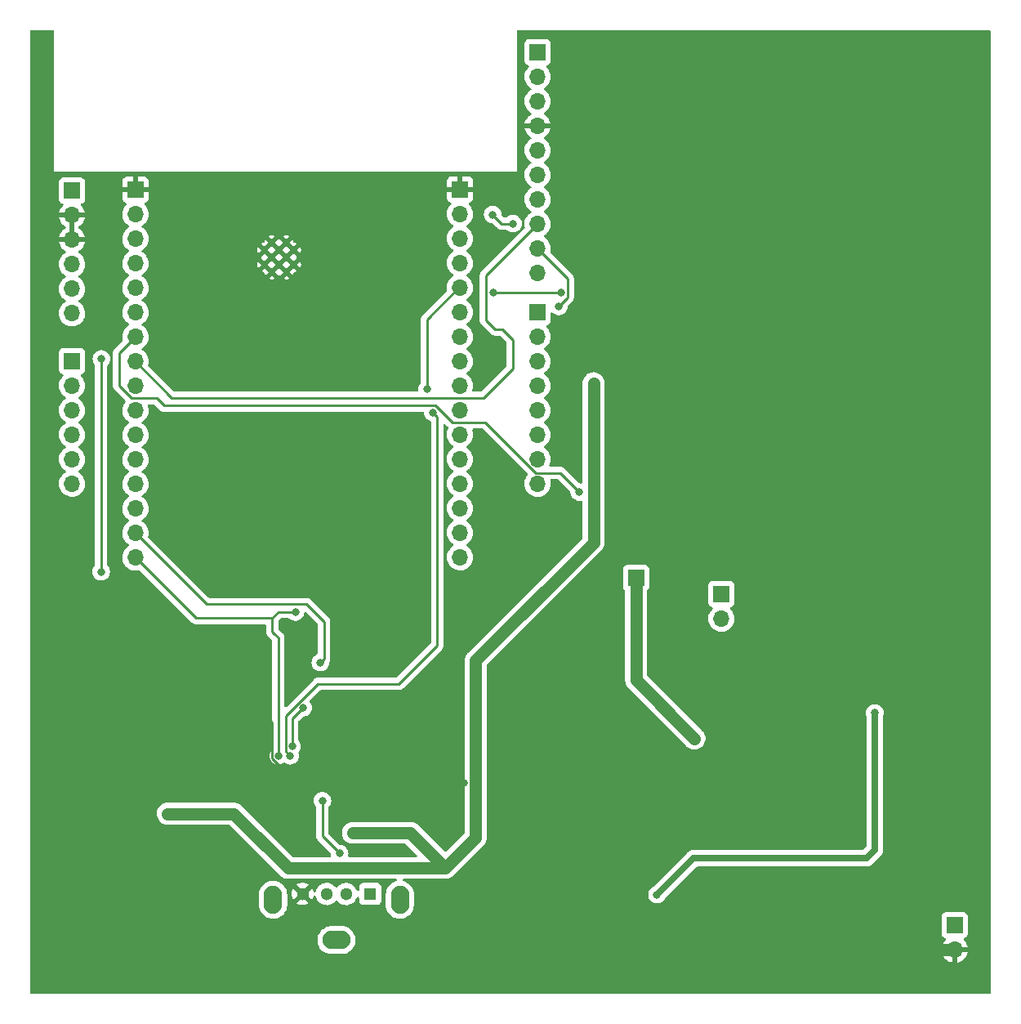
<source format=gbr>
%TF.GenerationSoftware,KiCad,Pcbnew,(6.0.10)*%
%TF.CreationDate,2023-04-05T18:46:28-05:00*%
%TF.ProjectId,445,3434352e-6b69-4636-9164-5f7063625858,rev?*%
%TF.SameCoordinates,Original*%
%TF.FileFunction,Copper,L2,Bot*%
%TF.FilePolarity,Positive*%
%FSLAX46Y46*%
G04 Gerber Fmt 4.6, Leading zero omitted, Abs format (unit mm)*
G04 Created by KiCad (PCBNEW (6.0.10)) date 2023-04-05 18:46:28*
%MOMM*%
%LPD*%
G01*
G04 APERTURE LIST*
%TA.AperFunction,ComponentPad*%
%ADD10R,1.700000X1.700000*%
%TD*%
%TA.AperFunction,ComponentPad*%
%ADD11O,1.700000X1.700000*%
%TD*%
%TA.AperFunction,HeatsinkPad*%
%ADD12C,0.475000*%
%TD*%
%TA.AperFunction,ComponentPad*%
%ADD13R,1.300000X1.300000*%
%TD*%
%TA.AperFunction,ComponentPad*%
%ADD14C,1.300000*%
%TD*%
%TA.AperFunction,ComponentPad*%
%ADD15O,1.900000X2.900000*%
%TD*%
%TA.AperFunction,ComponentPad*%
%ADD16O,2.900000X1.900000*%
%TD*%
%TA.AperFunction,ViaPad*%
%ADD17C,0.800000*%
%TD*%
%TA.AperFunction,Conductor*%
%ADD18C,0.250000*%
%TD*%
%TA.AperFunction,Conductor*%
%ADD19C,1.250000*%
%TD*%
%TA.AperFunction,Conductor*%
%ADD20C,0.700000*%
%TD*%
G04 APERTURE END LIST*
D10*
%TO.P,J5,1,Pin_1*%
%TO.N,TO_FPGA_USB*%
X213160000Y-141500000D03*
D11*
%TO.P,J5,2,Pin_2*%
%TO.N,GND*%
X213160000Y-144040000D03*
%TD*%
D12*
%TO.P,U5,39,GND*%
%TO.N,GND*%
X142367500Y-70785000D03*
X141605000Y-73072500D03*
X143892500Y-72310000D03*
X144655000Y-73072500D03*
X142367500Y-73835000D03*
X144655000Y-71547500D03*
X141605000Y-71547500D03*
X142367500Y-72310000D03*
X143130000Y-71547500D03*
X143130000Y-73072500D03*
X143892500Y-73835000D03*
X143892500Y-70785000D03*
%TD*%
D10*
%TO.P,J6,1,Pin_1*%
%TO.N,/7_4VIn*%
X188976000Y-107188000D03*
D11*
%TO.P,J6,2,Pin_2*%
%TO.N,/EN*%
X188976000Y-109728000D03*
%TD*%
D13*
%TO.P,J14,1,VBUS*%
%TO.N,Net-(J14-Pad1)*%
X152578000Y-138262000D03*
D14*
%TO.P,J14,2,D-*%
%TO.N,Net-(J14-Pad2)*%
X150078000Y-138262000D03*
%TO.P,J14,3,D+*%
%TO.N,Net-(J14-Pad3)*%
X148078000Y-138262000D03*
%TO.P,J14,4,GND*%
%TO.N,GND*%
X145578000Y-138262000D03*
D15*
%TO.P,J14,5,Shield*%
%TO.N,Net-(J14-Pad5)*%
X142508000Y-138862000D03*
D16*
X149078000Y-143042000D03*
D15*
X155648000Y-138862000D03*
%TD*%
D10*
%TO.P,J15,1,Pin_1*%
%TO.N,GND*%
X128240000Y-65310000D03*
D11*
%TO.P,J15,2,Pin_2*%
%TO.N,3.3V1*%
X128240000Y-67850000D03*
%TO.P,J15,3,Pin_3*%
%TO.N,/RST*%
X128240000Y-70390000D03*
%TO.P,J15,4,Pin_4*%
%TO.N,/SENSOR_VP{slash}IO36*%
X128240000Y-72930000D03*
%TO.P,J15,5,Pin_5*%
%TO.N,/SENSOR_VN{slash}IO39*%
X128240000Y-75470000D03*
%TO.P,J15,6,Pin_6*%
%TO.N,/IO34{slash}IN_ONLY*%
X128240000Y-78010000D03*
%TO.P,J15,7,Pin_7*%
%TO.N,/IO35{slash}IN_ONLY*%
X128240000Y-80550000D03*
%TO.P,J15,8,Pin_8*%
%TO.N,/IO32{slash}SPI_SS*%
X128240000Y-83090000D03*
%TO.P,J15,9,Pin_9*%
%TO.N,/IO33{slash}SPI_CLK*%
X128240000Y-85630000D03*
%TO.P,J15,10,Pin_10*%
%TO.N,/IO25{slash}A2_C8*%
X128240000Y-88170000D03*
%TO.P,J15,11,Pin_11*%
%TO.N,/IO26{slash}A2_c9*%
X128240000Y-90710000D03*
%TO.P,J15,12,Pin_12*%
%TO.N,/IO27{slash}A2_C7*%
X128240000Y-93250000D03*
%TO.P,J15,13,Pin_13*%
%TO.N,/IO14{slash}A2_C6*%
X128240000Y-95790000D03*
%TO.P,J15,14,Pin_14*%
%TO.N,/IO12{slash}A2_C5*%
X128240000Y-98330000D03*
%TO.P,J15,15,Pin_15*%
%TO.N,/RTS*%
X128240000Y-100870000D03*
%TO.P,J15,16,Pin_16*%
%TO.N,/DTR*%
X128240000Y-103410000D03*
%TD*%
D10*
%TO.P,J16,1,Pin_1*%
%TO.N,GND*%
X161880000Y-65280000D03*
D11*
%TO.P,J16,2,Pin_2*%
%TO.N,/IO23{slash}MOSI*%
X161880000Y-67820000D03*
%TO.P,J16,3,Pin_3*%
%TO.N,/IO22{slash}SCL*%
X161880000Y-70360000D03*
%TO.P,J16,4,Pin_4*%
%TO.N,/IO1{slash}UART0_TX*%
X161880000Y-72900000D03*
%TO.P,J16,5,Pin_5*%
%TO.N,/IO3{slash}UART0_RX*%
X161880000Y-75440000D03*
%TO.P,J16,6,Pin_6*%
%TO.N,/IO21{slash}SDA*%
X161880000Y-77980000D03*
%TO.P,J16,7,Pin_7*%
%TO.N,/IO19{slash}MISO*%
X161880000Y-80520000D03*
%TO.P,J16,8,Pin_8*%
%TO.N,/IO18{slash}SCLK*%
X161880000Y-83060000D03*
%TO.P,J16,9,Pin_9*%
%TO.N,/IO5*%
X161880000Y-85600000D03*
%TO.P,J16,10,Pin_10*%
%TO.N,/IO17{slash}UART2_TX*%
X161880000Y-88140000D03*
%TO.P,J16,11,Pin_11*%
%TO.N,/IO16{slash}UART2_RX*%
X161880000Y-90680000D03*
%TO.P,J16,12,Pin_12*%
%TO.N,/IO4{slash}A2_C0*%
X161880000Y-93220000D03*
%TO.P,J16,13,Pin_13*%
%TO.N,/IO0*%
X161880000Y-95760000D03*
%TO.P,J16,14,Pin_14*%
%TO.N,/IO2*%
X161880000Y-98300000D03*
%TO.P,J16,15,Pin_15*%
%TO.N,/IO15{slash}A2_C3*%
X161880000Y-100840000D03*
%TO.P,J16,16,Pin_16*%
%TO.N,/IO13{slash}A2_C4*%
X161880000Y-103380000D03*
%TD*%
D10*
%TO.P,J7,1,Pin_1*%
%TO.N,/7_4VIn*%
X180140000Y-105530000D03*
%TD*%
%TO.P,J3,1,Pin_1*%
%TO.N,/IO22{slash}SCL*%
X169926000Y-51059000D03*
D11*
%TO.P,J3,2,Pin_2*%
%TO.N,/IO21{slash}SDA*%
X169926000Y-53599000D03*
%TO.P,J3,3,Pin_3*%
%TO.N,unconnected-(J3-Pad3)*%
X169926000Y-56139000D03*
%TO.P,J3,4,Pin_4*%
%TO.N,GND*%
X169926000Y-58679000D03*
%TO.P,J3,5,Pin_5*%
%TO.N,/IO18{slash}SCLK*%
X169926000Y-61219000D03*
%TO.P,J3,6,Pin_6*%
%TO.N,/IO19{slash}MISO*%
X169926000Y-63759000D03*
%TO.P,J3,7,Pin_7*%
%TO.N,/IO23{slash}MOSI*%
X169926000Y-66299000D03*
%TO.P,J3,8,Pin_8*%
%TO.N,/IO32{slash}SPI_SS*%
X169926000Y-68839000D03*
%TO.P,J3,9,Pin_9*%
%TO.N,/IO1{slash}UART0_TX*%
X169926000Y-71379000D03*
%TO.P,J3,10,Pin_10*%
%TO.N,/IO3{slash}UART0_RX*%
X169926000Y-73919000D03*
%TD*%
D10*
%TO.P,J1,1,Pin_1*%
%TO.N,unconnected-(J1-Pad1)*%
X121666000Y-65405000D03*
D11*
%TO.P,J1,2,Pin_2*%
%TO.N,GND*%
X121666000Y-67945000D03*
%TO.P,J1,3,Pin_3*%
X121666000Y-70485000D03*
%TO.P,J1,4,Pin_4*%
%TO.N,unconnected-(J1-Pad4)*%
X121666000Y-73025000D03*
%TO.P,J1,5,Pin_5*%
%TO.N,3.3V1*%
X121666000Y-75565000D03*
%TO.P,J1,6,Pin_6*%
%TO.N,unconnected-(J1-Pad6)*%
X121666000Y-78105000D03*
%TD*%
D10*
%TO.P,J2,1,Pin_1*%
%TO.N,/IO25{slash}A2_C8*%
X121666000Y-83058000D03*
D11*
%TO.P,J2,2,Pin_2*%
%TO.N,/IO26{slash}A2_c9*%
X121666000Y-85598000D03*
%TO.P,J2,3,Pin_3*%
%TO.N,/IO27{slash}A2_C7*%
X121666000Y-88138000D03*
%TO.P,J2,4,Pin_4*%
%TO.N,/IO14{slash}A2_C6*%
X121666000Y-90678000D03*
%TO.P,J2,5,Pin_5*%
%TO.N,/IO12{slash}A2_C5*%
X121666000Y-93218000D03*
%TO.P,J2,6,Pin_6*%
%TO.N,/IO13{slash}A2_C4*%
X121666000Y-95758000D03*
%TD*%
D10*
%TO.P,J4,1,Pin_1*%
%TO.N,/IO5*%
X169926000Y-77993000D03*
D11*
%TO.P,J4,2,Pin_2*%
%TO.N,/IO17{slash}UART2_TX*%
X169926000Y-80533000D03*
%TO.P,J4,3,Pin_3*%
%TO.N,/IO16{slash}UART2_RX*%
X169926000Y-83073000D03*
%TO.P,J4,4,Pin_4*%
%TO.N,/IO4{slash}A2_C0*%
X169926000Y-85613000D03*
%TO.P,J4,5,Pin_5*%
%TO.N,/IO0*%
X169926000Y-88153000D03*
%TO.P,J4,6,Pin_6*%
%TO.N,/IO2*%
X169926000Y-90693000D03*
%TO.P,J4,7,Pin_7*%
%TO.N,/IO15{slash}A2_C3*%
X169926000Y-93233000D03*
%TO.P,J4,8,Pin_8*%
%TO.N,/IO13{slash}A2_C4*%
X169926000Y-95773000D03*
%TD*%
D17*
%TO.N,GND*%
X188417200Y-138074400D03*
X137970000Y-89560000D03*
X162320000Y-126790000D03*
X137980000Y-95470000D03*
X145024640Y-126800000D03*
X139650000Y-117760000D03*
%TO.N,Net-(C8-Pad2)*%
X204882500Y-119512500D03*
X182302500Y-138342500D03*
%TO.N,3.3V1*%
X131590000Y-129950000D03*
X175720000Y-85350000D03*
X135510051Y-129944205D03*
X150780000Y-131930000D03*
%TO.N,Net-(J14-Pad2)*%
X147625000Y-128610000D03*
X149403000Y-134071000D03*
%TO.N,/IO21{slash}SDA*%
X172370000Y-75950000D03*
X165371359Y-75961359D03*
%TO.N,/IO35{slash}IN_ONLY*%
X174240000Y-96630000D03*
%TO.N,/RST*%
X124690000Y-104880000D03*
X124710000Y-82840000D03*
%TO.N,/RTS*%
X147408564Y-114283478D03*
%TO.N,/DTR*%
X144831000Y-109052000D03*
X143037001Y-123969458D03*
%TO.N,/IO3{slash}UART0_RX*%
X144272000Y-123952000D03*
X159070000Y-88380000D03*
X158460000Y-85960000D03*
%TO.N,/IO1{slash}UART0_TX*%
X172130659Y-77390270D03*
X145634900Y-118970000D03*
X144482513Y-122978191D03*
%TO.N,/IO23{slash}MOSI*%
X165270000Y-67880000D03*
X167370000Y-68820000D03*
%TO.N,/7_4VIn*%
X186182000Y-122174000D03*
%TD*%
D18*
%TO.N,GND*%
X145024640Y-126800000D02*
X162310000Y-126800000D01*
X142372001Y-120482001D02*
X142372001Y-124244911D01*
D19*
X191008000Y-137617200D02*
X188874400Y-137617200D01*
D18*
X139650000Y-117760000D02*
X142372001Y-120482001D01*
D19*
X197430800Y-144040000D02*
X213160000Y-144040000D01*
D18*
X137980000Y-95470000D02*
X137980000Y-89570000D01*
D19*
X188874400Y-137617200D02*
X188417200Y-138074400D01*
D18*
X142372001Y-124244911D02*
X144927090Y-126800000D01*
X144927090Y-126800000D02*
X145024640Y-126800000D01*
X162310000Y-126800000D02*
X162320000Y-126790000D01*
X137980000Y-89570000D02*
X137970000Y-89560000D01*
D19*
X191008000Y-137617200D02*
X197430800Y-144040000D01*
D20*
%TO.N,Net-(C8-Pad2)*%
X204897408Y-133689943D02*
X204036268Y-134551083D01*
X204882500Y-119512500D02*
X204897408Y-119527408D01*
X204897408Y-119527408D02*
X204897408Y-133689943D01*
X186093917Y-134551083D02*
X182302500Y-138342500D01*
X204036268Y-134551083D02*
X186093917Y-134551083D01*
D19*
%TO.N,3.3V1*%
X133839000Y-129950000D02*
X131590000Y-129950000D01*
X150780000Y-131930000D02*
X156720000Y-131930000D01*
X144062206Y-135570000D02*
X160360000Y-135570000D01*
X138436411Y-129944205D02*
X144062206Y-135570000D01*
X163520000Y-132410000D02*
X163520000Y-122580000D01*
X156720000Y-131930000D02*
X160360000Y-135570000D01*
X135510051Y-129944205D02*
X133844795Y-129944205D01*
X175720000Y-101870000D02*
X175720000Y-85350000D01*
X175400000Y-102190000D02*
X175720000Y-101870000D01*
X135510051Y-129944205D02*
X138436411Y-129944205D01*
X160360000Y-135570000D02*
X163520000Y-132410000D01*
X163520000Y-122580000D02*
X163520000Y-114070000D01*
X163520000Y-114070000D02*
X175400000Y-102190000D01*
X133844795Y-129944205D02*
X133839000Y-129950000D01*
D18*
%TO.N,Net-(J14-Pad2)*%
X149403000Y-134071000D02*
X147625000Y-132293000D01*
X147625000Y-132293000D02*
X147625000Y-128610000D01*
%TO.N,/IO21{slash}SDA*%
X165371359Y-75961359D02*
X172358641Y-75961359D01*
X172358641Y-75961359D02*
X172370000Y-75950000D01*
%TO.N,/IO32{slash}SPI_SS*%
X166310000Y-79780000D02*
X167370000Y-80840000D01*
X164560000Y-74205000D02*
X164560000Y-78820000D01*
X169926000Y-68839000D02*
X164560000Y-74205000D01*
X167370000Y-80840000D02*
X167370000Y-83830000D01*
X164560000Y-78820000D02*
X165520000Y-79780000D01*
X132010000Y-86860000D02*
X128240000Y-83090000D01*
X164340000Y-86860000D02*
X132010000Y-86860000D01*
X165520000Y-79780000D02*
X166310000Y-79780000D01*
X167370000Y-83830000D02*
X164340000Y-86860000D01*
%TO.N,/IO35{slash}IN_ONLY*%
X164521215Y-89422600D02*
X169744215Y-94645600D01*
X159350000Y-87690000D02*
X161082600Y-89422600D01*
X131220000Y-87690000D02*
X159350000Y-87690000D01*
X126530000Y-82260000D02*
X126530000Y-85580000D01*
X161082600Y-89422600D02*
X164521215Y-89422600D01*
X126530000Y-85580000D02*
X127860000Y-86910000D01*
X169744215Y-94645600D02*
X172255600Y-94645600D01*
X127860000Y-86910000D02*
X130440000Y-86910000D01*
X172255600Y-94645600D02*
X174240000Y-96630000D01*
X128240000Y-80550000D02*
X126530000Y-82260000D01*
X130440000Y-86910000D02*
X131220000Y-87690000D01*
%TO.N,/RST*%
X124690000Y-82860000D02*
X124710000Y-82840000D01*
X124690000Y-104880000D02*
X124690000Y-82860000D01*
%TO.N,/RTS*%
X147810000Y-113882042D02*
X147810000Y-110060000D01*
X135600000Y-108230000D02*
X128240000Y-100870000D01*
X147810000Y-110060000D02*
X145980000Y-108230000D01*
X147408564Y-114283478D02*
X147810000Y-113882042D01*
X145980000Y-108230000D02*
X135600000Y-108230000D01*
%TO.N,/DTR*%
X134517000Y-109687000D02*
X128240000Y-103410000D01*
X142418000Y-109687000D02*
X143053000Y-109052000D01*
X142672000Y-111338000D02*
X142418000Y-111084000D01*
X143037001Y-111703001D02*
X142672000Y-111338000D01*
X142418000Y-111084000D02*
X142418000Y-109687000D01*
X142418000Y-109687000D02*
X134517000Y-109687000D01*
X143037001Y-123969458D02*
X143037001Y-111703001D01*
X143053000Y-109052000D02*
X144831000Y-109052000D01*
%TO.N,/IO3{slash}UART0_RX*%
X143815991Y-123495991D02*
X144272000Y-123952000D01*
X143815991Y-120720000D02*
X143815991Y-119830920D01*
X159520000Y-88830000D02*
X159070000Y-88380000D01*
X159520000Y-89400000D02*
X159520000Y-88830000D01*
X147156911Y-116490000D02*
X155550000Y-116490000D01*
X155550000Y-116490000D02*
X159520000Y-112520000D01*
X143815991Y-120720000D02*
X143815991Y-123495991D01*
X143815991Y-119830920D02*
X147156911Y-116490000D01*
X158460000Y-78750000D02*
X161900000Y-75310000D01*
X158460000Y-85960000D02*
X158460000Y-78750000D01*
X159520000Y-112520000D02*
X159520000Y-89400000D01*
%TO.N,/IO1{slash}UART0_TX*%
X172130659Y-77390270D02*
X173047400Y-76473529D01*
X173047400Y-74500400D02*
X169926000Y-71379000D01*
X144492891Y-120112009D02*
X145634900Y-118970000D01*
X144492891Y-122967813D02*
X144482513Y-122978191D01*
X173047400Y-76473529D02*
X173047400Y-74500400D01*
X144492891Y-120112009D02*
X144492891Y-122967813D01*
%TO.N,/IO23{slash}MOSI*%
X166210000Y-68820000D02*
X165270000Y-67880000D01*
X167370000Y-68820000D02*
X166210000Y-68820000D01*
D19*
%TO.N,/7_4VIn*%
X186182000Y-122174000D02*
X180140000Y-116132000D01*
X180140000Y-116132000D02*
X180140000Y-105530000D01*
%TD*%
%TA.AperFunction,Conductor*%
%TO.N,GND*%
G36*
X119752121Y-48788502D02*
G01*
X119798614Y-48842158D01*
X119810000Y-48894500D01*
X119810000Y-63420000D01*
X167810000Y-63420000D01*
X167810000Y-56105695D01*
X168563251Y-56105695D01*
X168563548Y-56110848D01*
X168563548Y-56110851D01*
X168569011Y-56205590D01*
X168576110Y-56328715D01*
X168577247Y-56333761D01*
X168577248Y-56333767D01*
X168597119Y-56421939D01*
X168625222Y-56546639D01*
X168709266Y-56753616D01*
X168825987Y-56944088D01*
X168972250Y-57112938D01*
X169144126Y-57255632D01*
X169217955Y-57298774D01*
X169266679Y-57350412D01*
X169279750Y-57420195D01*
X169253019Y-57485967D01*
X169212562Y-57519327D01*
X169204457Y-57523546D01*
X169195738Y-57529036D01*
X169025433Y-57656905D01*
X169017726Y-57663748D01*
X168870590Y-57817717D01*
X168864104Y-57825727D01*
X168744098Y-58001649D01*
X168739000Y-58010623D01*
X168649338Y-58203783D01*
X168645775Y-58213470D01*
X168590389Y-58413183D01*
X168591912Y-58421607D01*
X168604292Y-58425000D01*
X171244344Y-58425000D01*
X171257875Y-58421027D01*
X171259180Y-58411947D01*
X171217214Y-58244875D01*
X171213894Y-58235124D01*
X171128972Y-58039814D01*
X171124105Y-58030739D01*
X171008426Y-57851926D01*
X171002136Y-57843757D01*
X170858806Y-57686240D01*
X170851273Y-57679215D01*
X170684139Y-57547222D01*
X170675556Y-57541520D01*
X170638602Y-57521120D01*
X170588631Y-57470687D01*
X170573859Y-57401245D01*
X170598975Y-57334839D01*
X170626327Y-57308232D01*
X170649797Y-57291491D01*
X170805860Y-57180173D01*
X170964096Y-57022489D01*
X171023594Y-56939689D01*
X171091435Y-56845277D01*
X171094453Y-56841077D01*
X171193430Y-56640811D01*
X171258370Y-56427069D01*
X171287529Y-56205590D01*
X171289156Y-56139000D01*
X171270852Y-55916361D01*
X171216431Y-55699702D01*
X171127354Y-55494840D01*
X171006014Y-55307277D01*
X170855670Y-55142051D01*
X170851619Y-55138852D01*
X170851615Y-55138848D01*
X170684414Y-55006800D01*
X170684410Y-55006798D01*
X170680359Y-55003598D01*
X170639053Y-54980796D01*
X170589084Y-54930364D01*
X170574312Y-54860921D01*
X170599428Y-54794516D01*
X170626780Y-54767909D01*
X170670603Y-54736650D01*
X170805860Y-54640173D01*
X170964096Y-54482489D01*
X171023594Y-54399689D01*
X171091435Y-54305277D01*
X171094453Y-54301077D01*
X171193430Y-54100811D01*
X171258370Y-53887069D01*
X171287529Y-53665590D01*
X171289156Y-53599000D01*
X171270852Y-53376361D01*
X171216431Y-53159702D01*
X171127354Y-52954840D01*
X171006014Y-52767277D01*
X171002532Y-52763450D01*
X170858798Y-52605488D01*
X170827746Y-52541642D01*
X170836141Y-52471143D01*
X170881317Y-52416375D01*
X170907761Y-52402706D01*
X171014297Y-52362767D01*
X171022705Y-52359615D01*
X171139261Y-52272261D01*
X171226615Y-52155705D01*
X171277745Y-52019316D01*
X171284500Y-51957134D01*
X171284500Y-50160866D01*
X171277745Y-50098684D01*
X171226615Y-49962295D01*
X171139261Y-49845739D01*
X171022705Y-49758385D01*
X170886316Y-49707255D01*
X170824134Y-49700500D01*
X169027866Y-49700500D01*
X168965684Y-49707255D01*
X168829295Y-49758385D01*
X168712739Y-49845739D01*
X168625385Y-49962295D01*
X168574255Y-50098684D01*
X168567500Y-50160866D01*
X168567500Y-51957134D01*
X168574255Y-52019316D01*
X168625385Y-52155705D01*
X168712739Y-52272261D01*
X168829295Y-52359615D01*
X168837704Y-52362767D01*
X168837705Y-52362768D01*
X168946451Y-52403535D01*
X169003216Y-52446176D01*
X169027916Y-52512738D01*
X169012709Y-52582087D01*
X168993316Y-52608568D01*
X168866629Y-52741138D01*
X168740743Y-52925680D01*
X168646688Y-53128305D01*
X168586989Y-53343570D01*
X168563251Y-53565695D01*
X168563548Y-53570848D01*
X168563548Y-53570851D01*
X168569011Y-53665590D01*
X168576110Y-53788715D01*
X168577247Y-53793761D01*
X168577248Y-53793767D01*
X168597119Y-53881939D01*
X168625222Y-54006639D01*
X168709266Y-54213616D01*
X168825987Y-54404088D01*
X168972250Y-54572938D01*
X169144126Y-54715632D01*
X169214595Y-54756811D01*
X169217445Y-54758476D01*
X169266169Y-54810114D01*
X169279240Y-54879897D01*
X169252509Y-54945669D01*
X169212055Y-54979027D01*
X169199607Y-54985507D01*
X169195474Y-54988610D01*
X169195471Y-54988612D01*
X169171247Y-55006800D01*
X169020965Y-55119635D01*
X168866629Y-55281138D01*
X168740743Y-55465680D01*
X168646688Y-55668305D01*
X168586989Y-55883570D01*
X168563251Y-56105695D01*
X167810000Y-56105695D01*
X167810000Y-48894500D01*
X167830002Y-48826379D01*
X167883658Y-48779886D01*
X167936000Y-48768500D01*
X216789500Y-48768500D01*
X216857621Y-48788502D01*
X216904114Y-48842158D01*
X216915500Y-48894500D01*
X216915500Y-148463500D01*
X216895498Y-148531621D01*
X216841842Y-148578114D01*
X216789500Y-148589500D01*
X117474500Y-148589500D01*
X117406379Y-148569498D01*
X117359886Y-148515842D01*
X117348500Y-148463500D01*
X117348500Y-143144089D01*
X147118066Y-143144089D01*
X147154343Y-143381163D01*
X147228854Y-143609129D01*
X147339597Y-143821864D01*
X147342700Y-143825997D01*
X147342702Y-143826000D01*
X147480493Y-144009520D01*
X147483598Y-144013655D01*
X147656990Y-144179352D01*
X147855117Y-144314505D01*
X148072656Y-144415484D01*
X148303768Y-144479576D01*
X148407479Y-144490660D01*
X148496222Y-144500144D01*
X148496230Y-144500144D01*
X148499557Y-144500500D01*
X149638803Y-144500500D01*
X149641376Y-144500288D01*
X149641387Y-144500288D01*
X149811876Y-144486271D01*
X149811882Y-144486270D01*
X149817027Y-144485847D01*
X149989815Y-144442446D01*
X150044625Y-144428679D01*
X150044629Y-144428678D01*
X150049636Y-144427420D01*
X150054366Y-144425364D01*
X150054373Y-144425361D01*
X150264841Y-144333847D01*
X150264844Y-144333845D01*
X150269578Y-144331787D01*
X150273912Y-144328983D01*
X150273916Y-144328981D01*
X150306400Y-144307966D01*
X211828257Y-144307966D01*
X211858565Y-144442446D01*
X211861645Y-144452275D01*
X211941770Y-144649603D01*
X211946413Y-144658794D01*
X212057694Y-144840388D01*
X212063777Y-144848699D01*
X212203213Y-145009667D01*
X212210580Y-145016883D01*
X212374434Y-145152916D01*
X212382881Y-145158831D01*
X212566756Y-145266279D01*
X212576042Y-145270729D01*
X212775001Y-145346703D01*
X212784899Y-145349579D01*
X212888250Y-145370606D01*
X212902299Y-145369410D01*
X212906000Y-145359065D01*
X212906000Y-145358517D01*
X213414000Y-145358517D01*
X213418064Y-145372359D01*
X213431478Y-145374393D01*
X213438184Y-145373534D01*
X213448262Y-145371392D01*
X213652255Y-145310191D01*
X213661842Y-145306433D01*
X213853095Y-145212739D01*
X213861945Y-145207464D01*
X214035328Y-145083792D01*
X214043200Y-145077139D01*
X214194052Y-144926812D01*
X214200730Y-144918965D01*
X214325003Y-144746020D01*
X214330313Y-144737183D01*
X214424670Y-144546267D01*
X214428469Y-144536672D01*
X214490377Y-144332910D01*
X214492555Y-144322837D01*
X214493986Y-144311962D01*
X214491775Y-144297778D01*
X214478617Y-144294000D01*
X213432115Y-144294000D01*
X213416876Y-144298475D01*
X213415671Y-144299865D01*
X213414000Y-144307548D01*
X213414000Y-145358517D01*
X212906000Y-145358517D01*
X212906000Y-144312115D01*
X212901525Y-144296876D01*
X212900135Y-144295671D01*
X212892452Y-144294000D01*
X211843225Y-144294000D01*
X211829694Y-144297973D01*
X211828257Y-144307966D01*
X150306400Y-144307966D01*
X150466604Y-144204325D01*
X150466607Y-144204323D01*
X150470947Y-144201515D01*
X150492101Y-144182267D01*
X150644513Y-144043582D01*
X150644514Y-144043580D01*
X150648335Y-144040104D01*
X150651534Y-144036053D01*
X150651538Y-144036049D01*
X150793774Y-143855946D01*
X150796979Y-143851888D01*
X150912887Y-143641922D01*
X150992945Y-143415845D01*
X150993853Y-143410749D01*
X151034098Y-143184816D01*
X151034099Y-143184810D01*
X151035004Y-143179727D01*
X151036630Y-143046677D01*
X151037871Y-142945081D01*
X151037871Y-142945079D01*
X151037934Y-142939911D01*
X151001657Y-142702837D01*
X150927146Y-142474871D01*
X150887199Y-142398134D01*
X211801500Y-142398134D01*
X211808255Y-142460316D01*
X211859385Y-142596705D01*
X211946739Y-142713261D01*
X212063295Y-142800615D01*
X212071704Y-142803767D01*
X212071705Y-142803768D01*
X212180960Y-142844726D01*
X212237725Y-142887367D01*
X212262425Y-142953929D01*
X212247218Y-143023278D01*
X212227825Y-143049759D01*
X212104590Y-143178717D01*
X212098104Y-143186727D01*
X211978098Y-143362649D01*
X211973000Y-143371623D01*
X211883338Y-143564783D01*
X211879775Y-143574470D01*
X211824389Y-143774183D01*
X211825912Y-143782607D01*
X211838292Y-143786000D01*
X214478344Y-143786000D01*
X214491875Y-143782027D01*
X214493180Y-143772947D01*
X214451214Y-143605875D01*
X214447894Y-143596124D01*
X214362972Y-143400814D01*
X214358105Y-143391739D01*
X214242426Y-143212926D01*
X214236136Y-143204757D01*
X214092293Y-143046677D01*
X214061241Y-142982831D01*
X214069635Y-142912333D01*
X214114812Y-142857564D01*
X214141256Y-142843895D01*
X214248297Y-142803767D01*
X214256705Y-142800615D01*
X214373261Y-142713261D01*
X214460615Y-142596705D01*
X214511745Y-142460316D01*
X214518500Y-142398134D01*
X214518500Y-140601866D01*
X214511745Y-140539684D01*
X214460615Y-140403295D01*
X214373261Y-140286739D01*
X214256705Y-140199385D01*
X214120316Y-140148255D01*
X214058134Y-140141500D01*
X212261866Y-140141500D01*
X212199684Y-140148255D01*
X212063295Y-140199385D01*
X211946739Y-140286739D01*
X211859385Y-140403295D01*
X211808255Y-140539684D01*
X211801500Y-140601866D01*
X211801500Y-142398134D01*
X150887199Y-142398134D01*
X150816403Y-142262136D01*
X150793861Y-142232112D01*
X150675507Y-142074480D01*
X150675505Y-142074477D01*
X150672402Y-142070345D01*
X150499010Y-141904648D01*
X150300883Y-141769495D01*
X150083344Y-141668516D01*
X149852232Y-141604424D01*
X149748521Y-141593340D01*
X149659778Y-141583856D01*
X149659770Y-141583856D01*
X149656443Y-141583500D01*
X148517197Y-141583500D01*
X148514624Y-141583712D01*
X148514613Y-141583712D01*
X148344124Y-141597729D01*
X148344118Y-141597730D01*
X148338973Y-141598153D01*
X148222668Y-141627367D01*
X148111375Y-141655321D01*
X148111371Y-141655322D01*
X148106364Y-141656580D01*
X148101634Y-141658636D01*
X148101627Y-141658639D01*
X147891159Y-141750153D01*
X147891156Y-141750155D01*
X147886422Y-141752213D01*
X147882088Y-141755017D01*
X147882084Y-141755019D01*
X147689396Y-141879675D01*
X147689393Y-141879677D01*
X147685053Y-141882485D01*
X147681230Y-141885964D01*
X147681227Y-141885966D01*
X147511487Y-142040418D01*
X147507665Y-142043896D01*
X147504466Y-142047947D01*
X147504462Y-142047951D01*
X147483511Y-142074480D01*
X147359021Y-142232112D01*
X147243113Y-142442078D01*
X147163055Y-142668155D01*
X147162148Y-142673248D01*
X147162147Y-142673251D01*
X147130353Y-142851745D01*
X147120996Y-142904273D01*
X147118066Y-143144089D01*
X117348500Y-143144089D01*
X117348500Y-139422803D01*
X141049500Y-139422803D01*
X141049712Y-139425376D01*
X141049712Y-139425387D01*
X141063729Y-139595876D01*
X141063730Y-139595882D01*
X141064153Y-139601027D01*
X141122580Y-139833636D01*
X141124636Y-139838366D01*
X141124639Y-139838373D01*
X141216153Y-140048841D01*
X141218213Y-140053578D01*
X141221017Y-140057912D01*
X141221019Y-140057916D01*
X141345675Y-140250604D01*
X141348485Y-140254947D01*
X141351964Y-140258770D01*
X141351966Y-140258773D01*
X141491122Y-140411703D01*
X141509896Y-140432335D01*
X141513947Y-140435534D01*
X141513951Y-140435538D01*
X141636455Y-140532285D01*
X141698112Y-140580979D01*
X141908078Y-140696887D01*
X142030542Y-140740254D01*
X142129280Y-140775219D01*
X142129284Y-140775220D01*
X142134155Y-140776945D01*
X142139248Y-140777852D01*
X142139251Y-140777853D01*
X142365184Y-140818098D01*
X142365190Y-140818099D01*
X142370273Y-140819004D01*
X142457540Y-140820070D01*
X142604919Y-140821871D01*
X142604921Y-140821871D01*
X142610089Y-140821934D01*
X142847163Y-140785657D01*
X143075129Y-140711146D01*
X143287864Y-140600403D01*
X143291997Y-140597300D01*
X143292000Y-140597298D01*
X143475520Y-140459507D01*
X143475523Y-140459505D01*
X143479655Y-140456402D01*
X143645352Y-140283010D01*
X143780505Y-140084883D01*
X143881484Y-139867344D01*
X143945576Y-139636232D01*
X143966500Y-139440443D01*
X143966500Y-139239344D01*
X144965016Y-139239344D01*
X144974898Y-139251834D01*
X145018279Y-139280820D01*
X145028389Y-139286310D01*
X145213318Y-139365762D01*
X145224261Y-139369317D01*
X145420567Y-139413737D01*
X145431975Y-139415239D01*
X145633096Y-139423140D01*
X145644580Y-139422538D01*
X145843774Y-139393657D01*
X145854957Y-139390972D01*
X146045547Y-139326276D01*
X146056060Y-139321595D01*
X146182766Y-139250635D01*
X146192631Y-139240557D01*
X146189675Y-139232885D01*
X145590812Y-138634022D01*
X145576868Y-138626408D01*
X145575035Y-138626539D01*
X145568420Y-138630790D01*
X144971212Y-139227998D01*
X144965016Y-139239344D01*
X143966500Y-139239344D01*
X143966500Y-138301197D01*
X143964065Y-138271580D01*
X143961249Y-138237323D01*
X144415816Y-138237323D01*
X144428979Y-138438159D01*
X144430780Y-138449529D01*
X144480323Y-138644604D01*
X144484164Y-138655451D01*
X144568429Y-138838238D01*
X144574178Y-138848195D01*
X144587912Y-138867628D01*
X144598501Y-138876016D01*
X144611802Y-138868988D01*
X145205978Y-138274812D01*
X145212356Y-138263132D01*
X145942408Y-138263132D01*
X145942539Y-138264965D01*
X145946790Y-138271580D01*
X146544971Y-138869761D01*
X146557351Y-138876521D01*
X146563931Y-138871595D01*
X146637595Y-138740060D01*
X146642276Y-138729547D01*
X146706969Y-138538965D01*
X146707434Y-138537027D01*
X146707905Y-138536206D01*
X146708828Y-138533488D01*
X146709362Y-138533669D01*
X146742784Y-138475456D01*
X146805809Y-138442771D01*
X146876500Y-138449349D01*
X146932413Y-138493101D01*
X146952077Y-138535420D01*
X146977899Y-138637092D01*
X146981272Y-138650372D01*
X146983689Y-138655615D01*
X147020389Y-138735223D01*
X147070411Y-138843731D01*
X147193296Y-139017609D01*
X147345809Y-139166181D01*
X147350605Y-139169386D01*
X147350608Y-139169388D01*
X147415379Y-139212666D01*
X147522843Y-139284471D01*
X147528146Y-139286749D01*
X147528149Y-139286751D01*
X147713163Y-139366239D01*
X147718470Y-139368519D01*
X147794316Y-139385681D01*
X147920501Y-139414234D01*
X147920506Y-139414235D01*
X147926138Y-139415509D01*
X147931909Y-139415736D01*
X147931911Y-139415736D01*
X147993252Y-139418146D01*
X148138891Y-139423869D01*
X148144600Y-139423041D01*
X148144604Y-139423041D01*
X148343890Y-139394145D01*
X148343894Y-139394144D01*
X148349605Y-139393316D01*
X148551223Y-139324876D01*
X148736993Y-139220840D01*
X148900693Y-139084693D01*
X148910066Y-139073423D01*
X148979508Y-138989928D01*
X149038445Y-138950344D01*
X149109427Y-138948907D01*
X149169918Y-138986075D01*
X149179278Y-138997775D01*
X149189962Y-139012892D01*
X149193296Y-139017609D01*
X149345809Y-139166181D01*
X149350605Y-139169386D01*
X149350608Y-139169388D01*
X149415379Y-139212666D01*
X149522843Y-139284471D01*
X149528146Y-139286749D01*
X149528149Y-139286751D01*
X149713163Y-139366239D01*
X149718470Y-139368519D01*
X149794316Y-139385681D01*
X149920501Y-139414234D01*
X149920506Y-139414235D01*
X149926138Y-139415509D01*
X149931909Y-139415736D01*
X149931911Y-139415736D01*
X149993252Y-139418146D01*
X150138891Y-139423869D01*
X150144600Y-139423041D01*
X150144604Y-139423041D01*
X150343890Y-139394145D01*
X150343894Y-139394144D01*
X150349605Y-139393316D01*
X150551223Y-139324876D01*
X150736993Y-139220840D01*
X150900693Y-139084693D01*
X151036840Y-138920993D01*
X151140876Y-138735223D01*
X151174187Y-138637092D01*
X151215024Y-138579015D01*
X151280777Y-138552237D01*
X151350569Y-138565258D01*
X151402242Y-138613945D01*
X151419500Y-138677593D01*
X151419500Y-138960134D01*
X151426255Y-139022316D01*
X151477385Y-139158705D01*
X151564739Y-139275261D01*
X151681295Y-139362615D01*
X151817684Y-139413745D01*
X151879866Y-139420500D01*
X153276134Y-139420500D01*
X153338316Y-139413745D01*
X153474705Y-139362615D01*
X153591261Y-139275261D01*
X153678615Y-139158705D01*
X153729745Y-139022316D01*
X153736500Y-138960134D01*
X153736500Y-137563866D01*
X153729745Y-137501684D01*
X153678615Y-137365295D01*
X153591261Y-137248739D01*
X153474705Y-137161385D01*
X153338316Y-137110255D01*
X153276134Y-137103500D01*
X151879866Y-137103500D01*
X151817684Y-137110255D01*
X151681295Y-137161385D01*
X151564739Y-137248739D01*
X151477385Y-137365295D01*
X151426255Y-137501684D01*
X151419500Y-137563866D01*
X151419500Y-137839375D01*
X151399498Y-137907496D01*
X151345842Y-137953989D01*
X151275568Y-137964093D01*
X151210988Y-137934599D01*
X151172231Y-137873577D01*
X151165754Y-137850611D01*
X151165753Y-137850609D01*
X151164186Y-137845052D01*
X151161387Y-137839375D01*
X151072570Y-137659273D01*
X151070015Y-137654092D01*
X151055638Y-137634838D01*
X150973083Y-137524283D01*
X150942622Y-137483491D01*
X150786271Y-137338963D01*
X150606201Y-137225347D01*
X150408441Y-137146449D01*
X150402781Y-137145323D01*
X150402777Y-137145322D01*
X150205282Y-137106038D01*
X150205280Y-137106038D01*
X150199615Y-137104911D01*
X150193840Y-137104835D01*
X150193836Y-137104835D01*
X150087161Y-137103439D01*
X149986716Y-137102124D01*
X149981019Y-137103103D01*
X149981018Y-137103103D01*
X149782564Y-137137203D01*
X149782561Y-137137204D01*
X149776874Y-137138181D01*
X149577116Y-137211875D01*
X149394134Y-137320739D01*
X149234054Y-137461125D01*
X149230483Y-137465655D01*
X149230482Y-137465656D01*
X149177471Y-137532900D01*
X149119590Y-137574013D01*
X149048670Y-137577307D01*
X148987227Y-137541735D01*
X148977563Y-137530283D01*
X148946074Y-137488114D01*
X148942622Y-137483491D01*
X148786271Y-137338963D01*
X148606201Y-137225347D01*
X148408441Y-137146449D01*
X148402781Y-137145323D01*
X148402777Y-137145322D01*
X148205282Y-137106038D01*
X148205280Y-137106038D01*
X148199615Y-137104911D01*
X148193840Y-137104835D01*
X148193836Y-137104835D01*
X148087161Y-137103439D01*
X147986716Y-137102124D01*
X147981019Y-137103103D01*
X147981018Y-137103103D01*
X147782564Y-137137203D01*
X147782561Y-137137204D01*
X147776874Y-137138181D01*
X147577116Y-137211875D01*
X147394134Y-137320739D01*
X147234054Y-137461125D01*
X147102238Y-137628333D01*
X147099549Y-137633444D01*
X147099547Y-137633447D01*
X147085822Y-137659534D01*
X147003100Y-137816762D01*
X146960490Y-137953989D01*
X146947184Y-137996840D01*
X146907881Y-138055965D01*
X146842852Y-138084455D01*
X146772743Y-138073265D01*
X146719813Y-138025948D01*
X146705583Y-137993676D01*
X146665287Y-137850797D01*
X146661163Y-137840050D01*
X146572141Y-137659534D01*
X146568617Y-137653784D01*
X146558595Y-137646262D01*
X146546176Y-137653034D01*
X145950022Y-138249188D01*
X145942408Y-138263132D01*
X145212356Y-138263132D01*
X145213592Y-138260868D01*
X145213461Y-138259035D01*
X145209210Y-138252420D01*
X144609520Y-137652730D01*
X144597140Y-137645970D01*
X144591174Y-137650436D01*
X144506257Y-137811836D01*
X144501848Y-137822479D01*
X144442167Y-138014684D01*
X144439773Y-138025946D01*
X144416117Y-138225821D01*
X144415816Y-138237323D01*
X143961249Y-138237323D01*
X143952271Y-138128124D01*
X143952270Y-138128118D01*
X143951847Y-138122973D01*
X143911939Y-137964093D01*
X143894679Y-137895375D01*
X143894678Y-137895371D01*
X143893420Y-137890364D01*
X143891364Y-137885634D01*
X143891361Y-137885627D01*
X143799847Y-137675159D01*
X143799845Y-137675156D01*
X143797787Y-137670422D01*
X143790744Y-137659534D01*
X143670325Y-137473396D01*
X143670323Y-137473393D01*
X143667515Y-137469053D01*
X143638580Y-137437253D01*
X143509582Y-137295487D01*
X143509580Y-137295486D01*
X143506104Y-137291665D01*
X143502053Y-137288466D01*
X143502049Y-137288462D01*
X143496647Y-137284196D01*
X144964307Y-137284196D01*
X144967793Y-137292583D01*
X145565188Y-137889978D01*
X145579132Y-137897592D01*
X145580965Y-137897461D01*
X145587580Y-137893210D01*
X146184533Y-137296257D01*
X146191293Y-137283877D01*
X146185263Y-137275822D01*
X146110857Y-137228875D01*
X146100609Y-137223654D01*
X145913663Y-137149070D01*
X145902635Y-137145803D01*
X145705230Y-137106537D01*
X145693784Y-137105334D01*
X145492537Y-137102700D01*
X145481057Y-137103603D01*
X145282701Y-137137687D01*
X145271581Y-137140667D01*
X145082748Y-137210331D01*
X145072370Y-137215281D01*
X144973906Y-137273861D01*
X144964307Y-137284196D01*
X143496647Y-137284196D01*
X143324938Y-137148589D01*
X143317888Y-137143021D01*
X143107922Y-137027113D01*
X142985458Y-136983746D01*
X142886720Y-136948781D01*
X142886716Y-136948780D01*
X142881845Y-136947055D01*
X142876752Y-136946148D01*
X142876749Y-136946147D01*
X142650816Y-136905902D01*
X142650810Y-136905901D01*
X142645727Y-136904996D01*
X142558460Y-136903930D01*
X142411081Y-136902129D01*
X142411079Y-136902129D01*
X142405911Y-136902066D01*
X142168837Y-136938343D01*
X141940871Y-137012854D01*
X141936279Y-137015244D01*
X141936280Y-137015244D01*
X141767505Y-137103103D01*
X141728136Y-137123597D01*
X141724003Y-137126700D01*
X141724000Y-137126702D01*
X141540480Y-137264493D01*
X141536345Y-137267598D01*
X141370648Y-137440990D01*
X141235495Y-137639117D01*
X141230692Y-137649465D01*
X141137236Y-137850797D01*
X141134516Y-137856656D01*
X141070424Y-138087768D01*
X141062797Y-138159135D01*
X141050435Y-138274812D01*
X141049500Y-138283557D01*
X141049500Y-139422803D01*
X117348500Y-139422803D01*
X117348500Y-104880000D01*
X123776496Y-104880000D01*
X123796458Y-105069928D01*
X123855473Y-105251556D01*
X123950960Y-105416944D01*
X124078747Y-105558866D01*
X124233248Y-105671118D01*
X124239276Y-105673802D01*
X124239278Y-105673803D01*
X124401681Y-105746109D01*
X124407712Y-105748794D01*
X124501112Y-105768647D01*
X124588056Y-105787128D01*
X124588061Y-105787128D01*
X124594513Y-105788500D01*
X124785487Y-105788500D01*
X124791939Y-105787128D01*
X124791944Y-105787128D01*
X124878888Y-105768647D01*
X124972288Y-105748794D01*
X124978319Y-105746109D01*
X125140722Y-105673803D01*
X125140724Y-105673802D01*
X125146752Y-105671118D01*
X125301253Y-105558866D01*
X125429040Y-105416944D01*
X125524527Y-105251556D01*
X125583542Y-105069928D01*
X125603504Y-104880000D01*
X125591158Y-104762534D01*
X125584232Y-104696635D01*
X125584232Y-104696633D01*
X125583542Y-104690072D01*
X125524527Y-104508444D01*
X125429040Y-104343056D01*
X125355863Y-104261785D01*
X125325147Y-104197779D01*
X125323500Y-104177476D01*
X125323500Y-83564737D01*
X125343502Y-83496616D01*
X125355864Y-83480426D01*
X125363500Y-83471946D01*
X125410642Y-83419589D01*
X125444621Y-83381852D01*
X125444622Y-83381851D01*
X125449040Y-83376944D01*
X125468673Y-83342939D01*
X125541223Y-83217279D01*
X125541224Y-83217278D01*
X125544527Y-83211556D01*
X125603542Y-83029928D01*
X125623504Y-82840000D01*
X125603542Y-82650072D01*
X125544527Y-82468444D01*
X125449040Y-82303056D01*
X125392213Y-82239943D01*
X125891780Y-82239943D01*
X125892526Y-82247835D01*
X125895941Y-82283961D01*
X125896500Y-82295819D01*
X125896500Y-85501233D01*
X125895973Y-85512416D01*
X125894298Y-85519909D01*
X125894547Y-85527835D01*
X125894547Y-85527836D01*
X125896438Y-85587986D01*
X125896500Y-85591945D01*
X125896500Y-85619856D01*
X125896997Y-85623790D01*
X125896997Y-85623791D01*
X125897005Y-85623856D01*
X125897938Y-85635693D01*
X125899327Y-85679889D01*
X125903206Y-85693240D01*
X125904978Y-85699339D01*
X125908987Y-85718700D01*
X125911526Y-85738797D01*
X125914445Y-85746168D01*
X125914445Y-85746170D01*
X125927804Y-85779912D01*
X125931649Y-85791142D01*
X125943982Y-85833593D01*
X125948015Y-85840412D01*
X125948017Y-85840417D01*
X125954293Y-85851028D01*
X125962988Y-85868776D01*
X125970448Y-85887617D01*
X125975110Y-85894033D01*
X125975110Y-85894034D01*
X125996436Y-85923387D01*
X126002952Y-85933307D01*
X126025458Y-85971362D01*
X126039779Y-85985683D01*
X126052619Y-86000716D01*
X126064528Y-86017107D01*
X126070634Y-86022158D01*
X126098605Y-86045298D01*
X126107384Y-86053288D01*
X127184230Y-87130135D01*
X127218255Y-87192445D01*
X127213190Y-87263260D01*
X127187432Y-87304358D01*
X127187457Y-87304379D01*
X127187288Y-87304588D01*
X127186228Y-87306279D01*
X127180629Y-87312138D01*
X127177715Y-87316410D01*
X127177714Y-87316411D01*
X127148709Y-87358931D01*
X127054743Y-87496680D01*
X127022028Y-87567158D01*
X126973225Y-87672297D01*
X126960688Y-87699305D01*
X126900989Y-87914570D01*
X126877251Y-88136695D01*
X126877548Y-88141848D01*
X126877548Y-88141851D01*
X126888251Y-88327474D01*
X126890110Y-88359715D01*
X126891247Y-88364761D01*
X126891248Y-88364767D01*
X126911119Y-88452939D01*
X126939222Y-88577639D01*
X126977461Y-88671811D01*
X127012061Y-88757020D01*
X127023266Y-88784616D01*
X127059826Y-88844277D01*
X127134542Y-88966202D01*
X127139987Y-88975088D01*
X127286250Y-89143938D01*
X127458126Y-89286632D01*
X127502353Y-89312476D01*
X127531445Y-89329476D01*
X127580169Y-89381114D01*
X127593240Y-89450897D01*
X127566509Y-89516669D01*
X127526055Y-89550027D01*
X127513607Y-89556507D01*
X127509474Y-89559610D01*
X127509471Y-89559612D01*
X127342643Y-89684870D01*
X127334965Y-89690635D01*
X127331393Y-89694373D01*
X127196875Y-89835138D01*
X127180629Y-89852138D01*
X127177715Y-89856410D01*
X127177714Y-89856411D01*
X127174395Y-89861277D01*
X127054743Y-90036680D01*
X127039003Y-90070590D01*
X126963918Y-90232347D01*
X126960688Y-90239305D01*
X126900989Y-90454570D01*
X126877251Y-90676695D01*
X126877548Y-90681848D01*
X126877548Y-90681851D01*
X126888832Y-90877547D01*
X126890110Y-90899715D01*
X126891247Y-90904761D01*
X126891248Y-90904767D01*
X126911119Y-90992939D01*
X126939222Y-91117639D01*
X126977461Y-91211811D01*
X127012873Y-91299020D01*
X127023266Y-91324616D01*
X127058478Y-91382077D01*
X127131961Y-91501990D01*
X127139987Y-91515088D01*
X127286250Y-91683938D01*
X127458126Y-91826632D01*
X127496249Y-91848909D01*
X127531445Y-91869476D01*
X127580169Y-91921114D01*
X127593240Y-91990897D01*
X127566509Y-92056669D01*
X127526055Y-92090027D01*
X127513607Y-92096507D01*
X127509474Y-92099610D01*
X127509471Y-92099612D01*
X127339100Y-92227530D01*
X127334965Y-92230635D01*
X127331393Y-92234373D01*
X127184319Y-92388277D01*
X127180629Y-92392138D01*
X127177715Y-92396410D01*
X127177714Y-92396411D01*
X127174395Y-92401277D01*
X127054743Y-92576680D01*
X127039003Y-92610590D01*
X126973225Y-92752297D01*
X126960688Y-92779305D01*
X126900989Y-92994570D01*
X126877251Y-93216695D01*
X126877548Y-93221848D01*
X126877548Y-93221851D01*
X126889812Y-93434547D01*
X126890110Y-93439715D01*
X126891247Y-93444761D01*
X126891248Y-93444767D01*
X126911119Y-93532939D01*
X126939222Y-93657639D01*
X126977461Y-93751811D01*
X127012873Y-93839020D01*
X127023266Y-93864616D01*
X127074019Y-93947438D01*
X127136829Y-94049934D01*
X127139987Y-94055088D01*
X127286250Y-94223938D01*
X127458126Y-94366632D01*
X127496249Y-94388909D01*
X127531445Y-94409476D01*
X127580169Y-94461114D01*
X127593240Y-94530897D01*
X127566509Y-94596669D01*
X127526055Y-94630027D01*
X127513607Y-94636507D01*
X127509474Y-94639610D01*
X127509471Y-94639612D01*
X127339100Y-94767530D01*
X127334965Y-94770635D01*
X127331393Y-94774373D01*
X127184319Y-94928277D01*
X127180629Y-94932138D01*
X127054743Y-95116680D01*
X127039003Y-95150590D01*
X126973225Y-95292297D01*
X126960688Y-95319305D01*
X126900989Y-95534570D01*
X126877251Y-95756695D01*
X126877548Y-95761848D01*
X126877548Y-95761851D01*
X126888832Y-95957547D01*
X126890110Y-95979715D01*
X126891247Y-95984761D01*
X126891248Y-95984767D01*
X126911119Y-96072939D01*
X126939222Y-96197639D01*
X126977461Y-96291811D01*
X127012873Y-96379020D01*
X127023266Y-96404616D01*
X127058478Y-96462077D01*
X127131961Y-96581990D01*
X127139987Y-96595088D01*
X127286250Y-96763938D01*
X127458126Y-96906632D01*
X127496249Y-96928909D01*
X127531445Y-96949476D01*
X127580169Y-97001114D01*
X127593240Y-97070897D01*
X127566509Y-97136669D01*
X127526055Y-97170027D01*
X127513607Y-97176507D01*
X127509474Y-97179610D01*
X127509471Y-97179612D01*
X127339100Y-97307530D01*
X127334965Y-97310635D01*
X127331393Y-97314373D01*
X127184319Y-97468277D01*
X127180629Y-97472138D01*
X127177715Y-97476410D01*
X127177714Y-97476411D01*
X127159838Y-97502617D01*
X127054743Y-97656680D01*
X126960688Y-97859305D01*
X126900989Y-98074570D01*
X126877251Y-98296695D01*
X126877548Y-98301848D01*
X126877548Y-98301851D01*
X126889812Y-98514547D01*
X126890110Y-98519715D01*
X126891247Y-98524761D01*
X126891248Y-98524767D01*
X126904358Y-98582939D01*
X126939222Y-98737639D01*
X126977461Y-98831811D01*
X127012873Y-98919020D01*
X127023266Y-98944616D01*
X127139987Y-99135088D01*
X127286250Y-99303938D01*
X127458126Y-99446632D01*
X127480106Y-99459476D01*
X127531445Y-99489476D01*
X127580169Y-99541114D01*
X127593240Y-99610897D01*
X127566509Y-99676669D01*
X127526055Y-99710027D01*
X127513607Y-99716507D01*
X127509474Y-99719610D01*
X127509471Y-99719612D01*
X127339100Y-99847530D01*
X127334965Y-99850635D01*
X127331393Y-99854373D01*
X127184319Y-100008277D01*
X127180629Y-100012138D01*
X127054743Y-100196680D01*
X126960688Y-100399305D01*
X126900989Y-100614570D01*
X126877251Y-100836695D01*
X126877548Y-100841848D01*
X126877548Y-100841851D01*
X126889812Y-101054547D01*
X126890110Y-101059715D01*
X126891247Y-101064761D01*
X126891248Y-101064767D01*
X126904358Y-101122939D01*
X126939222Y-101277639D01*
X126967914Y-101348299D01*
X127012873Y-101459020D01*
X127023266Y-101484616D01*
X127139987Y-101675088D01*
X127286250Y-101843938D01*
X127358317Y-101903769D01*
X127442763Y-101973877D01*
X127458126Y-101986632D01*
X127480106Y-101999476D01*
X127531445Y-102029476D01*
X127580169Y-102081114D01*
X127593240Y-102150897D01*
X127566509Y-102216669D01*
X127526055Y-102250027D01*
X127513607Y-102256507D01*
X127509474Y-102259610D01*
X127509471Y-102259612D01*
X127339100Y-102387530D01*
X127334965Y-102390635D01*
X127331393Y-102394373D01*
X127184319Y-102548277D01*
X127180629Y-102552138D01*
X127054743Y-102736680D01*
X126960688Y-102939305D01*
X126900989Y-103154570D01*
X126877251Y-103376695D01*
X126877548Y-103381848D01*
X126877548Y-103381851D01*
X126889812Y-103594547D01*
X126890110Y-103599715D01*
X126891247Y-103604761D01*
X126891248Y-103604767D01*
X126904358Y-103662939D01*
X126939222Y-103817639D01*
X127000673Y-103968976D01*
X127012873Y-103999020D01*
X127023266Y-104024616D01*
X127025965Y-104029020D01*
X127119116Y-104181029D01*
X127139987Y-104215088D01*
X127286250Y-104383938D01*
X127458126Y-104526632D01*
X127651000Y-104639338D01*
X127859692Y-104719030D01*
X127864760Y-104720061D01*
X127864763Y-104720062D01*
X127931143Y-104733567D01*
X128078597Y-104763567D01*
X128083772Y-104763757D01*
X128083774Y-104763757D01*
X128296673Y-104771564D01*
X128296677Y-104771564D01*
X128301837Y-104771753D01*
X128306957Y-104771097D01*
X128306959Y-104771097D01*
X128518288Y-104744025D01*
X128518289Y-104744025D01*
X128523416Y-104743368D01*
X128528367Y-104741883D01*
X128528370Y-104741882D01*
X128569829Y-104729444D01*
X128640825Y-104729028D01*
X128695131Y-104761035D01*
X134013343Y-110079247D01*
X134020887Y-110087537D01*
X134025000Y-110094018D01*
X134030777Y-110099443D01*
X134074667Y-110140658D01*
X134077509Y-110143413D01*
X134097231Y-110163135D01*
X134100355Y-110165558D01*
X134100359Y-110165562D01*
X134100424Y-110165612D01*
X134109445Y-110173317D01*
X134141679Y-110203586D01*
X134148627Y-110207405D01*
X134148629Y-110207407D01*
X134159432Y-110213346D01*
X134175959Y-110224202D01*
X134185698Y-110231757D01*
X134185700Y-110231758D01*
X134191960Y-110236614D01*
X134232540Y-110254174D01*
X134243188Y-110259391D01*
X134281940Y-110280695D01*
X134289616Y-110282666D01*
X134289619Y-110282667D01*
X134301562Y-110285733D01*
X134320267Y-110292137D01*
X134338855Y-110300181D01*
X134346678Y-110301420D01*
X134346688Y-110301423D01*
X134382524Y-110307099D01*
X134394144Y-110309505D01*
X134429289Y-110318528D01*
X134436970Y-110320500D01*
X134457224Y-110320500D01*
X134476934Y-110322051D01*
X134496943Y-110325220D01*
X134504835Y-110324474D01*
X134540961Y-110321059D01*
X134552819Y-110320500D01*
X141658500Y-110320500D01*
X141726621Y-110340502D01*
X141773114Y-110394158D01*
X141784500Y-110446500D01*
X141784500Y-111005233D01*
X141783973Y-111016416D01*
X141782298Y-111023909D01*
X141782547Y-111031835D01*
X141782547Y-111031836D01*
X141784438Y-111091986D01*
X141784500Y-111095945D01*
X141784500Y-111123856D01*
X141784997Y-111127790D01*
X141784997Y-111127791D01*
X141785005Y-111127856D01*
X141785938Y-111139693D01*
X141787327Y-111183889D01*
X141792978Y-111203339D01*
X141796987Y-111222700D01*
X141799526Y-111242797D01*
X141802445Y-111250168D01*
X141802445Y-111250170D01*
X141815804Y-111283912D01*
X141819649Y-111295142D01*
X141826423Y-111318458D01*
X141831982Y-111337593D01*
X141836015Y-111344412D01*
X141836017Y-111344417D01*
X141842293Y-111355028D01*
X141850988Y-111372776D01*
X141858448Y-111391617D01*
X141863110Y-111398033D01*
X141863110Y-111398034D01*
X141884436Y-111427387D01*
X141890952Y-111437307D01*
X141902609Y-111457017D01*
X141913458Y-111475362D01*
X141927779Y-111489683D01*
X141940619Y-111504716D01*
X141952528Y-111521107D01*
X141986605Y-111549298D01*
X141995384Y-111557288D01*
X142366596Y-111928500D01*
X142400622Y-111990812D01*
X142403501Y-112017595D01*
X142403501Y-123266934D01*
X142383499Y-123335055D01*
X142371143Y-123351237D01*
X142297961Y-123432514D01*
X142294660Y-123438232D01*
X142217276Y-123572265D01*
X142202474Y-123597902D01*
X142143459Y-123779530D01*
X142123497Y-123969458D01*
X142143459Y-124159386D01*
X142202474Y-124341014D01*
X142297961Y-124506402D01*
X142425748Y-124648324D01*
X142481548Y-124688865D01*
X142550879Y-124739237D01*
X142580249Y-124760576D01*
X142586277Y-124763260D01*
X142586279Y-124763261D01*
X142715501Y-124820794D01*
X142754713Y-124838252D01*
X142848114Y-124858105D01*
X142935057Y-124876586D01*
X142935062Y-124876586D01*
X142941514Y-124877958D01*
X143132488Y-124877958D01*
X143138940Y-124876586D01*
X143138945Y-124876586D01*
X143225888Y-124858105D01*
X143319289Y-124838252D01*
X143358501Y-124820794D01*
X143487723Y-124763261D01*
X143487725Y-124763260D01*
X143493753Y-124760576D01*
X143523124Y-124739237D01*
X143592454Y-124688865D01*
X143659321Y-124665007D01*
X143728473Y-124681087D01*
X143740570Y-124688861D01*
X143815248Y-124743118D01*
X143821276Y-124745802D01*
X143821278Y-124745803D01*
X143860490Y-124763261D01*
X143989712Y-124820794D01*
X144071845Y-124838252D01*
X144170056Y-124859128D01*
X144170061Y-124859128D01*
X144176513Y-124860500D01*
X144367487Y-124860500D01*
X144373939Y-124859128D01*
X144373944Y-124859128D01*
X144472155Y-124838252D01*
X144554288Y-124820794D01*
X144683510Y-124763261D01*
X144722722Y-124745803D01*
X144722724Y-124745802D01*
X144728752Y-124743118D01*
X144883253Y-124630866D01*
X145011040Y-124488944D01*
X145069314Y-124388010D01*
X145103223Y-124329279D01*
X145103224Y-124329278D01*
X145106527Y-124323556D01*
X145165542Y-124141928D01*
X145185504Y-123952000D01*
X145167377Y-123779530D01*
X145166233Y-123768642D01*
X145166232Y-123768638D01*
X145165542Y-123762072D01*
X145163502Y-123755794D01*
X145163501Y-123755789D01*
X145143915Y-123695513D01*
X145141887Y-123624546D01*
X145170111Y-123572267D01*
X145221553Y-123515135D01*
X145317040Y-123349747D01*
X145376055Y-123168119D01*
X145396017Y-122978191D01*
X145383350Y-122857672D01*
X145376745Y-122794826D01*
X145376745Y-122794824D01*
X145376055Y-122788263D01*
X145317040Y-122606635D01*
X145221553Y-122441247D01*
X145158755Y-122371503D01*
X145128038Y-122307495D01*
X145126391Y-122287192D01*
X145126391Y-120426603D01*
X145146393Y-120358482D01*
X145163296Y-120337508D01*
X145585399Y-119915405D01*
X145647711Y-119881379D01*
X145674494Y-119878500D01*
X145730387Y-119878500D01*
X145736839Y-119877128D01*
X145736844Y-119877128D01*
X145835502Y-119856157D01*
X145917188Y-119838794D01*
X146039472Y-119784350D01*
X146085622Y-119763803D01*
X146085624Y-119763802D01*
X146091652Y-119761118D01*
X146246153Y-119648866D01*
X146363026Y-119519065D01*
X146369521Y-119511852D01*
X146369522Y-119511851D01*
X146373940Y-119506944D01*
X146469427Y-119341556D01*
X146528442Y-119159928D01*
X146548404Y-118970000D01*
X146534072Y-118833634D01*
X146529132Y-118786635D01*
X146529132Y-118786633D01*
X146528442Y-118780072D01*
X146469427Y-118598444D01*
X146373940Y-118433056D01*
X146369521Y-118428148D01*
X146328779Y-118382899D01*
X146298062Y-118318891D01*
X146306827Y-118248437D01*
X146333321Y-118209494D01*
X147382410Y-117160405D01*
X147444722Y-117126379D01*
X147471505Y-117123500D01*
X155471233Y-117123500D01*
X155482416Y-117124027D01*
X155489909Y-117125702D01*
X155497835Y-117125453D01*
X155497836Y-117125453D01*
X155557986Y-117123562D01*
X155561945Y-117123500D01*
X155589856Y-117123500D01*
X155593791Y-117123003D01*
X155593856Y-117122995D01*
X155605693Y-117122062D01*
X155637951Y-117121048D01*
X155641970Y-117120922D01*
X155649889Y-117120673D01*
X155669343Y-117115021D01*
X155688700Y-117111013D01*
X155700930Y-117109468D01*
X155700931Y-117109468D01*
X155708797Y-117108474D01*
X155716168Y-117105555D01*
X155716170Y-117105555D01*
X155749912Y-117092196D01*
X155761142Y-117088351D01*
X155795983Y-117078229D01*
X155795984Y-117078229D01*
X155803593Y-117076018D01*
X155810412Y-117071985D01*
X155810417Y-117071983D01*
X155821028Y-117065707D01*
X155838776Y-117057012D01*
X155857617Y-117049552D01*
X155893387Y-117023564D01*
X155903307Y-117017048D01*
X155934535Y-116998580D01*
X155934538Y-116998578D01*
X155941362Y-116994542D01*
X155955683Y-116980221D01*
X155970717Y-116967380D01*
X155980694Y-116960131D01*
X155987107Y-116955472D01*
X156015298Y-116921395D01*
X156023288Y-116912616D01*
X159912253Y-113023652D01*
X159920539Y-113016112D01*
X159927018Y-113012000D01*
X159973644Y-112962348D01*
X159976398Y-112959507D01*
X159996135Y-112939770D01*
X159998615Y-112936573D01*
X160006320Y-112927551D01*
X160031159Y-112901100D01*
X160036586Y-112895321D01*
X160040405Y-112888375D01*
X160040407Y-112888372D01*
X160046348Y-112877566D01*
X160057199Y-112861047D01*
X160064758Y-112851301D01*
X160069614Y-112845041D01*
X160072759Y-112837772D01*
X160072762Y-112837768D01*
X160087174Y-112804463D01*
X160092391Y-112793813D01*
X160113695Y-112755060D01*
X160118733Y-112735437D01*
X160125137Y-112716734D01*
X160130033Y-112705420D01*
X160130033Y-112705419D01*
X160133181Y-112698145D01*
X160134420Y-112690322D01*
X160134423Y-112690312D01*
X160140099Y-112654476D01*
X160142505Y-112642856D01*
X160151528Y-112607711D01*
X160151528Y-112607710D01*
X160153500Y-112600030D01*
X160153500Y-112579776D01*
X160155051Y-112560065D01*
X160156980Y-112547886D01*
X160158220Y-112540057D01*
X160154059Y-112496038D01*
X160153500Y-112484181D01*
X160153500Y-89693594D01*
X160173502Y-89625473D01*
X160227158Y-89578980D01*
X160297432Y-89568876D01*
X160362012Y-89598370D01*
X160368595Y-89604499D01*
X160578943Y-89814847D01*
X160586487Y-89823137D01*
X160590600Y-89829618D01*
X160596377Y-89835043D01*
X160640267Y-89876258D01*
X160643109Y-89879013D01*
X160656578Y-89892482D01*
X160690604Y-89954794D01*
X160685539Y-90025609D01*
X160681780Y-90034607D01*
X160600688Y-90209305D01*
X160540989Y-90424570D01*
X160517251Y-90646695D01*
X160517548Y-90651848D01*
X160517548Y-90651851D01*
X160524932Y-90779908D01*
X160530110Y-90869715D01*
X160531247Y-90874761D01*
X160531248Y-90874767D01*
X160551119Y-90962939D01*
X160579222Y-91087639D01*
X160663266Y-91294616D01*
X160681650Y-91324616D01*
X160776066Y-91478689D01*
X160779987Y-91485088D01*
X160926250Y-91653938D01*
X161098126Y-91796632D01*
X161143809Y-91823327D01*
X161171445Y-91839476D01*
X161220169Y-91891114D01*
X161233240Y-91960897D01*
X161206509Y-92026669D01*
X161166055Y-92060027D01*
X161153607Y-92066507D01*
X161149474Y-92069610D01*
X161149471Y-92069612D01*
X161085291Y-92117800D01*
X160974965Y-92200635D01*
X160820629Y-92362138D01*
X160817715Y-92366410D01*
X160817714Y-92366411D01*
X160779373Y-92422617D01*
X160694743Y-92546680D01*
X160672968Y-92593590D01*
X160603796Y-92742610D01*
X160600688Y-92749305D01*
X160540989Y-92964570D01*
X160517251Y-93186695D01*
X160517548Y-93191848D01*
X160517548Y-93191851D01*
X160524932Y-93319908D01*
X160530110Y-93409715D01*
X160531247Y-93414761D01*
X160531248Y-93414767D01*
X160551119Y-93502939D01*
X160579222Y-93627639D01*
X160663266Y-93834616D01*
X160681650Y-93864616D01*
X160776066Y-94018689D01*
X160779987Y-94025088D01*
X160926250Y-94193938D01*
X161098126Y-94336632D01*
X161143809Y-94363327D01*
X161171445Y-94379476D01*
X161220169Y-94431114D01*
X161233240Y-94500897D01*
X161206509Y-94566669D01*
X161166055Y-94600027D01*
X161153607Y-94606507D01*
X161149474Y-94609610D01*
X161149471Y-94609612D01*
X160981764Y-94735530D01*
X160974965Y-94740635D01*
X160820629Y-94902138D01*
X160817715Y-94906410D01*
X160817714Y-94906411D01*
X160779373Y-94962617D01*
X160694743Y-95086680D01*
X160680818Y-95116680D01*
X160603796Y-95282610D01*
X160600688Y-95289305D01*
X160540989Y-95504570D01*
X160517251Y-95726695D01*
X160517548Y-95731848D01*
X160517548Y-95731851D01*
X160524932Y-95859908D01*
X160530110Y-95949715D01*
X160531247Y-95954761D01*
X160531248Y-95954767D01*
X160551119Y-96042939D01*
X160579222Y-96167639D01*
X160663266Y-96374616D01*
X160681650Y-96404616D01*
X160776066Y-96558689D01*
X160779987Y-96565088D01*
X160926250Y-96733938D01*
X161098126Y-96876632D01*
X161143809Y-96903327D01*
X161171445Y-96919476D01*
X161220169Y-96971114D01*
X161233240Y-97040897D01*
X161206509Y-97106669D01*
X161166055Y-97140027D01*
X161153607Y-97146507D01*
X161149474Y-97149610D01*
X161149471Y-97149612D01*
X161085291Y-97197800D01*
X160974965Y-97280635D01*
X160820629Y-97442138D01*
X160817715Y-97446410D01*
X160817714Y-97446411D01*
X160781981Y-97498794D01*
X160694743Y-97626680D01*
X160600688Y-97829305D01*
X160540989Y-98044570D01*
X160517251Y-98266695D01*
X160517548Y-98271848D01*
X160517548Y-98271851D01*
X160524932Y-98399908D01*
X160530110Y-98489715D01*
X160531247Y-98494761D01*
X160531248Y-98494767D01*
X160538009Y-98524767D01*
X160579222Y-98707639D01*
X160663266Y-98914616D01*
X160779987Y-99105088D01*
X160926250Y-99273938D01*
X161098126Y-99416632D01*
X161143809Y-99443327D01*
X161171445Y-99459476D01*
X161220169Y-99511114D01*
X161233240Y-99580897D01*
X161206509Y-99646669D01*
X161166055Y-99680027D01*
X161153607Y-99686507D01*
X161149474Y-99689610D01*
X161149471Y-99689612D01*
X161085291Y-99737800D01*
X160974965Y-99820635D01*
X160820629Y-99982138D01*
X160817715Y-99986410D01*
X160817714Y-99986411D01*
X160779373Y-100042617D01*
X160694743Y-100166680D01*
X160600688Y-100369305D01*
X160540989Y-100584570D01*
X160517251Y-100806695D01*
X160517548Y-100811848D01*
X160517548Y-100811851D01*
X160524932Y-100939908D01*
X160530110Y-101029715D01*
X160531247Y-101034761D01*
X160531248Y-101034767D01*
X160538009Y-101064767D01*
X160579222Y-101247639D01*
X160663266Y-101454616D01*
X160779987Y-101645088D01*
X160926250Y-101813938D01*
X161098126Y-101956632D01*
X161143809Y-101983327D01*
X161171445Y-101999476D01*
X161220169Y-102051114D01*
X161233240Y-102120897D01*
X161206509Y-102186669D01*
X161166055Y-102220027D01*
X161153607Y-102226507D01*
X161149474Y-102229610D01*
X161149471Y-102229612D01*
X160979100Y-102357530D01*
X160974965Y-102360635D01*
X160820629Y-102522138D01*
X160817715Y-102526410D01*
X160817714Y-102526411D01*
X160746383Y-102630978D01*
X160694743Y-102706680D01*
X160600688Y-102909305D01*
X160540989Y-103124570D01*
X160517251Y-103346695D01*
X160517548Y-103351848D01*
X160517548Y-103351851D01*
X160524932Y-103479908D01*
X160530110Y-103569715D01*
X160531247Y-103574761D01*
X160531248Y-103574767D01*
X160538009Y-103604767D01*
X160579222Y-103787639D01*
X160663266Y-103994616D01*
X160681650Y-104024616D01*
X160775800Y-104178255D01*
X160779987Y-104185088D01*
X160926250Y-104353938D01*
X161098126Y-104496632D01*
X161291000Y-104609338D01*
X161499692Y-104689030D01*
X161504760Y-104690061D01*
X161504763Y-104690062D01*
X161592032Y-104707817D01*
X161718597Y-104733567D01*
X161723772Y-104733757D01*
X161723774Y-104733757D01*
X161936673Y-104741564D01*
X161936677Y-104741564D01*
X161941837Y-104741753D01*
X161946957Y-104741097D01*
X161946959Y-104741097D01*
X162158288Y-104714025D01*
X162158289Y-104714025D01*
X162163416Y-104713368D01*
X162168366Y-104711883D01*
X162372429Y-104650661D01*
X162372434Y-104650659D01*
X162377384Y-104649174D01*
X162577994Y-104550896D01*
X162759860Y-104421173D01*
X162918096Y-104263489D01*
X162952876Y-104215088D01*
X163045435Y-104086277D01*
X163048453Y-104082077D01*
X163147430Y-103881811D01*
X163179900Y-103774940D01*
X163210865Y-103673023D01*
X163210865Y-103673021D01*
X163212370Y-103668069D01*
X163241529Y-103446590D01*
X163243156Y-103380000D01*
X163224852Y-103157361D01*
X163170431Y-102940702D01*
X163081354Y-102735840D01*
X163013516Y-102630978D01*
X162962822Y-102552617D01*
X162962820Y-102552614D01*
X162960014Y-102548277D01*
X162809670Y-102383051D01*
X162805619Y-102379852D01*
X162805615Y-102379848D01*
X162638414Y-102247800D01*
X162638410Y-102247798D01*
X162634359Y-102244598D01*
X162593053Y-102221796D01*
X162543084Y-102171364D01*
X162528312Y-102101921D01*
X162553428Y-102035516D01*
X162580780Y-102008909D01*
X162629893Y-101973877D01*
X162759860Y-101881173D01*
X162918096Y-101723489D01*
X162952876Y-101675088D01*
X163045435Y-101546277D01*
X163048453Y-101542077D01*
X163144224Y-101348299D01*
X163145136Y-101346453D01*
X163145137Y-101346451D01*
X163147430Y-101341811D01*
X163179900Y-101234940D01*
X163210865Y-101133023D01*
X163210865Y-101133021D01*
X163212370Y-101128069D01*
X163241529Y-100906590D01*
X163243156Y-100840000D01*
X163224852Y-100617361D01*
X163170431Y-100400702D01*
X163081354Y-100195840D01*
X162960014Y-100008277D01*
X162809670Y-99843051D01*
X162805619Y-99839852D01*
X162805615Y-99839848D01*
X162638414Y-99707800D01*
X162638410Y-99707798D01*
X162634359Y-99704598D01*
X162593053Y-99681796D01*
X162543084Y-99631364D01*
X162528312Y-99561921D01*
X162553428Y-99495516D01*
X162580780Y-99468909D01*
X162624603Y-99437650D01*
X162759860Y-99341173D01*
X162918096Y-99183489D01*
X162952876Y-99135088D01*
X163045435Y-99006277D01*
X163048453Y-99002077D01*
X163147430Y-98801811D01*
X163212370Y-98588069D01*
X163241529Y-98366590D01*
X163243156Y-98300000D01*
X163224852Y-98077361D01*
X163170431Y-97860702D01*
X163081354Y-97655840D01*
X163041906Y-97594862D01*
X162962822Y-97472617D01*
X162962820Y-97472614D01*
X162960014Y-97468277D01*
X162809670Y-97303051D01*
X162805619Y-97299852D01*
X162805615Y-97299848D01*
X162638414Y-97167800D01*
X162638410Y-97167798D01*
X162634359Y-97164598D01*
X162593053Y-97141796D01*
X162543084Y-97091364D01*
X162528312Y-97021921D01*
X162553428Y-96955516D01*
X162580780Y-96928909D01*
X162640478Y-96886327D01*
X162759860Y-96801173D01*
X162918096Y-96643489D01*
X162952876Y-96595088D01*
X163045435Y-96466277D01*
X163048453Y-96462077D01*
X163143454Y-96269857D01*
X163145136Y-96266453D01*
X163145137Y-96266451D01*
X163147430Y-96261811D01*
X163212370Y-96048069D01*
X163241529Y-95826590D01*
X163242756Y-95776365D01*
X163243074Y-95763365D01*
X163243074Y-95763361D01*
X163243156Y-95760000D01*
X163224852Y-95537361D01*
X163170431Y-95320702D01*
X163081354Y-95115840D01*
X162960014Y-94928277D01*
X162809670Y-94763051D01*
X162805619Y-94759852D01*
X162805615Y-94759848D01*
X162638414Y-94627800D01*
X162638410Y-94627798D01*
X162634359Y-94624598D01*
X162593053Y-94601796D01*
X162543084Y-94551364D01*
X162528312Y-94481921D01*
X162553428Y-94415516D01*
X162580780Y-94388909D01*
X162624603Y-94357650D01*
X162759860Y-94261173D01*
X162767714Y-94253347D01*
X162851889Y-94169465D01*
X162918096Y-94103489D01*
X162923488Y-94095986D01*
X163045435Y-93926277D01*
X163048453Y-93922077D01*
X163075097Y-93868168D01*
X163145136Y-93726453D01*
X163145137Y-93726451D01*
X163147430Y-93721811D01*
X163212370Y-93508069D01*
X163241529Y-93286590D01*
X163242756Y-93236365D01*
X163243074Y-93223365D01*
X163243074Y-93223361D01*
X163243156Y-93220000D01*
X163224852Y-92997361D01*
X163170431Y-92780702D01*
X163081354Y-92575840D01*
X162960014Y-92388277D01*
X162809670Y-92223051D01*
X162805619Y-92219852D01*
X162805615Y-92219848D01*
X162638414Y-92087800D01*
X162638410Y-92087798D01*
X162634359Y-92084598D01*
X162593053Y-92061796D01*
X162543084Y-92011364D01*
X162528312Y-91941921D01*
X162553428Y-91875516D01*
X162580780Y-91848909D01*
X162640478Y-91806327D01*
X162759860Y-91721173D01*
X162918096Y-91563489D01*
X162952876Y-91515088D01*
X163045435Y-91386277D01*
X163048453Y-91382077D01*
X163143454Y-91189857D01*
X163145136Y-91186453D01*
X163145137Y-91186451D01*
X163147430Y-91181811D01*
X163212370Y-90968069D01*
X163241529Y-90746590D01*
X163242756Y-90696365D01*
X163243074Y-90683365D01*
X163243074Y-90683361D01*
X163243156Y-90680000D01*
X163224852Y-90457361D01*
X163170431Y-90240702D01*
X163166797Y-90232343D01*
X163157975Y-90161901D01*
X163188638Y-90097868D01*
X163249053Y-90060578D01*
X163282345Y-90056100D01*
X164206621Y-90056100D01*
X164274742Y-90076102D01*
X164295716Y-90093005D01*
X168902292Y-94699581D01*
X168936318Y-94761893D01*
X168931253Y-94832708D01*
X168904290Y-94875728D01*
X168870205Y-94911395D01*
X168870200Y-94911401D01*
X168866629Y-94915138D01*
X168863713Y-94919413D01*
X168863712Y-94919414D01*
X168839807Y-94954457D01*
X168740743Y-95099680D01*
X168693716Y-95200992D01*
X168651334Y-95292297D01*
X168646688Y-95302305D01*
X168586989Y-95517570D01*
X168563251Y-95739695D01*
X168563548Y-95744848D01*
X168563548Y-95744851D01*
X168569011Y-95839590D01*
X168576110Y-95962715D01*
X168577247Y-95967761D01*
X168577248Y-95967767D01*
X168596011Y-96051023D01*
X168625222Y-96180639D01*
X168670364Y-96291811D01*
X168705776Y-96379020D01*
X168709266Y-96387616D01*
X168750827Y-96455438D01*
X168820412Y-96568990D01*
X168825987Y-96578088D01*
X168972250Y-96746938D01*
X169073712Y-96831173D01*
X169124487Y-96873327D01*
X169144126Y-96889632D01*
X169337000Y-97002338D01*
X169545692Y-97082030D01*
X169550760Y-97083061D01*
X169550763Y-97083062D01*
X169658017Y-97104883D01*
X169764597Y-97126567D01*
X169769772Y-97126757D01*
X169769774Y-97126757D01*
X169982673Y-97134564D01*
X169982677Y-97134564D01*
X169987837Y-97134753D01*
X169992957Y-97134097D01*
X169992959Y-97134097D01*
X170204288Y-97107025D01*
X170204289Y-97107025D01*
X170209416Y-97106368D01*
X170214366Y-97104883D01*
X170418429Y-97043661D01*
X170418434Y-97043659D01*
X170423384Y-97042174D01*
X170623994Y-96943896D01*
X170805860Y-96814173D01*
X170964096Y-96656489D01*
X170973438Y-96643489D01*
X171091435Y-96479277D01*
X171094453Y-96475077D01*
X171101867Y-96460077D01*
X171191136Y-96279453D01*
X171191137Y-96279451D01*
X171193430Y-96274811D01*
X171258370Y-96061069D01*
X171287529Y-95839590D01*
X171287766Y-95829908D01*
X171289074Y-95776365D01*
X171289074Y-95776361D01*
X171289156Y-95773000D01*
X171270852Y-95550361D01*
X171242075Y-95435795D01*
X171244879Y-95364855D01*
X171285592Y-95306691D01*
X171351287Y-95279772D01*
X171364279Y-95279100D01*
X171941006Y-95279100D01*
X172009127Y-95299102D01*
X172030101Y-95316005D01*
X173292878Y-96578782D01*
X173326904Y-96641094D01*
X173329092Y-96654703D01*
X173330626Y-96669292D01*
X173344277Y-96799173D01*
X173346458Y-96819928D01*
X173405473Y-97001556D01*
X173408776Y-97007278D01*
X173408777Y-97007279D01*
X173438739Y-97059174D01*
X173500960Y-97166944D01*
X173505378Y-97171851D01*
X173505379Y-97171852D01*
X173512366Y-97179612D01*
X173628747Y-97308866D01*
X173783248Y-97421118D01*
X173789276Y-97423802D01*
X173789278Y-97423803D01*
X173947971Y-97494457D01*
X173957712Y-97498794D01*
X174045698Y-97517496D01*
X174138056Y-97537128D01*
X174138061Y-97537128D01*
X174144513Y-97538500D01*
X174335487Y-97538500D01*
X174341939Y-97537128D01*
X174341944Y-97537128D01*
X174434303Y-97517496D01*
X174505094Y-97522898D01*
X174561726Y-97565715D01*
X174586220Y-97632353D01*
X174586500Y-97640743D01*
X174586500Y-101348299D01*
X174566498Y-101416420D01*
X174549595Y-101437394D01*
X162793709Y-113193280D01*
X162785224Y-113200444D01*
X162785408Y-113200657D01*
X162780872Y-113204572D01*
X162775979Y-113208043D01*
X162771833Y-113212374D01*
X162710395Y-113276553D01*
X162708472Y-113278517D01*
X162680282Y-113306707D01*
X162678373Y-113309019D01*
X162678370Y-113309022D01*
X162675396Y-113312624D01*
X162669261Y-113319521D01*
X162630563Y-113359946D01*
X162630560Y-113359950D01*
X162626410Y-113364285D01*
X162623157Y-113369324D01*
X162623154Y-113369327D01*
X162607740Y-113393200D01*
X162599042Y-113405083D01*
X162577124Y-113431625D01*
X162547406Y-113486019D01*
X162542693Y-113493939D01*
X162512341Y-113540946D01*
X162512339Y-113540950D01*
X162509084Y-113545991D01*
X162496216Y-113577920D01*
X162489928Y-113591222D01*
X162473421Y-113621435D01*
X162471595Y-113627140D01*
X162471594Y-113627142D01*
X162454531Y-113680449D01*
X162451395Y-113689135D01*
X162428234Y-113746604D01*
X162427084Y-113752490D01*
X162427084Y-113752492D01*
X162421637Y-113780385D01*
X162417975Y-113794648D01*
X162407481Y-113827432D01*
X162406766Y-113833381D01*
X162406765Y-113833387D01*
X162400089Y-113888955D01*
X162398653Y-113898075D01*
X162392048Y-113931900D01*
X162386778Y-113958887D01*
X162386500Y-113964571D01*
X162386500Y-113994545D01*
X162385601Y-114009573D01*
X162381684Y-114042180D01*
X162382107Y-114048156D01*
X162382107Y-114048159D01*
X162386185Y-114105751D01*
X162386500Y-114114650D01*
X162386500Y-131888299D01*
X162366498Y-131956420D01*
X162349595Y-131977394D01*
X160449095Y-133877894D01*
X160386783Y-133911920D01*
X160315968Y-133906855D01*
X160270905Y-133877894D01*
X157596720Y-131203709D01*
X157589556Y-131195224D01*
X157589343Y-131195408D01*
X157585428Y-131190872D01*
X157581957Y-131185979D01*
X157513447Y-131120395D01*
X157511483Y-131118472D01*
X157483293Y-131090282D01*
X157477373Y-131085393D01*
X157470479Y-131079261D01*
X157430054Y-131040563D01*
X157430050Y-131040560D01*
X157425715Y-131036410D01*
X157420676Y-131033157D01*
X157420673Y-131033154D01*
X157396800Y-131017740D01*
X157384916Y-131009042D01*
X157362997Y-130990941D01*
X157362998Y-130990941D01*
X157358375Y-130987124D01*
X157303981Y-130957406D01*
X157296061Y-130952693D01*
X157249054Y-130922341D01*
X157249050Y-130922339D01*
X157244009Y-130919084D01*
X157212080Y-130906216D01*
X157198778Y-130899928D01*
X157173829Y-130886297D01*
X157168565Y-130883421D01*
X157162860Y-130881595D01*
X157162858Y-130881594D01*
X157130036Y-130871088D01*
X157109545Y-130864529D01*
X157100865Y-130861395D01*
X157048959Y-130840476D01*
X157043396Y-130838234D01*
X157037510Y-130837084D01*
X157037508Y-130837084D01*
X157009615Y-130831637D01*
X156995351Y-130827975D01*
X156968273Y-130819307D01*
X156968271Y-130819307D01*
X156962568Y-130817481D01*
X156956619Y-130816766D01*
X156956613Y-130816765D01*
X156901045Y-130810089D01*
X156891925Y-130808653D01*
X156848565Y-130800186D01*
X156831113Y-130796778D01*
X156825429Y-130796500D01*
X156795455Y-130796500D01*
X156780427Y-130795601D01*
X156753767Y-130792398D01*
X156753763Y-130792398D01*
X156747820Y-130791684D01*
X156741844Y-130792107D01*
X156741841Y-130792107D01*
X156684249Y-130796185D01*
X156675350Y-130796500D01*
X150725959Y-130796500D01*
X150564685Y-130811887D01*
X150357140Y-130872774D01*
X150351813Y-130875518D01*
X150351812Y-130875518D01*
X150170183Y-130969063D01*
X150170180Y-130969065D01*
X150164852Y-130971809D01*
X150160137Y-130975513D01*
X149999478Y-131101711D01*
X149999473Y-131101715D01*
X149994761Y-131105417D01*
X149990830Y-131109947D01*
X149990829Y-131109948D01*
X149856933Y-131264248D01*
X149856929Y-131264253D01*
X149853002Y-131268779D01*
X149744693Y-131455999D01*
X149673740Y-131660323D01*
X149642703Y-131874377D01*
X149652704Y-132090438D01*
X149703380Y-132300710D01*
X149705862Y-132306168D01*
X149705863Y-132306172D01*
X149758464Y-132421861D01*
X149792903Y-132497606D01*
X149918043Y-132674021D01*
X150074285Y-132823590D01*
X150079320Y-132826841D01*
X150250954Y-132937664D01*
X150250957Y-132937665D01*
X150255991Y-132940916D01*
X150456604Y-133021766D01*
X150462485Y-133022914D01*
X150462490Y-133022916D01*
X150664441Y-133062354D01*
X150664444Y-133062354D01*
X150668887Y-133063222D01*
X150674571Y-133063500D01*
X156198299Y-133063500D01*
X156266420Y-133083502D01*
X156287394Y-133100405D01*
X157408394Y-134221405D01*
X157442420Y-134283717D01*
X157437355Y-134354532D01*
X157394808Y-134411368D01*
X157328288Y-134436179D01*
X157319299Y-134436500D01*
X150412919Y-134436500D01*
X150344798Y-134416498D01*
X150298305Y-134362842D01*
X150288201Y-134292568D01*
X150293084Y-134271571D01*
X150296542Y-134260928D01*
X150300872Y-134219736D01*
X150315814Y-134077565D01*
X150316504Y-134071000D01*
X150309276Y-134002231D01*
X150297232Y-133887635D01*
X150297232Y-133887633D01*
X150296542Y-133881072D01*
X150237527Y-133699444D01*
X150142040Y-133534056D01*
X150014253Y-133392134D01*
X149859752Y-133279882D01*
X149853724Y-133277198D01*
X149853722Y-133277197D01*
X149691319Y-133204891D01*
X149691318Y-133204891D01*
X149685288Y-133202206D01*
X149591887Y-133182353D01*
X149504944Y-133163872D01*
X149504939Y-133163872D01*
X149498487Y-133162500D01*
X149442594Y-133162500D01*
X149374473Y-133142498D01*
X149353499Y-133125595D01*
X148295405Y-132067500D01*
X148261379Y-132005188D01*
X148258500Y-131978405D01*
X148258500Y-129312524D01*
X148278502Y-129244403D01*
X148290858Y-129228221D01*
X148364040Y-129146944D01*
X148451469Y-128995513D01*
X148456223Y-128987279D01*
X148456224Y-128987278D01*
X148459527Y-128981556D01*
X148518542Y-128799928D01*
X148538504Y-128610000D01*
X148518542Y-128420072D01*
X148459527Y-128238444D01*
X148364040Y-128073056D01*
X148236253Y-127931134D01*
X148081752Y-127818882D01*
X148075724Y-127816198D01*
X148075722Y-127816197D01*
X147913319Y-127743891D01*
X147913318Y-127743891D01*
X147907288Y-127741206D01*
X147813887Y-127721353D01*
X147726944Y-127702872D01*
X147726939Y-127702872D01*
X147720487Y-127701500D01*
X147529513Y-127701500D01*
X147523061Y-127702872D01*
X147523056Y-127702872D01*
X147436113Y-127721353D01*
X147342712Y-127741206D01*
X147336682Y-127743891D01*
X147336681Y-127743891D01*
X147174278Y-127816197D01*
X147174276Y-127816198D01*
X147168248Y-127818882D01*
X147013747Y-127931134D01*
X146885960Y-128073056D01*
X146790473Y-128238444D01*
X146731458Y-128420072D01*
X146711496Y-128610000D01*
X146731458Y-128799928D01*
X146790473Y-128981556D01*
X146793776Y-128987278D01*
X146793777Y-128987279D01*
X146798531Y-128995513D01*
X146885960Y-129146944D01*
X146959137Y-129228215D01*
X146989853Y-129292221D01*
X146991500Y-129312524D01*
X146991500Y-132214233D01*
X146990973Y-132225416D01*
X146989298Y-132232909D01*
X146989547Y-132240835D01*
X146989547Y-132240836D01*
X146991438Y-132300986D01*
X146991500Y-132304945D01*
X146991500Y-132332856D01*
X146991997Y-132336790D01*
X146991997Y-132336791D01*
X146992005Y-132336856D01*
X146992938Y-132348693D01*
X146994327Y-132392889D01*
X146999978Y-132412339D01*
X147003987Y-132431700D01*
X147005512Y-132443767D01*
X147006526Y-132451797D01*
X147009445Y-132459168D01*
X147009445Y-132459170D01*
X147022804Y-132492912D01*
X147026649Y-132504142D01*
X147032872Y-132525562D01*
X147038982Y-132546593D01*
X147043015Y-132553412D01*
X147043017Y-132553417D01*
X147049293Y-132564028D01*
X147057988Y-132581776D01*
X147065448Y-132600617D01*
X147070110Y-132607033D01*
X147070110Y-132607034D01*
X147091436Y-132636387D01*
X147097952Y-132646307D01*
X147111453Y-132669135D01*
X147120458Y-132684362D01*
X147134779Y-132698683D01*
X147147619Y-132713716D01*
X147159528Y-132730107D01*
X147193605Y-132758298D01*
X147202384Y-132766288D01*
X148455878Y-134019782D01*
X148489904Y-134082094D01*
X148492093Y-134095707D01*
X148505129Y-134219736D01*
X148509458Y-134260928D01*
X148512914Y-134271565D01*
X148514942Y-134342530D01*
X148478280Y-134403328D01*
X148414568Y-134434654D01*
X148393081Y-134436500D01*
X144583907Y-134436500D01*
X144515786Y-134416498D01*
X144494812Y-134399595D01*
X139313131Y-129217914D01*
X139305967Y-129209429D01*
X139305754Y-129209613D01*
X139301839Y-129205077D01*
X139298368Y-129200184D01*
X139229858Y-129134600D01*
X139227894Y-129132677D01*
X139199704Y-129104487D01*
X139193784Y-129099598D01*
X139186890Y-129093466D01*
X139146465Y-129054768D01*
X139146461Y-129054765D01*
X139142126Y-129050615D01*
X139137087Y-129047362D01*
X139137084Y-129047359D01*
X139113211Y-129031945D01*
X139101327Y-129023247D01*
X139079408Y-129005146D01*
X139079409Y-129005146D01*
X139074786Y-129001329D01*
X139020392Y-128971611D01*
X139012472Y-128966898D01*
X138965465Y-128936546D01*
X138965461Y-128936544D01*
X138960420Y-128933289D01*
X138928491Y-128920421D01*
X138915189Y-128914133D01*
X138890240Y-128900502D01*
X138884976Y-128897626D01*
X138879271Y-128895800D01*
X138879269Y-128895799D01*
X138855429Y-128888168D01*
X138825956Y-128878734D01*
X138817276Y-128875600D01*
X138765370Y-128854681D01*
X138759807Y-128852439D01*
X138753921Y-128851289D01*
X138753919Y-128851289D01*
X138726026Y-128845842D01*
X138711762Y-128842180D01*
X138684684Y-128833512D01*
X138684682Y-128833512D01*
X138678979Y-128831686D01*
X138673030Y-128830971D01*
X138673024Y-128830970D01*
X138617456Y-128824294D01*
X138608336Y-128822858D01*
X138558851Y-128813195D01*
X138547524Y-128810983D01*
X138541840Y-128810705D01*
X138511866Y-128810705D01*
X138496838Y-128809806D01*
X138470178Y-128806603D01*
X138470174Y-128806603D01*
X138464231Y-128805889D01*
X138458255Y-128806312D01*
X138458252Y-128806312D01*
X138400660Y-128810390D01*
X138391761Y-128810705D01*
X133951162Y-128810705D01*
X133940101Y-128809772D01*
X133940080Y-128810052D01*
X133934107Y-128809613D01*
X133928188Y-128808607D01*
X133833425Y-128810675D01*
X133830676Y-128810705D01*
X133790754Y-128810705D01*
X133783090Y-128811436D01*
X133773894Y-128811974D01*
X133732090Y-128812886D01*
X133717945Y-128813195D01*
X133717944Y-128813195D01*
X133711947Y-128813326D01*
X133706084Y-128814588D01*
X133700127Y-128815288D01*
X133700066Y-128814768D01*
X133683793Y-128816500D01*
X131535959Y-128816500D01*
X131374685Y-128831887D01*
X131167140Y-128892774D01*
X131161813Y-128895518D01*
X131161812Y-128895518D01*
X130980183Y-128989063D01*
X130980180Y-128989065D01*
X130974852Y-128991809D01*
X130934830Y-129023247D01*
X130809478Y-129121711D01*
X130809473Y-129121715D01*
X130804761Y-129125417D01*
X130800830Y-129129947D01*
X130800829Y-129129948D01*
X130666933Y-129284248D01*
X130666929Y-129284253D01*
X130663002Y-129288779D01*
X130554693Y-129475999D01*
X130483740Y-129680323D01*
X130452703Y-129894377D01*
X130462704Y-130110438D01*
X130513380Y-130320710D01*
X130602903Y-130517606D01*
X130728043Y-130694021D01*
X130884285Y-130843590D01*
X130889320Y-130846841D01*
X131060954Y-130957664D01*
X131060957Y-130957665D01*
X131065991Y-130960916D01*
X131071554Y-130963158D01*
X131123897Y-130984253D01*
X131266604Y-131041766D01*
X131272485Y-131042914D01*
X131272490Y-131042916D01*
X131474441Y-131082354D01*
X131474444Y-131082354D01*
X131478887Y-131083222D01*
X131484571Y-131083500D01*
X133732633Y-131083500D01*
X133743694Y-131084433D01*
X133743715Y-131084153D01*
X133749688Y-131084592D01*
X133755607Y-131085598D01*
X133850371Y-131083530D01*
X133853119Y-131083500D01*
X133893041Y-131083500D01*
X133900705Y-131082769D01*
X133909901Y-131082231D01*
X133951705Y-131081319D01*
X133965850Y-131081010D01*
X133965851Y-131081010D01*
X133971848Y-131080879D01*
X133977711Y-131079617D01*
X133983668Y-131078917D01*
X133983729Y-131079437D01*
X134000002Y-131077705D01*
X137914710Y-131077705D01*
X137982831Y-131097707D01*
X138003805Y-131114610D01*
X143185486Y-136296291D01*
X143192650Y-136304776D01*
X143192863Y-136304592D01*
X143196778Y-136309128D01*
X143200249Y-136314021D01*
X143204580Y-136318167D01*
X143268759Y-136379605D01*
X143270723Y-136381528D01*
X143298914Y-136409719D01*
X143301226Y-136411628D01*
X143301229Y-136411631D01*
X143304831Y-136414605D01*
X143311728Y-136420740D01*
X143352152Y-136459437D01*
X143352156Y-136459440D01*
X143356491Y-136463590D01*
X143385403Y-136482258D01*
X143397287Y-136490955D01*
X143423832Y-136512876D01*
X143466786Y-136536344D01*
X143478211Y-136542586D01*
X143486130Y-136547297D01*
X143538197Y-136580916D01*
X143570134Y-136593787D01*
X143583430Y-136600073D01*
X143613642Y-136616579D01*
X143619358Y-136618409D01*
X143619361Y-136618410D01*
X143672652Y-136635468D01*
X143681340Y-136638604D01*
X143738810Y-136661766D01*
X143744688Y-136662914D01*
X143744692Y-136662915D01*
X143762888Y-136666468D01*
X143772591Y-136668363D01*
X143786853Y-136672025D01*
X143813918Y-136680689D01*
X143813928Y-136680691D01*
X143819638Y-136682519D01*
X143825594Y-136683235D01*
X143825601Y-136683236D01*
X143881161Y-136689911D01*
X143890281Y-136691347D01*
X143932628Y-136699616D01*
X143951093Y-136703222D01*
X143956777Y-136703500D01*
X143986751Y-136703500D01*
X144001779Y-136704399D01*
X144028439Y-136707602D01*
X144028443Y-136707602D01*
X144034386Y-136708316D01*
X144040362Y-136707893D01*
X144040365Y-136707893D01*
X144097961Y-136703815D01*
X144106859Y-136703500D01*
X155236276Y-136703500D01*
X155304397Y-136723502D01*
X155350890Y-136777158D01*
X155360994Y-136847432D01*
X155331500Y-136912012D01*
X155275421Y-136949265D01*
X155080871Y-137012854D01*
X155076279Y-137015244D01*
X155076280Y-137015244D01*
X154907505Y-137103103D01*
X154868136Y-137123597D01*
X154864003Y-137126700D01*
X154864000Y-137126702D01*
X154680480Y-137264493D01*
X154676345Y-137267598D01*
X154510648Y-137440990D01*
X154375495Y-137639117D01*
X154370692Y-137649465D01*
X154277236Y-137850797D01*
X154274516Y-137856656D01*
X154210424Y-138087768D01*
X154202797Y-138159135D01*
X154190435Y-138274812D01*
X154189500Y-138283557D01*
X154189500Y-139422803D01*
X154189712Y-139425376D01*
X154189712Y-139425387D01*
X154203729Y-139595876D01*
X154203730Y-139595882D01*
X154204153Y-139601027D01*
X154262580Y-139833636D01*
X154264636Y-139838366D01*
X154264639Y-139838373D01*
X154356153Y-140048841D01*
X154358213Y-140053578D01*
X154361017Y-140057912D01*
X154361019Y-140057916D01*
X154485675Y-140250604D01*
X154488485Y-140254947D01*
X154491964Y-140258770D01*
X154491966Y-140258773D01*
X154631122Y-140411703D01*
X154649896Y-140432335D01*
X154653947Y-140435534D01*
X154653951Y-140435538D01*
X154776455Y-140532285D01*
X154838112Y-140580979D01*
X155048078Y-140696887D01*
X155170542Y-140740254D01*
X155269280Y-140775219D01*
X155269284Y-140775220D01*
X155274155Y-140776945D01*
X155279248Y-140777852D01*
X155279251Y-140777853D01*
X155505184Y-140818098D01*
X155505190Y-140818099D01*
X155510273Y-140819004D01*
X155597540Y-140820070D01*
X155744919Y-140821871D01*
X155744921Y-140821871D01*
X155750089Y-140821934D01*
X155987163Y-140785657D01*
X156215129Y-140711146D01*
X156427864Y-140600403D01*
X156431997Y-140597300D01*
X156432000Y-140597298D01*
X156615520Y-140459507D01*
X156615523Y-140459505D01*
X156619655Y-140456402D01*
X156785352Y-140283010D01*
X156920505Y-140084883D01*
X157021484Y-139867344D01*
X157085576Y-139636232D01*
X157106500Y-139440443D01*
X157106500Y-138342500D01*
X181388996Y-138342500D01*
X181389686Y-138349065D01*
X181404825Y-138493101D01*
X181408958Y-138532428D01*
X181467973Y-138714056D01*
X181563460Y-138879444D01*
X181567878Y-138884351D01*
X181567879Y-138884352D01*
X181683617Y-139012892D01*
X181691247Y-139021366D01*
X181845748Y-139133618D01*
X181851776Y-139136302D01*
X181851778Y-139136303D01*
X181918886Y-139166181D01*
X182020212Y-139211294D01*
X182098798Y-139227998D01*
X182200556Y-139249628D01*
X182200561Y-139249628D01*
X182207013Y-139251000D01*
X182397987Y-139251000D01*
X182404439Y-139249628D01*
X182404444Y-139249628D01*
X182506202Y-139227998D01*
X182584788Y-139211294D01*
X182686114Y-139166181D01*
X182753222Y-139136303D01*
X182753224Y-139136302D01*
X182759252Y-139133618D01*
X182913753Y-139021366D01*
X182921383Y-139012892D01*
X183037121Y-138884352D01*
X183037122Y-138884351D01*
X183041540Y-138879444D01*
X183117780Y-138747393D01*
X183137804Y-138721298D01*
X186412614Y-135446488D01*
X186474926Y-135412462D01*
X186501709Y-135409583D01*
X203994878Y-135409583D01*
X204005420Y-135410025D01*
X204057367Y-135414387D01*
X204064127Y-135413485D01*
X204064129Y-135413485D01*
X204137870Y-135403646D01*
X204140925Y-135403276D01*
X204173157Y-135399774D01*
X204221705Y-135394500D01*
X204228169Y-135392325D01*
X204231444Y-135391605D01*
X204231840Y-135391535D01*
X204232264Y-135391412D01*
X204235484Y-135390621D01*
X204242257Y-135389717D01*
X204318591Y-135361934D01*
X204321466Y-135360927D01*
X204340041Y-135354676D01*
X204398491Y-135335005D01*
X204404345Y-135331487D01*
X204407352Y-135330098D01*
X204407757Y-135329931D01*
X204408133Y-135329726D01*
X204411120Y-135328256D01*
X204417536Y-135325921D01*
X204486188Y-135282353D01*
X204488657Y-135280828D01*
X204558377Y-135238936D01*
X204563334Y-135234249D01*
X204565991Y-135232232D01*
X204566737Y-135231714D01*
X204570670Y-135228739D01*
X204575027Y-135225974D01*
X204579300Y-135222153D01*
X204633279Y-135168174D01*
X204635801Y-135165720D01*
X204688945Y-135115464D01*
X204693904Y-135110775D01*
X204697742Y-135105127D01*
X204702161Y-135099935D01*
X204702560Y-135100275D01*
X204709168Y-135092285D01*
X205475197Y-134326257D01*
X205482964Y-134319115D01*
X205517561Y-134289879D01*
X205517565Y-134289875D01*
X205522775Y-134285472D01*
X205572087Y-134220974D01*
X205573981Y-134218558D01*
X205620640Y-134160526D01*
X205620641Y-134160525D01*
X205624918Y-134155205D01*
X205627955Y-134149086D01*
X205629743Y-134146291D01*
X205629996Y-134145930D01*
X205630198Y-134145563D01*
X205631929Y-134142705D01*
X205636068Y-134137291D01*
X205670394Y-134063679D01*
X205671728Y-134060907D01*
X205704822Y-133994239D01*
X205707855Y-133988129D01*
X205709506Y-133981508D01*
X205710657Y-133978380D01*
X205710821Y-133977987D01*
X205710940Y-133977582D01*
X205712017Y-133974418D01*
X205714898Y-133968239D01*
X205732623Y-133888941D01*
X205733332Y-133885945D01*
X205751329Y-133813764D01*
X205751329Y-133813763D01*
X205752980Y-133807142D01*
X205753171Y-133800321D01*
X205753623Y-133797018D01*
X205753782Y-133796134D01*
X205754460Y-133791251D01*
X205755588Y-133786203D01*
X205755908Y-133780480D01*
X205755908Y-133704099D01*
X205755957Y-133700580D01*
X205757998Y-133627506D01*
X205758189Y-133620686D01*
X205756910Y-133613982D01*
X205756363Y-133607181D01*
X205756883Y-133607139D01*
X205755908Y-133596818D01*
X205755908Y-119784350D01*
X205762075Y-119745414D01*
X205774002Y-119708706D01*
X205776042Y-119702428D01*
X205781264Y-119652749D01*
X205795314Y-119519065D01*
X205796004Y-119512500D01*
X205776042Y-119322572D01*
X205717027Y-119140944D01*
X205621540Y-118975556D01*
X205616538Y-118970000D01*
X205498175Y-118838545D01*
X205498174Y-118838544D01*
X205493753Y-118833634D01*
X205339252Y-118721382D01*
X205333224Y-118718698D01*
X205333222Y-118718697D01*
X205170819Y-118646391D01*
X205170818Y-118646391D01*
X205164788Y-118643706D01*
X205071388Y-118623853D01*
X204984444Y-118605372D01*
X204984439Y-118605372D01*
X204977987Y-118604000D01*
X204787013Y-118604000D01*
X204780561Y-118605372D01*
X204780556Y-118605372D01*
X204693612Y-118623853D01*
X204600212Y-118643706D01*
X204594182Y-118646391D01*
X204594181Y-118646391D01*
X204431778Y-118718697D01*
X204431776Y-118718698D01*
X204425748Y-118721382D01*
X204271247Y-118833634D01*
X204266826Y-118838544D01*
X204266825Y-118838545D01*
X204148463Y-118970000D01*
X204143460Y-118975556D01*
X204047973Y-119140944D01*
X203988958Y-119322572D01*
X203968996Y-119512500D01*
X203969686Y-119519065D01*
X203983737Y-119652749D01*
X203988958Y-119702428D01*
X203990998Y-119708706D01*
X204032741Y-119837177D01*
X204038908Y-119876113D01*
X204038908Y-133282150D01*
X204018906Y-133350271D01*
X204002003Y-133371245D01*
X203717570Y-133655678D01*
X203655258Y-133689704D01*
X203628475Y-133692583D01*
X186135307Y-133692583D01*
X186124764Y-133692141D01*
X186072818Y-133687779D01*
X186066058Y-133688681D01*
X186066056Y-133688681D01*
X185992315Y-133698520D01*
X185989260Y-133698890D01*
X185957561Y-133702334D01*
X185908480Y-133707666D01*
X185902016Y-133709841D01*
X185898741Y-133710561D01*
X185898345Y-133710631D01*
X185897921Y-133710754D01*
X185894702Y-133711545D01*
X185887928Y-133712449D01*
X185811597Y-133740231D01*
X185808747Y-133741228D01*
X185738162Y-133764983D01*
X185738152Y-133764988D01*
X185731694Y-133767161D01*
X185725848Y-133770673D01*
X185722815Y-133772075D01*
X185722431Y-133772233D01*
X185722041Y-133772446D01*
X185719062Y-133773911D01*
X185712649Y-133776246D01*
X185706891Y-133779900D01*
X185706885Y-133779903D01*
X185644064Y-133819770D01*
X185641446Y-133821387D01*
X185577659Y-133859714D01*
X185577657Y-133859716D01*
X185571808Y-133863230D01*
X185566849Y-133867920D01*
X185564197Y-133869933D01*
X185563472Y-133870437D01*
X185559532Y-133873417D01*
X185555158Y-133876192D01*
X185550885Y-133880013D01*
X185496907Y-133933991D01*
X185494385Y-133936445D01*
X185436281Y-133991391D01*
X185432443Y-133997039D01*
X185428024Y-134002231D01*
X185427624Y-134001891D01*
X185421015Y-134009883D01*
X181923128Y-137507769D01*
X181885281Y-137533781D01*
X181851780Y-137548696D01*
X181851777Y-137548698D01*
X181845748Y-137551382D01*
X181691247Y-137663634D01*
X181563460Y-137805556D01*
X181467973Y-137970944D01*
X181408958Y-138152572D01*
X181388996Y-138342500D01*
X157106500Y-138342500D01*
X157106500Y-138301197D01*
X157104065Y-138271580D01*
X157092271Y-138128124D01*
X157092270Y-138128118D01*
X157091847Y-138122973D01*
X157051939Y-137964093D01*
X157034679Y-137895375D01*
X157034678Y-137895371D01*
X157033420Y-137890364D01*
X157031364Y-137885634D01*
X157031361Y-137885627D01*
X156939847Y-137675159D01*
X156939845Y-137675156D01*
X156937787Y-137670422D01*
X156930744Y-137659534D01*
X156810325Y-137473396D01*
X156810323Y-137473393D01*
X156807515Y-137469053D01*
X156778580Y-137437253D01*
X156649582Y-137295487D01*
X156649580Y-137295486D01*
X156646104Y-137291665D01*
X156642053Y-137288466D01*
X156642049Y-137288462D01*
X156464938Y-137148589D01*
X156457888Y-137143021D01*
X156247922Y-137027113D01*
X156028086Y-136949265D01*
X156025285Y-136948273D01*
X155967749Y-136906679D01*
X155941833Y-136840581D01*
X155955767Y-136770965D01*
X156005126Y-136719934D01*
X156067345Y-136703500D01*
X160253633Y-136703500D01*
X160264694Y-136704433D01*
X160264715Y-136704153D01*
X160270688Y-136704592D01*
X160276607Y-136705598D01*
X160284549Y-136705425D01*
X160295572Y-136705185D01*
X160313339Y-136706054D01*
X160326224Y-136707601D01*
X160326227Y-136707601D01*
X160332179Y-136708316D01*
X160338155Y-136707893D01*
X160338158Y-136707893D01*
X160395750Y-136703815D01*
X160404649Y-136703500D01*
X160414041Y-136703500D01*
X160421705Y-136702769D01*
X160430901Y-136702231D01*
X160472705Y-136701319D01*
X160486850Y-136701010D01*
X160486851Y-136701010D01*
X160492848Y-136700879D01*
X160498712Y-136699617D01*
X160498717Y-136699616D01*
X160511394Y-136696887D01*
X160529009Y-136694380D01*
X160541948Y-136693464D01*
X160541951Y-136693463D01*
X160547932Y-136693040D01*
X160553724Y-136691494D01*
X160559644Y-136690503D01*
X160559666Y-136690636D01*
X160563482Y-136689950D01*
X160563456Y-136689817D01*
X160569347Y-136688682D01*
X160575315Y-136688113D01*
X160594383Y-136682519D01*
X160634768Y-136670671D01*
X160643719Y-136668397D01*
X160698429Y-136656619D01*
X160698430Y-136656619D01*
X160704295Y-136655356D01*
X160721748Y-136647930D01*
X160738571Y-136642137D01*
X160756903Y-136637242D01*
X160762299Y-136634628D01*
X160767921Y-136632537D01*
X160767967Y-136632662D01*
X160771586Y-136631266D01*
X160771537Y-136631142D01*
X160777110Y-136628913D01*
X160782860Y-136627226D01*
X160788186Y-136624483D01*
X160788191Y-136624481D01*
X160821212Y-136607474D01*
X160837941Y-136598858D01*
X160846286Y-136594939D01*
X160903320Y-136570671D01*
X160919066Y-136560070D01*
X160934496Y-136551198D01*
X160946152Y-136545551D01*
X160946154Y-136545550D01*
X160951553Y-136542934D01*
X160956360Y-136539344D01*
X160961484Y-136536229D01*
X160961554Y-136536344D01*
X160964839Y-136534292D01*
X160964766Y-136534179D01*
X160969812Y-136530939D01*
X160975148Y-136528191D01*
X161023874Y-136489917D01*
X161031324Y-136484494D01*
X161078981Y-136452409D01*
X161078983Y-136452407D01*
X161082740Y-136449878D01*
X161086956Y-136446055D01*
X161097227Y-136435784D01*
X161110934Y-136423920D01*
X161115193Y-136420740D01*
X161124859Y-136413522D01*
X161128904Y-136409085D01*
X161133340Y-136405062D01*
X161133431Y-136405162D01*
X161136273Y-136402520D01*
X161136180Y-136402423D01*
X161140522Y-136398288D01*
X161145239Y-136394583D01*
X161187020Y-136346435D01*
X161193089Y-136339922D01*
X164246291Y-133286720D01*
X164254776Y-133279556D01*
X164254592Y-133279343D01*
X164259128Y-133275428D01*
X164264021Y-133271957D01*
X164329605Y-133203447D01*
X164331528Y-133201483D01*
X164359718Y-133173293D01*
X164364607Y-133167373D01*
X164370739Y-133160479D01*
X164409437Y-133120054D01*
X164409440Y-133120050D01*
X164413590Y-133115715D01*
X164432259Y-133086802D01*
X164440955Y-133074919D01*
X164459057Y-133052998D01*
X164462876Y-133048374D01*
X164492588Y-132993991D01*
X164497297Y-132986076D01*
X164530916Y-132934009D01*
X164543787Y-132902072D01*
X164550073Y-132888776D01*
X164566579Y-132858564D01*
X164576734Y-132826841D01*
X164585468Y-132799554D01*
X164588604Y-132790867D01*
X164609526Y-132738954D01*
X164611766Y-132733396D01*
X164618363Y-132699615D01*
X164622025Y-132685353D01*
X164630689Y-132658288D01*
X164630691Y-132658278D01*
X164632519Y-132652568D01*
X164633235Y-132646612D01*
X164633236Y-132646605D01*
X164639911Y-132591045D01*
X164641347Y-132581925D01*
X164652353Y-132525562D01*
X164653222Y-132521113D01*
X164653500Y-132515429D01*
X164653500Y-132485455D01*
X164654399Y-132470427D01*
X164657602Y-132443767D01*
X164657602Y-132443763D01*
X164658316Y-132437820D01*
X164653815Y-132374245D01*
X164653500Y-132365347D01*
X164653500Y-114591701D01*
X164673502Y-114523580D01*
X164690405Y-114502606D01*
X172764877Y-106428134D01*
X178781500Y-106428134D01*
X178788255Y-106490316D01*
X178839385Y-106626705D01*
X178926739Y-106743261D01*
X178956067Y-106765241D01*
X178998580Y-106822100D01*
X179006500Y-106866066D01*
X179006500Y-116025633D01*
X179005567Y-116036694D01*
X179005847Y-116036715D01*
X179005408Y-116042688D01*
X179004402Y-116048607D01*
X179004533Y-116054608D01*
X179006470Y-116143370D01*
X179006500Y-116146119D01*
X179006500Y-116186041D01*
X179007231Y-116193705D01*
X179007769Y-116202901D01*
X179009121Y-116264848D01*
X179010383Y-116270708D01*
X179016365Y-116298494D01*
X179018617Y-116313044D01*
X179021887Y-116347315D01*
X179023577Y-116353075D01*
X179023577Y-116353076D01*
X179039329Y-116406768D01*
X179041603Y-116415717D01*
X179054644Y-116476295D01*
X179056992Y-116481814D01*
X179056993Y-116481816D01*
X179068120Y-116507966D01*
X179073083Y-116521827D01*
X179082774Y-116554860D01*
X179085518Y-116560187D01*
X179085518Y-116560188D01*
X179111139Y-116609934D01*
X179115061Y-116618286D01*
X179139329Y-116675320D01*
X179142680Y-116680297D01*
X179158556Y-116703879D01*
X179166052Y-116716554D01*
X179181809Y-116747148D01*
X179220083Y-116795874D01*
X179225506Y-116803324D01*
X179260122Y-116854740D01*
X179263945Y-116858956D01*
X179285138Y-116880149D01*
X179295128Y-116891410D01*
X179315417Y-116917239D01*
X179319947Y-116921170D01*
X179319948Y-116921171D01*
X179363564Y-116959019D01*
X179370078Y-116965089D01*
X185418707Y-123013718D01*
X185421005Y-123015615D01*
X185421013Y-123015623D01*
X185491018Y-123073433D01*
X185543625Y-123116876D01*
X185598641Y-123146934D01*
X185728174Y-123217705D01*
X185728177Y-123217706D01*
X185733435Y-123220579D01*
X185739143Y-123222406D01*
X185739145Y-123222407D01*
X185789818Y-123238627D01*
X185939432Y-123286518D01*
X185945380Y-123287233D01*
X185945382Y-123287233D01*
X186148233Y-123311602D01*
X186148236Y-123311602D01*
X186154179Y-123312316D01*
X186160155Y-123311893D01*
X186160158Y-123311893D01*
X186363949Y-123297464D01*
X186363953Y-123297463D01*
X186369932Y-123297040D01*
X186578903Y-123241242D01*
X186773553Y-123146934D01*
X186778360Y-123143344D01*
X186778364Y-123143342D01*
X186942050Y-123021113D01*
X186946859Y-123017522D01*
X187092565Y-122857672D01*
X187095691Y-122852562D01*
X187095694Y-122852557D01*
X187202290Y-122678268D01*
X187202293Y-122678262D01*
X187205417Y-122673154D01*
X187281341Y-122470625D01*
X187317598Y-122257393D01*
X187312879Y-122041152D01*
X187267356Y-121829705D01*
X187182670Y-121630680D01*
X187179323Y-121625709D01*
X187179320Y-121625703D01*
X187064410Y-121455022D01*
X187064408Y-121455020D01*
X187061877Y-121451260D01*
X187058055Y-121447044D01*
X181310405Y-115699394D01*
X181276379Y-115637082D01*
X181273500Y-115610299D01*
X181273500Y-109694695D01*
X187613251Y-109694695D01*
X187613548Y-109699848D01*
X187613548Y-109699851D01*
X187624733Y-109893831D01*
X187626110Y-109917715D01*
X187627247Y-109922761D01*
X187627248Y-109922767D01*
X187648307Y-110016211D01*
X187675222Y-110135639D01*
X187759266Y-110342616D01*
X187875987Y-110533088D01*
X188022250Y-110701938D01*
X188194126Y-110844632D01*
X188387000Y-110957338D01*
X188595692Y-111037030D01*
X188600760Y-111038061D01*
X188600763Y-111038062D01*
X188708017Y-111059883D01*
X188814597Y-111081567D01*
X188819772Y-111081757D01*
X188819774Y-111081757D01*
X189032673Y-111089564D01*
X189032677Y-111089564D01*
X189037837Y-111089753D01*
X189042957Y-111089097D01*
X189042959Y-111089097D01*
X189254288Y-111062025D01*
X189254289Y-111062025D01*
X189259416Y-111061368D01*
X189264366Y-111059883D01*
X189468429Y-110998661D01*
X189468434Y-110998659D01*
X189473384Y-110997174D01*
X189673994Y-110898896D01*
X189855860Y-110769173D01*
X190014096Y-110611489D01*
X190073594Y-110528689D01*
X190141435Y-110434277D01*
X190144453Y-110430077D01*
X190188724Y-110340502D01*
X190241136Y-110234453D01*
X190241137Y-110234451D01*
X190243430Y-110229811D01*
X190297453Y-110052001D01*
X190306865Y-110021023D01*
X190306865Y-110021021D01*
X190308370Y-110016069D01*
X190337529Y-109794590D01*
X190339156Y-109728000D01*
X190320852Y-109505361D01*
X190266431Y-109288702D01*
X190177354Y-109083840D01*
X190056014Y-108896277D01*
X190052532Y-108892450D01*
X189908798Y-108734488D01*
X189877746Y-108670642D01*
X189886141Y-108600143D01*
X189931317Y-108545375D01*
X189957761Y-108531706D01*
X190064297Y-108491767D01*
X190072705Y-108488615D01*
X190189261Y-108401261D01*
X190276615Y-108284705D01*
X190327745Y-108148316D01*
X190334500Y-108086134D01*
X190334500Y-106289866D01*
X190327745Y-106227684D01*
X190276615Y-106091295D01*
X190189261Y-105974739D01*
X190072705Y-105887385D01*
X189936316Y-105836255D01*
X189874134Y-105829500D01*
X188077866Y-105829500D01*
X188015684Y-105836255D01*
X187879295Y-105887385D01*
X187762739Y-105974739D01*
X187675385Y-106091295D01*
X187624255Y-106227684D01*
X187617500Y-106289866D01*
X187617500Y-108086134D01*
X187624255Y-108148316D01*
X187675385Y-108284705D01*
X187762739Y-108401261D01*
X187879295Y-108488615D01*
X187887704Y-108491767D01*
X187887705Y-108491768D01*
X187996451Y-108532535D01*
X188053216Y-108575176D01*
X188077916Y-108641738D01*
X188062709Y-108711087D01*
X188043316Y-108737568D01*
X188000128Y-108782762D01*
X187916629Y-108870138D01*
X187913715Y-108874410D01*
X187913714Y-108874411D01*
X187828556Y-108999249D01*
X187790743Y-109054680D01*
X187743715Y-109155993D01*
X187700912Y-109248206D01*
X187696688Y-109257305D01*
X187636989Y-109472570D01*
X187613251Y-109694695D01*
X181273500Y-109694695D01*
X181273500Y-106866066D01*
X181293502Y-106797945D01*
X181323932Y-106765242D01*
X181353261Y-106743261D01*
X181440615Y-106626705D01*
X181491745Y-106490316D01*
X181498500Y-106428134D01*
X181498500Y-104631866D01*
X181491745Y-104569684D01*
X181440615Y-104433295D01*
X181353261Y-104316739D01*
X181236705Y-104229385D01*
X181100316Y-104178255D01*
X181038134Y-104171500D01*
X179241866Y-104171500D01*
X179179684Y-104178255D01*
X179043295Y-104229385D01*
X178926739Y-104316739D01*
X178839385Y-104433295D01*
X178788255Y-104569684D01*
X178781500Y-104631866D01*
X178781500Y-106428134D01*
X172764877Y-106428134D01*
X176446291Y-102746720D01*
X176454776Y-102739556D01*
X176454592Y-102739343D01*
X176459128Y-102735428D01*
X176464021Y-102731957D01*
X176529605Y-102663447D01*
X176531528Y-102661483D01*
X176559718Y-102633293D01*
X176564607Y-102627373D01*
X176570739Y-102620479D01*
X176609437Y-102580054D01*
X176609440Y-102580050D01*
X176613590Y-102575715D01*
X176632260Y-102546800D01*
X176640958Y-102534916D01*
X176659059Y-102512997D01*
X176662876Y-102508375D01*
X176692594Y-102453981D01*
X176697307Y-102446061D01*
X176727659Y-102399054D01*
X176727661Y-102399050D01*
X176730916Y-102394009D01*
X176743784Y-102362080D01*
X176750072Y-102348778D01*
X176763703Y-102323829D01*
X176766579Y-102318565D01*
X176785468Y-102259555D01*
X176788604Y-102250868D01*
X176809526Y-102198955D01*
X176809527Y-102198952D01*
X176811766Y-102193396D01*
X176818363Y-102159613D01*
X176822026Y-102145347D01*
X176830688Y-102118288D01*
X176830690Y-102118278D01*
X176832518Y-102112568D01*
X176839908Y-102051047D01*
X176841341Y-102041948D01*
X176853222Y-101981113D01*
X176853500Y-101975429D01*
X176853500Y-101945456D01*
X176854399Y-101930428D01*
X176857602Y-101903769D01*
X176857602Y-101903763D01*
X176858316Y-101897821D01*
X176857138Y-101881173D01*
X176853815Y-101834250D01*
X176853500Y-101825351D01*
X176853500Y-85295959D01*
X176838113Y-85134685D01*
X176777226Y-84927140D01*
X176704337Y-84785617D01*
X176680937Y-84740183D01*
X176680935Y-84740180D01*
X176678191Y-84734852D01*
X176582356Y-84612848D01*
X176548289Y-84569478D01*
X176548285Y-84569473D01*
X176544583Y-84564761D01*
X176524982Y-84547752D01*
X176385752Y-84426933D01*
X176385747Y-84426929D01*
X176381221Y-84423002D01*
X176194001Y-84314693D01*
X176070983Y-84271974D01*
X175995342Y-84245707D01*
X175995340Y-84245706D01*
X175989677Y-84243740D01*
X175983742Y-84242879D01*
X175983740Y-84242879D01*
X175781563Y-84213564D01*
X175781560Y-84213564D01*
X175775623Y-84212703D01*
X175559562Y-84222704D01*
X175460227Y-84246644D01*
X175355123Y-84271974D01*
X175355121Y-84271975D01*
X175349290Y-84273380D01*
X175343832Y-84275862D01*
X175343828Y-84275863D01*
X175251815Y-84317699D01*
X175152394Y-84362903D01*
X175022847Y-84454797D01*
X174987865Y-84479612D01*
X174975979Y-84488043D01*
X174826410Y-84644285D01*
X174823159Y-84649320D01*
X174744839Y-84770617D01*
X174709084Y-84825991D01*
X174628234Y-85026604D01*
X174627086Y-85032485D01*
X174627084Y-85032490D01*
X174587646Y-85234441D01*
X174586778Y-85238887D01*
X174586500Y-85244571D01*
X174586500Y-95619257D01*
X174566498Y-95687378D01*
X174512842Y-95733871D01*
X174442568Y-95743975D01*
X174434303Y-95742504D01*
X174341944Y-95722872D01*
X174341939Y-95722872D01*
X174335487Y-95721500D01*
X174279595Y-95721500D01*
X174211474Y-95701498D01*
X174190500Y-95684595D01*
X172759252Y-94253347D01*
X172751712Y-94245061D01*
X172747600Y-94238582D01*
X172697929Y-94191938D01*
X172695107Y-94189202D01*
X172675370Y-94169465D01*
X172672173Y-94166985D01*
X172663151Y-94159280D01*
X172636700Y-94134441D01*
X172630921Y-94129014D01*
X172623975Y-94125195D01*
X172623972Y-94125193D01*
X172613166Y-94119252D01*
X172596647Y-94108401D01*
X172590314Y-94103489D01*
X172580641Y-94095986D01*
X172573372Y-94092841D01*
X172573368Y-94092838D01*
X172540063Y-94078426D01*
X172529413Y-94073209D01*
X172490660Y-94051905D01*
X172471037Y-94046867D01*
X172452334Y-94040463D01*
X172441020Y-94035567D01*
X172441019Y-94035567D01*
X172433745Y-94032419D01*
X172425922Y-94031180D01*
X172425912Y-94031177D01*
X172390076Y-94025501D01*
X172378456Y-94023095D01*
X172343311Y-94014072D01*
X172343310Y-94014072D01*
X172335630Y-94012100D01*
X172315376Y-94012100D01*
X172295665Y-94010549D01*
X172283486Y-94008620D01*
X172275657Y-94007380D01*
X172267765Y-94008126D01*
X172231639Y-94011541D01*
X172219781Y-94012100D01*
X171259207Y-94012100D01*
X171191086Y-93992098D01*
X171144593Y-93938442D01*
X171134489Y-93868168D01*
X171146250Y-93830273D01*
X171185028Y-93751811D01*
X171193430Y-93734811D01*
X171258370Y-93521069D01*
X171287529Y-93299590D01*
X171287766Y-93289908D01*
X171289074Y-93236365D01*
X171289074Y-93236361D01*
X171289156Y-93233000D01*
X171270852Y-93010361D01*
X171216431Y-92793702D01*
X171127354Y-92588840D01*
X171087906Y-92527862D01*
X171008822Y-92405617D01*
X171008820Y-92405614D01*
X171006014Y-92401277D01*
X170855670Y-92236051D01*
X170851619Y-92232852D01*
X170851615Y-92232848D01*
X170684414Y-92100800D01*
X170684410Y-92100798D01*
X170680359Y-92097598D01*
X170639053Y-92074796D01*
X170589084Y-92024364D01*
X170574312Y-91954921D01*
X170599428Y-91888516D01*
X170626780Y-91861909D01*
X170672577Y-91829242D01*
X170805860Y-91734173D01*
X170964096Y-91576489D01*
X170973438Y-91563489D01*
X171091435Y-91399277D01*
X171094453Y-91395077D01*
X171101867Y-91380077D01*
X171191136Y-91199453D01*
X171191137Y-91199451D01*
X171193430Y-91194811D01*
X171258370Y-90981069D01*
X171287529Y-90759590D01*
X171287766Y-90749908D01*
X171289074Y-90696365D01*
X171289074Y-90696361D01*
X171289156Y-90693000D01*
X171270852Y-90470361D01*
X171216431Y-90253702D01*
X171127354Y-90048840D01*
X171030246Y-89898734D01*
X171008822Y-89865617D01*
X171008820Y-89865614D01*
X171006014Y-89861277D01*
X170855670Y-89696051D01*
X170851619Y-89692852D01*
X170851615Y-89692848D01*
X170684414Y-89560800D01*
X170684410Y-89560798D01*
X170680359Y-89557598D01*
X170639053Y-89534796D01*
X170589084Y-89484364D01*
X170574312Y-89414921D01*
X170599428Y-89348516D01*
X170626780Y-89321909D01*
X170672577Y-89289242D01*
X170805860Y-89194173D01*
X170964096Y-89036489D01*
X170968510Y-89030347D01*
X171091435Y-88859277D01*
X171094453Y-88855077D01*
X171096862Y-88850204D01*
X171191136Y-88659453D01*
X171191137Y-88659451D01*
X171193430Y-88654811D01*
X171258370Y-88441069D01*
X171287529Y-88219590D01*
X171287611Y-88216240D01*
X171289074Y-88156365D01*
X171289074Y-88156361D01*
X171289156Y-88153000D01*
X171270852Y-87930361D01*
X171216431Y-87713702D01*
X171127354Y-87508840D01*
X171036616Y-87368580D01*
X171008822Y-87325617D01*
X171008820Y-87325614D01*
X171006014Y-87321277D01*
X170855670Y-87156051D01*
X170851619Y-87152852D01*
X170851615Y-87152848D01*
X170684414Y-87020800D01*
X170684410Y-87020798D01*
X170680359Y-87017598D01*
X170639053Y-86994796D01*
X170589084Y-86944364D01*
X170574312Y-86874921D01*
X170599428Y-86808516D01*
X170626780Y-86781909D01*
X170670603Y-86750650D01*
X170805860Y-86654173D01*
X170964096Y-86496489D01*
X170977891Y-86477292D01*
X171091435Y-86319277D01*
X171094453Y-86315077D01*
X171101867Y-86300077D01*
X171191136Y-86119453D01*
X171191137Y-86119451D01*
X171193430Y-86114811D01*
X171238471Y-85966564D01*
X171256865Y-85906023D01*
X171256865Y-85906021D01*
X171258370Y-85901069D01*
X171287529Y-85679590D01*
X171287766Y-85669908D01*
X171289074Y-85616365D01*
X171289074Y-85616361D01*
X171289156Y-85613000D01*
X171270852Y-85390361D01*
X171216431Y-85173702D01*
X171127354Y-84968840D01*
X171006014Y-84781277D01*
X170855670Y-84616051D01*
X170851619Y-84612852D01*
X170851615Y-84612848D01*
X170684414Y-84480800D01*
X170684410Y-84480798D01*
X170680359Y-84477598D01*
X170639053Y-84454796D01*
X170589084Y-84404364D01*
X170574312Y-84334921D01*
X170599428Y-84268516D01*
X170626780Y-84241909D01*
X170672577Y-84209242D01*
X170805860Y-84114173D01*
X170816268Y-84103802D01*
X170912259Y-84008145D01*
X170964096Y-83956489D01*
X170973438Y-83943489D01*
X171091435Y-83779277D01*
X171094453Y-83775077D01*
X171146470Y-83669829D01*
X171191136Y-83579453D01*
X171191137Y-83579451D01*
X171193430Y-83574811D01*
X171258370Y-83361069D01*
X171287529Y-83139590D01*
X171287847Y-83126590D01*
X171289074Y-83076365D01*
X171289074Y-83076361D01*
X171289156Y-83073000D01*
X171270852Y-82850361D01*
X171216431Y-82633702D01*
X171127354Y-82428840D01*
X171041299Y-82295819D01*
X171008822Y-82245617D01*
X171008820Y-82245614D01*
X171006014Y-82241277D01*
X170855670Y-82076051D01*
X170851619Y-82072852D01*
X170851615Y-82072848D01*
X170684414Y-81940800D01*
X170684410Y-81940798D01*
X170680359Y-81937598D01*
X170639053Y-81914796D01*
X170589084Y-81864364D01*
X170574312Y-81794921D01*
X170599428Y-81728516D01*
X170626780Y-81701909D01*
X170670603Y-81670650D01*
X170805860Y-81574173D01*
X170964096Y-81416489D01*
X170973438Y-81403489D01*
X171091435Y-81239277D01*
X171094453Y-81235077D01*
X171146470Y-81129829D01*
X171191136Y-81039453D01*
X171191137Y-81039451D01*
X171193430Y-81034811D01*
X171255638Y-80830060D01*
X171256865Y-80826023D01*
X171256865Y-80826021D01*
X171258370Y-80821069D01*
X171287529Y-80599590D01*
X171287851Y-80586406D01*
X171289074Y-80536365D01*
X171289074Y-80536361D01*
X171289156Y-80533000D01*
X171270852Y-80310361D01*
X171216431Y-80093702D01*
X171127354Y-79888840D01*
X171087906Y-79827862D01*
X171008822Y-79705617D01*
X171008820Y-79705614D01*
X171006014Y-79701277D01*
X171002532Y-79697450D01*
X170858798Y-79539488D01*
X170827746Y-79475642D01*
X170836141Y-79405143D01*
X170881317Y-79350375D01*
X170907761Y-79336706D01*
X171014297Y-79296767D01*
X171022705Y-79293615D01*
X171139261Y-79206261D01*
X171226615Y-79089705D01*
X171277745Y-78953316D01*
X171284500Y-78891134D01*
X171284500Y-78136487D01*
X171304502Y-78068366D01*
X171358158Y-78021873D01*
X171428432Y-78011769D01*
X171493012Y-78041263D01*
X171504129Y-78052169D01*
X171519406Y-78069136D01*
X171573400Y-78108365D01*
X171657841Y-78169715D01*
X171673907Y-78181388D01*
X171679935Y-78184072D01*
X171679937Y-78184073D01*
X171837754Y-78254337D01*
X171848371Y-78259064D01*
X171914043Y-78273023D01*
X172028715Y-78297398D01*
X172028720Y-78297398D01*
X172035172Y-78298770D01*
X172226146Y-78298770D01*
X172232598Y-78297398D01*
X172232603Y-78297398D01*
X172347275Y-78273023D01*
X172412947Y-78259064D01*
X172423564Y-78254337D01*
X172581381Y-78184073D01*
X172581383Y-78184072D01*
X172587411Y-78181388D01*
X172603478Y-78169715D01*
X172687918Y-78108365D01*
X172741912Y-78069136D01*
X172759225Y-78049908D01*
X172865280Y-77932122D01*
X172865281Y-77932121D01*
X172869699Y-77927214D01*
X172965186Y-77761826D01*
X173024201Y-77580198D01*
X173028993Y-77534610D01*
X173041566Y-77414977D01*
X173068579Y-77349320D01*
X173077781Y-77339052D01*
X173439647Y-76977186D01*
X173447937Y-76969642D01*
X173454418Y-76965529D01*
X173473671Y-76945027D01*
X173501058Y-76915862D01*
X173503813Y-76913020D01*
X173523535Y-76893298D01*
X173526012Y-76890105D01*
X173533717Y-76881084D01*
X173539808Y-76874598D01*
X173563986Y-76848850D01*
X173572054Y-76834174D01*
X173573746Y-76831097D01*
X173584602Y-76814570D01*
X173592157Y-76804831D01*
X173592158Y-76804829D01*
X173597014Y-76798569D01*
X173614574Y-76757989D01*
X173619791Y-76747341D01*
X173637275Y-76715538D01*
X173637276Y-76715536D01*
X173641095Y-76708589D01*
X173643471Y-76699338D01*
X173646133Y-76688967D01*
X173652537Y-76670263D01*
X173657433Y-76658949D01*
X173657433Y-76658948D01*
X173660581Y-76651674D01*
X173661820Y-76643851D01*
X173661823Y-76643841D01*
X173667499Y-76608005D01*
X173669905Y-76596385D01*
X173678928Y-76561240D01*
X173678928Y-76561239D01*
X173680900Y-76553559D01*
X173680900Y-76533305D01*
X173682451Y-76513594D01*
X173682835Y-76511173D01*
X173685620Y-76493586D01*
X173681459Y-76449567D01*
X173680900Y-76437710D01*
X173680900Y-74579167D01*
X173681427Y-74567984D01*
X173683102Y-74560491D01*
X173682538Y-74542530D01*
X173680962Y-74492414D01*
X173680900Y-74488455D01*
X173680900Y-74460544D01*
X173680395Y-74456544D01*
X173679462Y-74444701D01*
X173679310Y-74439848D01*
X173678073Y-74400510D01*
X173672422Y-74381058D01*
X173668414Y-74361706D01*
X173666867Y-74349463D01*
X173665874Y-74341603D01*
X173662956Y-74334232D01*
X173649600Y-74300497D01*
X173645755Y-74289270D01*
X173643584Y-74281797D01*
X173633418Y-74246807D01*
X173629384Y-74239985D01*
X173629381Y-74239979D01*
X173623106Y-74229368D01*
X173614410Y-74211618D01*
X173609872Y-74200156D01*
X173609869Y-74200151D01*
X173606952Y-74192783D01*
X173589799Y-74169174D01*
X173580973Y-74157025D01*
X173574457Y-74147107D01*
X173555975Y-74115857D01*
X173551942Y-74109037D01*
X173537618Y-74094713D01*
X173524776Y-74079678D01*
X173512872Y-74063293D01*
X173478806Y-74035111D01*
X173470027Y-74027122D01*
X171277218Y-71834313D01*
X171243192Y-71772001D01*
X171245755Y-71708589D01*
X171246339Y-71706669D01*
X171258370Y-71667069D01*
X171287529Y-71445590D01*
X171289156Y-71379000D01*
X171270852Y-71156361D01*
X171216431Y-70939702D01*
X171127354Y-70734840D01*
X171047974Y-70612137D01*
X171008822Y-70551617D01*
X171008820Y-70551614D01*
X171006014Y-70547277D01*
X170855670Y-70382051D01*
X170851619Y-70378852D01*
X170851615Y-70378848D01*
X170684414Y-70246800D01*
X170684410Y-70246798D01*
X170680359Y-70243598D01*
X170639053Y-70220796D01*
X170589084Y-70170364D01*
X170574312Y-70100921D01*
X170599428Y-70034516D01*
X170626780Y-70007909D01*
X170749040Y-69920702D01*
X170805860Y-69880173D01*
X170869633Y-69816623D01*
X170887209Y-69799107D01*
X170964096Y-69722489D01*
X171035071Y-69623717D01*
X171091435Y-69545277D01*
X171094453Y-69541077D01*
X171119775Y-69489843D01*
X171191136Y-69345453D01*
X171191137Y-69345451D01*
X171193430Y-69340811D01*
X171250989Y-69151364D01*
X171256865Y-69132023D01*
X171256865Y-69132021D01*
X171258370Y-69127069D01*
X171287529Y-68905590D01*
X171289156Y-68839000D01*
X171270852Y-68616361D01*
X171216431Y-68399702D01*
X171127354Y-68194840D01*
X171042299Y-68063365D01*
X171008822Y-68011617D01*
X171008820Y-68011614D01*
X171006014Y-68007277D01*
X170855670Y-67842051D01*
X170851619Y-67838852D01*
X170851615Y-67838848D01*
X170684414Y-67706800D01*
X170684410Y-67706798D01*
X170680359Y-67703598D01*
X170639053Y-67680796D01*
X170589084Y-67630364D01*
X170574312Y-67560921D01*
X170599428Y-67494516D01*
X170626780Y-67467909D01*
X170670603Y-67436650D01*
X170805860Y-67340173D01*
X170869633Y-67276623D01*
X170887209Y-67259107D01*
X170964096Y-67182489D01*
X171023594Y-67099689D01*
X171091435Y-67005277D01*
X171094453Y-67001077D01*
X171130433Y-66928278D01*
X171191136Y-66805453D01*
X171191137Y-66805451D01*
X171193430Y-66800811D01*
X171251075Y-66611081D01*
X171256865Y-66592023D01*
X171256865Y-66592021D01*
X171258370Y-66587069D01*
X171287529Y-66365590D01*
X171289156Y-66299000D01*
X171270852Y-66076361D01*
X171216431Y-65859702D01*
X171127354Y-65654840D01*
X171006014Y-65467277D01*
X170855670Y-65302051D01*
X170851619Y-65298852D01*
X170851615Y-65298848D01*
X170684414Y-65166800D01*
X170684410Y-65166798D01*
X170680359Y-65163598D01*
X170639053Y-65140796D01*
X170589084Y-65090364D01*
X170574312Y-65020921D01*
X170599428Y-64954516D01*
X170626780Y-64927909D01*
X170670603Y-64896650D01*
X170805860Y-64800173D01*
X170964096Y-64642489D01*
X171023594Y-64559689D01*
X171091435Y-64465277D01*
X171094453Y-64461077D01*
X171117064Y-64415328D01*
X171191136Y-64265453D01*
X171191137Y-64265451D01*
X171193430Y-64260811D01*
X171241914Y-64101233D01*
X171256865Y-64052023D01*
X171256865Y-64052021D01*
X171258370Y-64047069D01*
X171287529Y-63825590D01*
X171289156Y-63759000D01*
X171270852Y-63536361D01*
X171216431Y-63319702D01*
X171127354Y-63114840D01*
X171006014Y-62927277D01*
X170855670Y-62762051D01*
X170851619Y-62758852D01*
X170851615Y-62758848D01*
X170684414Y-62626800D01*
X170684410Y-62626798D01*
X170680359Y-62623598D01*
X170639053Y-62600796D01*
X170589084Y-62550364D01*
X170574312Y-62480921D01*
X170599428Y-62414516D01*
X170626780Y-62387909D01*
X170670603Y-62356650D01*
X170805860Y-62260173D01*
X170964096Y-62102489D01*
X171023594Y-62019689D01*
X171091435Y-61925277D01*
X171094453Y-61921077D01*
X171193430Y-61720811D01*
X171258370Y-61507069D01*
X171287529Y-61285590D01*
X171289156Y-61219000D01*
X171270852Y-60996361D01*
X171216431Y-60779702D01*
X171127354Y-60574840D01*
X171006014Y-60387277D01*
X170855670Y-60222051D01*
X170851619Y-60218852D01*
X170851615Y-60218848D01*
X170684414Y-60086800D01*
X170684410Y-60086798D01*
X170680359Y-60083598D01*
X170638569Y-60060529D01*
X170588598Y-60010097D01*
X170573826Y-59940654D01*
X170598942Y-59874248D01*
X170626294Y-59847641D01*
X170801328Y-59722792D01*
X170809200Y-59716139D01*
X170960052Y-59565812D01*
X170966730Y-59557965D01*
X171091003Y-59385020D01*
X171096313Y-59376183D01*
X171190670Y-59185267D01*
X171194469Y-59175672D01*
X171256377Y-58971910D01*
X171258555Y-58961837D01*
X171259986Y-58950962D01*
X171257775Y-58936778D01*
X171244617Y-58933000D01*
X168609225Y-58933000D01*
X168595694Y-58936973D01*
X168594257Y-58946966D01*
X168624565Y-59081446D01*
X168627645Y-59091275D01*
X168707770Y-59288603D01*
X168712413Y-59297794D01*
X168823694Y-59479388D01*
X168829777Y-59487699D01*
X168969213Y-59648667D01*
X168976580Y-59655883D01*
X169140434Y-59791916D01*
X169148881Y-59797831D01*
X169217969Y-59838203D01*
X169266693Y-59889842D01*
X169279764Y-59959625D01*
X169253033Y-60025396D01*
X169212584Y-60058752D01*
X169199607Y-60065507D01*
X169195474Y-60068610D01*
X169195471Y-60068612D01*
X169171247Y-60086800D01*
X169020965Y-60199635D01*
X168866629Y-60361138D01*
X168740743Y-60545680D01*
X168646688Y-60748305D01*
X168586989Y-60963570D01*
X168563251Y-61185695D01*
X168563548Y-61190848D01*
X168563548Y-61190851D01*
X168569011Y-61285590D01*
X168576110Y-61408715D01*
X168577247Y-61413761D01*
X168577248Y-61413767D01*
X168597119Y-61501939D01*
X168625222Y-61626639D01*
X168709266Y-61833616D01*
X168825987Y-62024088D01*
X168972250Y-62192938D01*
X169144126Y-62335632D01*
X169214595Y-62376811D01*
X169217445Y-62378476D01*
X169266169Y-62430114D01*
X169279240Y-62499897D01*
X169252509Y-62565669D01*
X169212055Y-62599027D01*
X169199607Y-62605507D01*
X169195474Y-62608610D01*
X169195471Y-62608612D01*
X169171247Y-62626800D01*
X169020965Y-62739635D01*
X168866629Y-62901138D01*
X168740743Y-63085680D01*
X168646688Y-63288305D01*
X168586989Y-63503570D01*
X168563251Y-63725695D01*
X168563548Y-63730848D01*
X168563548Y-63730851D01*
X168574828Y-63926475D01*
X168576110Y-63948715D01*
X168577247Y-63953761D01*
X168577248Y-63953767D01*
X168589172Y-64006676D01*
X168625222Y-64166639D01*
X168663461Y-64260811D01*
X168702783Y-64357649D01*
X168709266Y-64373616D01*
X168825987Y-64564088D01*
X168972250Y-64732938D01*
X169144126Y-64875632D01*
X169214595Y-64916811D01*
X169217445Y-64918476D01*
X169266169Y-64970114D01*
X169279240Y-65039897D01*
X169252509Y-65105669D01*
X169212055Y-65139027D01*
X169199607Y-65145507D01*
X169195474Y-65148610D01*
X169195471Y-65148612D01*
X169171247Y-65166800D01*
X169020965Y-65279635D01*
X168866629Y-65441138D01*
X168740743Y-65625680D01*
X168646688Y-65828305D01*
X168586989Y-66043570D01*
X168563251Y-66265695D01*
X168563548Y-66270848D01*
X168563548Y-66270851D01*
X168571782Y-66413649D01*
X168576110Y-66488715D01*
X168577247Y-66493761D01*
X168577248Y-66493767D01*
X168597119Y-66581939D01*
X168625222Y-66706639D01*
X168709266Y-66913616D01*
X168736710Y-66958401D01*
X168813504Y-67083717D01*
X168825987Y-67104088D01*
X168972250Y-67272938D01*
X169144126Y-67415632D01*
X169214595Y-67456811D01*
X169217445Y-67458476D01*
X169266169Y-67510114D01*
X169279240Y-67579897D01*
X169252509Y-67645669D01*
X169212055Y-67679027D01*
X169199607Y-67685507D01*
X169195474Y-67688610D01*
X169195471Y-67688612D01*
X169031717Y-67811562D01*
X169020965Y-67819635D01*
X168866629Y-67981138D01*
X168863715Y-67985410D01*
X168863714Y-67985411D01*
X168806061Y-68069928D01*
X168740743Y-68165680D01*
X168646688Y-68368305D01*
X168586989Y-68583570D01*
X168563251Y-68805695D01*
X168563548Y-68810848D01*
X168563548Y-68810851D01*
X168569011Y-68905590D01*
X168576110Y-69028715D01*
X168577247Y-69033761D01*
X168577248Y-69033767D01*
X168589728Y-69089144D01*
X168607200Y-69166669D01*
X168609453Y-69176668D01*
X168604917Y-69247520D01*
X168575631Y-69293464D01*
X164167747Y-73701348D01*
X164159461Y-73708888D01*
X164152982Y-73713000D01*
X164147557Y-73718777D01*
X164106357Y-73762651D01*
X164103602Y-73765493D01*
X164083865Y-73785230D01*
X164081385Y-73788427D01*
X164073682Y-73797447D01*
X164043414Y-73829679D01*
X164039595Y-73836625D01*
X164039593Y-73836628D01*
X164033652Y-73847434D01*
X164022801Y-73863953D01*
X164010386Y-73879959D01*
X164007241Y-73887228D01*
X164007238Y-73887232D01*
X163992826Y-73920537D01*
X163987609Y-73931187D01*
X163966305Y-73969940D01*
X163964334Y-73977615D01*
X163964334Y-73977616D01*
X163961267Y-73989562D01*
X163954863Y-74008266D01*
X163946819Y-74026855D01*
X163945580Y-74034678D01*
X163945577Y-74034688D01*
X163939901Y-74070524D01*
X163937495Y-74082144D01*
X163926500Y-74124970D01*
X163926500Y-74145224D01*
X163924949Y-74164934D01*
X163921780Y-74184943D01*
X163922526Y-74192835D01*
X163925941Y-74228961D01*
X163926500Y-74240819D01*
X163926500Y-78741233D01*
X163925973Y-78752416D01*
X163924298Y-78759909D01*
X163924547Y-78767835D01*
X163924547Y-78767836D01*
X163926438Y-78827986D01*
X163926500Y-78831945D01*
X163926500Y-78859856D01*
X163926997Y-78863790D01*
X163926997Y-78863791D01*
X163927005Y-78863856D01*
X163927938Y-78875693D01*
X163929327Y-78919889D01*
X163934978Y-78939339D01*
X163938987Y-78958700D01*
X163941526Y-78978797D01*
X163944445Y-78986168D01*
X163944445Y-78986170D01*
X163957804Y-79019912D01*
X163961649Y-79031142D01*
X163971771Y-79065983D01*
X163973982Y-79073593D01*
X163978015Y-79080412D01*
X163978017Y-79080417D01*
X163984293Y-79091028D01*
X163992988Y-79108776D01*
X164000448Y-79127617D01*
X164005110Y-79134033D01*
X164005110Y-79134034D01*
X164026436Y-79163387D01*
X164032952Y-79173307D01*
X164037660Y-79181267D01*
X164055458Y-79211362D01*
X164069779Y-79225683D01*
X164082619Y-79240716D01*
X164094528Y-79257107D01*
X164100632Y-79262157D01*
X164100637Y-79262162D01*
X164128598Y-79285293D01*
X164137379Y-79293283D01*
X165016353Y-80172258D01*
X165023887Y-80180537D01*
X165028000Y-80187018D01*
X165077651Y-80233643D01*
X165080493Y-80236398D01*
X165100230Y-80256135D01*
X165103427Y-80258615D01*
X165112447Y-80266318D01*
X165144679Y-80296586D01*
X165151625Y-80300405D01*
X165151628Y-80300407D01*
X165162434Y-80306348D01*
X165178953Y-80317199D01*
X165194959Y-80329614D01*
X165202228Y-80332759D01*
X165202232Y-80332762D01*
X165235537Y-80347174D01*
X165246187Y-80352391D01*
X165284940Y-80373695D01*
X165292615Y-80375666D01*
X165292616Y-80375666D01*
X165304562Y-80378733D01*
X165323267Y-80385137D01*
X165341855Y-80393181D01*
X165349678Y-80394420D01*
X165349688Y-80394423D01*
X165385524Y-80400099D01*
X165397144Y-80402505D01*
X165432289Y-80411528D01*
X165439970Y-80413500D01*
X165460224Y-80413500D01*
X165479934Y-80415051D01*
X165499943Y-80418220D01*
X165507835Y-80417474D01*
X165543961Y-80414059D01*
X165555819Y-80413500D01*
X165995406Y-80413500D01*
X166063527Y-80433502D01*
X166084501Y-80450405D01*
X166699595Y-81065499D01*
X166733621Y-81127811D01*
X166736500Y-81154594D01*
X166736500Y-83515406D01*
X166716498Y-83583527D01*
X166699595Y-83604501D01*
X164114500Y-86189595D01*
X164052188Y-86223621D01*
X164025405Y-86226500D01*
X163279515Y-86226500D01*
X163211394Y-86206498D01*
X163164901Y-86152842D01*
X163154797Y-86082568D01*
X163158957Y-86063871D01*
X163171631Y-86022158D01*
X163212370Y-85888069D01*
X163241529Y-85666590D01*
X163242768Y-85615892D01*
X163243074Y-85603365D01*
X163243074Y-85603361D01*
X163243156Y-85600000D01*
X163224852Y-85377361D01*
X163170431Y-85160702D01*
X163081354Y-84955840D01*
X162960014Y-84768277D01*
X162809670Y-84603051D01*
X162805619Y-84599852D01*
X162805615Y-84599848D01*
X162638414Y-84467800D01*
X162638410Y-84467798D01*
X162634359Y-84464598D01*
X162593053Y-84441796D01*
X162543084Y-84391364D01*
X162528312Y-84321921D01*
X162553428Y-84255516D01*
X162580780Y-84228909D01*
X162640478Y-84186327D01*
X162759860Y-84101173D01*
X162796100Y-84065060D01*
X162861074Y-84000312D01*
X162918096Y-83943489D01*
X162956693Y-83889776D01*
X163045435Y-83766277D01*
X163048453Y-83762077D01*
X163126332Y-83604501D01*
X163145136Y-83566453D01*
X163145137Y-83566451D01*
X163147430Y-83561811D01*
X163185654Y-83436002D01*
X163210865Y-83353023D01*
X163210865Y-83353021D01*
X163212370Y-83348069D01*
X163241529Y-83126590D01*
X163242756Y-83076365D01*
X163243074Y-83063365D01*
X163243074Y-83063361D01*
X163243156Y-83060000D01*
X163224852Y-82837361D01*
X163170431Y-82620702D01*
X163081354Y-82415840D01*
X162960014Y-82228277D01*
X162809670Y-82063051D01*
X162805619Y-82059852D01*
X162805615Y-82059848D01*
X162638414Y-81927800D01*
X162638410Y-81927798D01*
X162634359Y-81924598D01*
X162593053Y-81901796D01*
X162543084Y-81851364D01*
X162528312Y-81781921D01*
X162553428Y-81715516D01*
X162580780Y-81688909D01*
X162640478Y-81646327D01*
X162759860Y-81561173D01*
X162918096Y-81403489D01*
X162977594Y-81320689D01*
X163045435Y-81226277D01*
X163048453Y-81222077D01*
X163143454Y-81029857D01*
X163145136Y-81026453D01*
X163145137Y-81026451D01*
X163147430Y-81021811D01*
X163182341Y-80906906D01*
X163210865Y-80813023D01*
X163210865Y-80813021D01*
X163212370Y-80808069D01*
X163241529Y-80586590D01*
X163241700Y-80579582D01*
X163243074Y-80523365D01*
X163243074Y-80523361D01*
X163243156Y-80520000D01*
X163224852Y-80297361D01*
X163170431Y-80080702D01*
X163081354Y-79875840D01*
X162968424Y-79701277D01*
X162962822Y-79692617D01*
X162962820Y-79692614D01*
X162960014Y-79688277D01*
X162809670Y-79523051D01*
X162805619Y-79519852D01*
X162805615Y-79519848D01*
X162638414Y-79387800D01*
X162638410Y-79387798D01*
X162634359Y-79384598D01*
X162593053Y-79361796D01*
X162543084Y-79311364D01*
X162528312Y-79241921D01*
X162553428Y-79175516D01*
X162580780Y-79148909D01*
X162637029Y-79108787D01*
X162759860Y-79021173D01*
X162784647Y-78996473D01*
X162853864Y-78927497D01*
X162918096Y-78863489D01*
X162952876Y-78815088D01*
X163045435Y-78686277D01*
X163048453Y-78682077D01*
X163075603Y-78627144D01*
X163145136Y-78486453D01*
X163145137Y-78486451D01*
X163147430Y-78481811D01*
X163204814Y-78292939D01*
X163210865Y-78273023D01*
X163210865Y-78273021D01*
X163212370Y-78268069D01*
X163241529Y-78046590D01*
X163243156Y-77980000D01*
X163224852Y-77757361D01*
X163170431Y-77540702D01*
X163081354Y-77335840D01*
X162960014Y-77148277D01*
X162809670Y-76983051D01*
X162805619Y-76979852D01*
X162805615Y-76979848D01*
X162638414Y-76847800D01*
X162638410Y-76847798D01*
X162634359Y-76844598D01*
X162593053Y-76821796D01*
X162543084Y-76771364D01*
X162528312Y-76701921D01*
X162553428Y-76635516D01*
X162580780Y-76608909D01*
X162624603Y-76577650D01*
X162759860Y-76481173D01*
X162792659Y-76448489D01*
X162914435Y-76327137D01*
X162918096Y-76323489D01*
X162952876Y-76275088D01*
X163045435Y-76146277D01*
X163048453Y-76142077D01*
X163083358Y-76071453D01*
X163145136Y-75946453D01*
X163145137Y-75946451D01*
X163147430Y-75941811D01*
X163203255Y-75758069D01*
X163210865Y-75733023D01*
X163210865Y-75733021D01*
X163212370Y-75728069D01*
X163241529Y-75506590D01*
X163243156Y-75440000D01*
X163224852Y-75217361D01*
X163170431Y-75000702D01*
X163081354Y-74795840D01*
X162960014Y-74608277D01*
X162809670Y-74443051D01*
X162805619Y-74439852D01*
X162805615Y-74439848D01*
X162638414Y-74307800D01*
X162638410Y-74307798D01*
X162634359Y-74304598D01*
X162593053Y-74281796D01*
X162543084Y-74231364D01*
X162528312Y-74161921D01*
X162553428Y-74095516D01*
X162580780Y-74068909D01*
X162639363Y-74027122D01*
X162759860Y-73941173D01*
X162792659Y-73908489D01*
X162876016Y-73825422D01*
X162918096Y-73783489D01*
X162931028Y-73765493D01*
X163045435Y-73606277D01*
X163048453Y-73602077D01*
X163083358Y-73531453D01*
X163145136Y-73406453D01*
X163145137Y-73406451D01*
X163147430Y-73401811D01*
X163194866Y-73245680D01*
X163210865Y-73193023D01*
X163210865Y-73193021D01*
X163212370Y-73188069D01*
X163241529Y-72966590D01*
X163243156Y-72900000D01*
X163224852Y-72677361D01*
X163170431Y-72460702D01*
X163081354Y-72255840D01*
X162960014Y-72068277D01*
X162809670Y-71903051D01*
X162805619Y-71899852D01*
X162805615Y-71899848D01*
X162638414Y-71767800D01*
X162638410Y-71767798D01*
X162634359Y-71764598D01*
X162593053Y-71741796D01*
X162543084Y-71691364D01*
X162528312Y-71621921D01*
X162553428Y-71555516D01*
X162580780Y-71528909D01*
X162624603Y-71497650D01*
X162759860Y-71401173D01*
X162785477Y-71375646D01*
X162914435Y-71247137D01*
X162918096Y-71243489D01*
X162932708Y-71223155D01*
X163045435Y-71066277D01*
X163048453Y-71062077D01*
X163052020Y-71054861D01*
X163145136Y-70866453D01*
X163145137Y-70866451D01*
X163147430Y-70861811D01*
X163212370Y-70648069D01*
X163241529Y-70426590D01*
X163242617Y-70382051D01*
X163243074Y-70363365D01*
X163243074Y-70363361D01*
X163243156Y-70360000D01*
X163224852Y-70137361D01*
X163170431Y-69920702D01*
X163081354Y-69715840D01*
X162960014Y-69528277D01*
X162809670Y-69363051D01*
X162805619Y-69359852D01*
X162805615Y-69359848D01*
X162638414Y-69227800D01*
X162638410Y-69227798D01*
X162634359Y-69224598D01*
X162593053Y-69201796D01*
X162543084Y-69151364D01*
X162528312Y-69081921D01*
X162553428Y-69015516D01*
X162580780Y-68988909D01*
X162624603Y-68957650D01*
X162759860Y-68861173D01*
X162785477Y-68835646D01*
X162914435Y-68707137D01*
X162918096Y-68703489D01*
X162939428Y-68673803D01*
X163045435Y-68526277D01*
X163048453Y-68522077D01*
X163083450Y-68451267D01*
X163145136Y-68326453D01*
X163145137Y-68326451D01*
X163147430Y-68321811D01*
X163188541Y-68186500D01*
X163210865Y-68113023D01*
X163210865Y-68113021D01*
X163212370Y-68108069D01*
X163241529Y-67886590D01*
X163241690Y-67880000D01*
X164356496Y-67880000D01*
X164357186Y-67886565D01*
X164373814Y-68044767D01*
X164376458Y-68069928D01*
X164435473Y-68251556D01*
X164438776Y-68257278D01*
X164438777Y-68257279D01*
X164456961Y-68288774D01*
X164530960Y-68416944D01*
X164535378Y-68421851D01*
X164535379Y-68421852D01*
X164564982Y-68454729D01*
X164658747Y-68558866D01*
X164730974Y-68611342D01*
X164791185Y-68655088D01*
X164813248Y-68671118D01*
X164819276Y-68673802D01*
X164819278Y-68673803D01*
X164980062Y-68745388D01*
X164987712Y-68748794D01*
X165081112Y-68768647D01*
X165168056Y-68787128D01*
X165168061Y-68787128D01*
X165174513Y-68788500D01*
X165230405Y-68788500D01*
X165298526Y-68808502D01*
X165319500Y-68825405D01*
X165706348Y-69212253D01*
X165713888Y-69220539D01*
X165718000Y-69227018D01*
X165723777Y-69232443D01*
X165767651Y-69273643D01*
X165770493Y-69276398D01*
X165790230Y-69296135D01*
X165793427Y-69298615D01*
X165802447Y-69306318D01*
X165834679Y-69336586D01*
X165841625Y-69340405D01*
X165841628Y-69340407D01*
X165852434Y-69346348D01*
X165868953Y-69357199D01*
X165884959Y-69369614D01*
X165892228Y-69372759D01*
X165892232Y-69372762D01*
X165925537Y-69387174D01*
X165936187Y-69392391D01*
X165974940Y-69413695D01*
X165982615Y-69415666D01*
X165982616Y-69415666D01*
X165994562Y-69418733D01*
X166013267Y-69425137D01*
X166031855Y-69433181D01*
X166039678Y-69434420D01*
X166039688Y-69434423D01*
X166075524Y-69440099D01*
X166087144Y-69442505D01*
X166122289Y-69451528D01*
X166129970Y-69453500D01*
X166150224Y-69453500D01*
X166169934Y-69455051D01*
X166189943Y-69458220D01*
X166197835Y-69457474D01*
X166233961Y-69454059D01*
X166245819Y-69453500D01*
X166661800Y-69453500D01*
X166729921Y-69473502D01*
X166749147Y-69489843D01*
X166749420Y-69489540D01*
X166754332Y-69493963D01*
X166758747Y-69498866D01*
X166913248Y-69611118D01*
X166919276Y-69613802D01*
X166919278Y-69613803D01*
X167000033Y-69649757D01*
X167087712Y-69688794D01*
X167181112Y-69708647D01*
X167268056Y-69727128D01*
X167268061Y-69727128D01*
X167274513Y-69728500D01*
X167465487Y-69728500D01*
X167471939Y-69727128D01*
X167471944Y-69727128D01*
X167558888Y-69708647D01*
X167652288Y-69688794D01*
X167739967Y-69649757D01*
X167820722Y-69613803D01*
X167820724Y-69613802D01*
X167826752Y-69611118D01*
X167981253Y-69498866D01*
X167989650Y-69489540D01*
X168104621Y-69361852D01*
X168104622Y-69361851D01*
X168109040Y-69356944D01*
X168176782Y-69239612D01*
X168201223Y-69197279D01*
X168201224Y-69197278D01*
X168204527Y-69191556D01*
X168263542Y-69009928D01*
X168265543Y-68990896D01*
X168282814Y-68826565D01*
X168283504Y-68820000D01*
X168274795Y-68737137D01*
X168264232Y-68636635D01*
X168264232Y-68636633D01*
X168263542Y-68630072D01*
X168204527Y-68448444D01*
X168196544Y-68434616D01*
X168146216Y-68347446D01*
X168109040Y-68283056D01*
X168086155Y-68257639D01*
X167985675Y-68146045D01*
X167985674Y-68146044D01*
X167981253Y-68141134D01*
X167848616Y-68044767D01*
X167832094Y-68032763D01*
X167832093Y-68032762D01*
X167826752Y-68028882D01*
X167820724Y-68026198D01*
X167820722Y-68026197D01*
X167658319Y-67953891D01*
X167658318Y-67953891D01*
X167652288Y-67951206D01*
X167558252Y-67931218D01*
X167471944Y-67912872D01*
X167471939Y-67912872D01*
X167465487Y-67911500D01*
X167274513Y-67911500D01*
X167268061Y-67912872D01*
X167268056Y-67912872D01*
X167181748Y-67931218D01*
X167087712Y-67951206D01*
X167081682Y-67953891D01*
X167081681Y-67953891D01*
X166919278Y-68026197D01*
X166919276Y-68026198D01*
X166913248Y-68028882D01*
X166907907Y-68032762D01*
X166907906Y-68032763D01*
X166891384Y-68044767D01*
X166758747Y-68141134D01*
X166754332Y-68146037D01*
X166749420Y-68150460D01*
X166748295Y-68149211D01*
X166694986Y-68182051D01*
X166661800Y-68186500D01*
X166524594Y-68186500D01*
X166456473Y-68166498D01*
X166435499Y-68149595D01*
X166217122Y-67931218D01*
X166183096Y-67868906D01*
X166180907Y-67855293D01*
X166180705Y-67853365D01*
X166164964Y-67703598D01*
X166164232Y-67696635D01*
X166164232Y-67696633D01*
X166163542Y-67690072D01*
X166104527Y-67508444D01*
X166009040Y-67343056D01*
X165881253Y-67201134D01*
X165782157Y-67129136D01*
X165732094Y-67092763D01*
X165732093Y-67092762D01*
X165726752Y-67088882D01*
X165720724Y-67086198D01*
X165720722Y-67086197D01*
X165558319Y-67013891D01*
X165558318Y-67013891D01*
X165552288Y-67011206D01*
X165445000Y-66988401D01*
X165371944Y-66972872D01*
X165371939Y-66972872D01*
X165365487Y-66971500D01*
X165174513Y-66971500D01*
X165168061Y-66972872D01*
X165168056Y-66972872D01*
X165095000Y-66988401D01*
X164987712Y-67011206D01*
X164981682Y-67013891D01*
X164981681Y-67013891D01*
X164819278Y-67086197D01*
X164819276Y-67086198D01*
X164813248Y-67088882D01*
X164807907Y-67092762D01*
X164807906Y-67092763D01*
X164757843Y-67129136D01*
X164658747Y-67201134D01*
X164530960Y-67343056D01*
X164435473Y-67508444D01*
X164376458Y-67690072D01*
X164375768Y-67696633D01*
X164375768Y-67696635D01*
X164362448Y-67823373D01*
X164356496Y-67880000D01*
X163241690Y-67880000D01*
X163243074Y-67823365D01*
X163243074Y-67823361D01*
X163243156Y-67820000D01*
X163224852Y-67597361D01*
X163170431Y-67380702D01*
X163081354Y-67175840D01*
X162976946Y-67014450D01*
X162962822Y-66992617D01*
X162962820Y-66992614D01*
X162960014Y-66988277D01*
X162956540Y-66984459D01*
X162956533Y-66984450D01*
X162812435Y-66826088D01*
X162781383Y-66762242D01*
X162789779Y-66691744D01*
X162834956Y-66636976D01*
X162861400Y-66623307D01*
X162968052Y-66583325D01*
X162983649Y-66574786D01*
X163085724Y-66498285D01*
X163098285Y-66485724D01*
X163174786Y-66383649D01*
X163183324Y-66368054D01*
X163228478Y-66247606D01*
X163232105Y-66232351D01*
X163237631Y-66181486D01*
X163238000Y-66174672D01*
X163238000Y-65552115D01*
X163233525Y-65536876D01*
X163232135Y-65535671D01*
X163224452Y-65534000D01*
X160540116Y-65534000D01*
X160524877Y-65538475D01*
X160523672Y-65539865D01*
X160522001Y-65547548D01*
X160522001Y-66174669D01*
X160522371Y-66181490D01*
X160527895Y-66232352D01*
X160531521Y-66247604D01*
X160576676Y-66368054D01*
X160585214Y-66383649D01*
X160661715Y-66485724D01*
X160674276Y-66498285D01*
X160776351Y-66574786D01*
X160791946Y-66583324D01*
X160900827Y-66624142D01*
X160957591Y-66666784D01*
X160982291Y-66733345D01*
X160967083Y-66802694D01*
X160947691Y-66829175D01*
X160824200Y-66958401D01*
X160820629Y-66962138D01*
X160817715Y-66966410D01*
X160817714Y-66966411D01*
X160779373Y-67022617D01*
X160694743Y-67146680D01*
X160669300Y-67201492D01*
X160603589Y-67343056D01*
X160600688Y-67349305D01*
X160540989Y-67564570D01*
X160517251Y-67786695D01*
X160517548Y-67791848D01*
X160517548Y-67791851D01*
X160524932Y-67919908D01*
X160530110Y-68009715D01*
X160531247Y-68014761D01*
X160531248Y-68014767D01*
X160551119Y-68102939D01*
X160579222Y-68227639D01*
X160617461Y-68321811D01*
X160651127Y-68404720D01*
X160663266Y-68434616D01*
X160779987Y-68625088D01*
X160926250Y-68793938D01*
X161098126Y-68936632D01*
X161143809Y-68963327D01*
X161171445Y-68979476D01*
X161220169Y-69031114D01*
X161233240Y-69100897D01*
X161206509Y-69166669D01*
X161166055Y-69200027D01*
X161153607Y-69206507D01*
X161149474Y-69209610D01*
X161149471Y-69209612D01*
X160979100Y-69337530D01*
X160974965Y-69340635D01*
X160820629Y-69502138D01*
X160817715Y-69506410D01*
X160817714Y-69506411D01*
X160779373Y-69562617D01*
X160694743Y-69686680D01*
X160600688Y-69889305D01*
X160540989Y-70104570D01*
X160517251Y-70326695D01*
X160517548Y-70331848D01*
X160517548Y-70331851D01*
X160525507Y-70469877D01*
X160530110Y-70549715D01*
X160531247Y-70554761D01*
X160531248Y-70554767D01*
X160544954Y-70615582D01*
X160579222Y-70767639D01*
X160617461Y-70861811D01*
X160651127Y-70944720D01*
X160663266Y-70974616D01*
X160681650Y-71004616D01*
X160756160Y-71126205D01*
X160779987Y-71165088D01*
X160926250Y-71333938D01*
X161098126Y-71476632D01*
X161143809Y-71503327D01*
X161171445Y-71519476D01*
X161220169Y-71571114D01*
X161233240Y-71640897D01*
X161206509Y-71706669D01*
X161166055Y-71740027D01*
X161153607Y-71746507D01*
X161149474Y-71749610D01*
X161149471Y-71749612D01*
X160982230Y-71875180D01*
X160974965Y-71880635D01*
X160820629Y-72042138D01*
X160817715Y-72046410D01*
X160817714Y-72046411D01*
X160779373Y-72102617D01*
X160694743Y-72226680D01*
X160680818Y-72256680D01*
X160607456Y-72414725D01*
X160600688Y-72429305D01*
X160540989Y-72644570D01*
X160517251Y-72866695D01*
X160517548Y-72871848D01*
X160517548Y-72871851D01*
X160529183Y-73073630D01*
X160530110Y-73089715D01*
X160531247Y-73094761D01*
X160531248Y-73094767D01*
X160538009Y-73124767D01*
X160579222Y-73307639D01*
X160625328Y-73421185D01*
X160654812Y-73493795D01*
X160663266Y-73514616D01*
X160681650Y-73544616D01*
X160742565Y-73644020D01*
X160779987Y-73705088D01*
X160926250Y-73873938D01*
X161098126Y-74016632D01*
X161129751Y-74035112D01*
X161171445Y-74059476D01*
X161220169Y-74111114D01*
X161233240Y-74180897D01*
X161206509Y-74246669D01*
X161166055Y-74280027D01*
X161153607Y-74286507D01*
X161149474Y-74289610D01*
X161149471Y-74289612D01*
X160979100Y-74417530D01*
X160974965Y-74420635D01*
X160927936Y-74469848D01*
X160831902Y-74570342D01*
X160820629Y-74582138D01*
X160817715Y-74586410D01*
X160817714Y-74586411D01*
X160779373Y-74642617D01*
X160694743Y-74766680D01*
X160669300Y-74821492D01*
X160620391Y-74926859D01*
X160600688Y-74969305D01*
X160540989Y-75184570D01*
X160517251Y-75406695D01*
X160517548Y-75411848D01*
X160517548Y-75411851D01*
X160524932Y-75539908D01*
X160530110Y-75629715D01*
X160543223Y-75687900D01*
X160538687Y-75758750D01*
X160509401Y-75804695D01*
X159281411Y-77032684D01*
X158067747Y-78246348D01*
X158059461Y-78253888D01*
X158052982Y-78258000D01*
X158047557Y-78263777D01*
X158006357Y-78307651D01*
X158003602Y-78310493D01*
X157983865Y-78330230D01*
X157981385Y-78333427D01*
X157973682Y-78342447D01*
X157943414Y-78374679D01*
X157939595Y-78381625D01*
X157939593Y-78381628D01*
X157933652Y-78392434D01*
X157922801Y-78408953D01*
X157910386Y-78424959D01*
X157907241Y-78432228D01*
X157907238Y-78432232D01*
X157892826Y-78465537D01*
X157887609Y-78476187D01*
X157866305Y-78514940D01*
X157864334Y-78522615D01*
X157864334Y-78522616D01*
X157861267Y-78534562D01*
X157854863Y-78553266D01*
X157846819Y-78571855D01*
X157845580Y-78579678D01*
X157845577Y-78579688D01*
X157839901Y-78615524D01*
X157837495Y-78627144D01*
X157828472Y-78662289D01*
X157826500Y-78669970D01*
X157826500Y-78690224D01*
X157824949Y-78709934D01*
X157821780Y-78729943D01*
X157822526Y-78737835D01*
X157825941Y-78773961D01*
X157826500Y-78785819D01*
X157826500Y-85257476D01*
X157806498Y-85325597D01*
X157794142Y-85341779D01*
X157720960Y-85423056D01*
X157717659Y-85428774D01*
X157629169Y-85582043D01*
X157625473Y-85588444D01*
X157566458Y-85770072D01*
X157565768Y-85776633D01*
X157565768Y-85776635D01*
X157547186Y-85953435D01*
X157546496Y-85960000D01*
X157559379Y-86082568D01*
X157559879Y-86087329D01*
X157547107Y-86157168D01*
X157498605Y-86209014D01*
X157434569Y-86226500D01*
X132324594Y-86226500D01*
X132256473Y-86206498D01*
X132235499Y-86189595D01*
X129591218Y-83545313D01*
X129557192Y-83483001D01*
X129559755Y-83419589D01*
X129570865Y-83383022D01*
X129572370Y-83378069D01*
X129601529Y-83156590D01*
X129601863Y-83142908D01*
X129603074Y-83093365D01*
X129603074Y-83093361D01*
X129603156Y-83090000D01*
X129584852Y-82867361D01*
X129530431Y-82650702D01*
X129441354Y-82445840D01*
X129320014Y-82258277D01*
X129169670Y-82093051D01*
X129165619Y-82089852D01*
X129165615Y-82089848D01*
X128998414Y-81957800D01*
X128998410Y-81957798D01*
X128994359Y-81954598D01*
X128953053Y-81931796D01*
X128903084Y-81881364D01*
X128888312Y-81811921D01*
X128913428Y-81745516D01*
X128940780Y-81718909D01*
X129056128Y-81636632D01*
X129119860Y-81591173D01*
X129278096Y-81433489D01*
X129408453Y-81252077D01*
X129462447Y-81142829D01*
X129505136Y-81056453D01*
X129505137Y-81056451D01*
X129507430Y-81051811D01*
X129547853Y-80918763D01*
X129570865Y-80843023D01*
X129570865Y-80843021D01*
X129572370Y-80838069D01*
X129601529Y-80616590D01*
X129601863Y-80602908D01*
X129603074Y-80553365D01*
X129603074Y-80553361D01*
X129603156Y-80550000D01*
X129584852Y-80327361D01*
X129530431Y-80110702D01*
X129441354Y-79905840D01*
X129320014Y-79718277D01*
X129169670Y-79553051D01*
X129165619Y-79549852D01*
X129165615Y-79549848D01*
X128998414Y-79417800D01*
X128998410Y-79417798D01*
X128994359Y-79414598D01*
X128953053Y-79391796D01*
X128903084Y-79341364D01*
X128888312Y-79271921D01*
X128913428Y-79205516D01*
X128940780Y-79178909D01*
X128988390Y-79144949D01*
X129119860Y-79051173D01*
X129151231Y-79019912D01*
X129243969Y-78927497D01*
X129278096Y-78893489D01*
X129325165Y-78827986D01*
X129405435Y-78716277D01*
X129408453Y-78712077D01*
X129419254Y-78690224D01*
X129505136Y-78516453D01*
X129505137Y-78516451D01*
X129507430Y-78511811D01*
X129572370Y-78298069D01*
X129601529Y-78076590D01*
X129603156Y-78010000D01*
X129584852Y-77787361D01*
X129530431Y-77570702D01*
X129441354Y-77365840D01*
X129320014Y-77178277D01*
X129169670Y-77013051D01*
X129165619Y-77009852D01*
X129165615Y-77009848D01*
X128998414Y-76877800D01*
X128998410Y-76877798D01*
X128994359Y-76874598D01*
X128953053Y-76851796D01*
X128903084Y-76801364D01*
X128888312Y-76731921D01*
X128913428Y-76665516D01*
X128940780Y-76638909D01*
X128992328Y-76602140D01*
X129119860Y-76511173D01*
X129278096Y-76353489D01*
X129337594Y-76270689D01*
X129405435Y-76176277D01*
X129408453Y-76172077D01*
X129460479Y-76066811D01*
X129505136Y-75976453D01*
X129505137Y-75976451D01*
X129507430Y-75971811D01*
X129572370Y-75758069D01*
X129601529Y-75536590D01*
X129603156Y-75470000D01*
X129584852Y-75247361D01*
X129530431Y-75030702D01*
X129441354Y-74825840D01*
X129320014Y-74638277D01*
X129199124Y-74505420D01*
X142038575Y-74505420D01*
X142041358Y-74509138D01*
X142179400Y-74560475D01*
X142192991Y-74563864D01*
X142344808Y-74584121D01*
X142358804Y-74584414D01*
X142511331Y-74570533D01*
X142525055Y-74567716D01*
X142670719Y-74520387D01*
X142683469Y-74514603D01*
X142685299Y-74513512D01*
X142692802Y-74505420D01*
X143563575Y-74505420D01*
X143566358Y-74509138D01*
X143704400Y-74560475D01*
X143717991Y-74563864D01*
X143869808Y-74584121D01*
X143883804Y-74584414D01*
X144036331Y-74570533D01*
X144050055Y-74567716D01*
X144195719Y-74520387D01*
X144208469Y-74514603D01*
X144210299Y-74513512D01*
X144219887Y-74503171D01*
X144216381Y-74494757D01*
X143905312Y-74183688D01*
X143891368Y-74176074D01*
X143889533Y-74176205D01*
X143882923Y-74180453D01*
X143570334Y-74493041D01*
X143563575Y-74505420D01*
X142692802Y-74505420D01*
X142694887Y-74503171D01*
X142691381Y-74494757D01*
X142380312Y-74183688D01*
X142366368Y-74176074D01*
X142364533Y-74176205D01*
X142357923Y-74180453D01*
X142045334Y-74493041D01*
X142038575Y-74505420D01*
X129199124Y-74505420D01*
X129169670Y-74473051D01*
X129165619Y-74469852D01*
X129165615Y-74469848D01*
X128998414Y-74337800D01*
X128998410Y-74337798D01*
X128994359Y-74334598D01*
X128953053Y-74311796D01*
X128903084Y-74261364D01*
X128888312Y-74191921D01*
X128913428Y-74125516D01*
X128940780Y-74098909D01*
X128997796Y-74058240D01*
X129119860Y-73971173D01*
X129278096Y-73813489D01*
X129290757Y-73795870D01*
X129328805Y-73742920D01*
X141276075Y-73742920D01*
X141278858Y-73746638D01*
X141416900Y-73797975D01*
X141430491Y-73801364D01*
X141518542Y-73813112D01*
X141583419Y-73841947D01*
X141622407Y-73901280D01*
X141627277Y-73925709D01*
X141632990Y-73983971D01*
X141635901Y-73997664D01*
X141684246Y-74142993D01*
X141689213Y-74153743D01*
X141698988Y-74162680D01*
X141707607Y-74159018D01*
X142018816Y-73847808D01*
X142025193Y-73836129D01*
X142708574Y-73836129D01*
X142708705Y-73837967D01*
X142712955Y-73844579D01*
X143025122Y-74156747D01*
X143037501Y-74163506D01*
X143057006Y-74148905D01*
X143123527Y-74124094D01*
X143192901Y-74139186D01*
X143217533Y-74156779D01*
X143223988Y-74162680D01*
X143232607Y-74159018D01*
X143543816Y-73847808D01*
X143550193Y-73836129D01*
X144233574Y-73836129D01*
X144233705Y-73837967D01*
X144237955Y-73844579D01*
X144550122Y-74156747D01*
X144562501Y-74163506D01*
X144566317Y-74160649D01*
X144616646Y-74028157D01*
X144620128Y-74014596D01*
X144633321Y-73920724D01*
X144662609Y-73856050D01*
X144722213Y-73817477D01*
X144746676Y-73812778D01*
X144798840Y-73808031D01*
X144812555Y-73805216D01*
X144958219Y-73757887D01*
X144970969Y-73752103D01*
X144972799Y-73751012D01*
X144982387Y-73740671D01*
X144978881Y-73732257D01*
X144667812Y-73421188D01*
X144653868Y-73413574D01*
X144652033Y-73413705D01*
X144645423Y-73417953D01*
X144267505Y-73795870D01*
X144267503Y-73795872D01*
X144241185Y-73822191D01*
X144233574Y-73836129D01*
X143550193Y-73836129D01*
X143551427Y-73833870D01*
X143551295Y-73832034D01*
X143547046Y-73825422D01*
X143169130Y-73447505D01*
X143169128Y-73447503D01*
X143142809Y-73421185D01*
X143128871Y-73413574D01*
X143127033Y-73413705D01*
X143120421Y-73417955D01*
X142742505Y-73795870D01*
X142742503Y-73795872D01*
X142716185Y-73822191D01*
X142708574Y-73836129D01*
X142025193Y-73836129D01*
X142026427Y-73833870D01*
X142026295Y-73832034D01*
X142022046Y-73825422D01*
X141644130Y-73447505D01*
X141644128Y-73447503D01*
X141617809Y-73421185D01*
X141603871Y-73413574D01*
X141602033Y-73413705D01*
X141595421Y-73417955D01*
X141282834Y-73730541D01*
X141276075Y-73742920D01*
X129328805Y-73742920D01*
X129405435Y-73636277D01*
X129408453Y-73632077D01*
X129460479Y-73526811D01*
X129505136Y-73436453D01*
X129505137Y-73436451D01*
X129507430Y-73431811D01*
X129572370Y-73218069D01*
X129591991Y-73069037D01*
X140855544Y-73069037D01*
X140870490Y-73221470D01*
X140873401Y-73235164D01*
X140921746Y-73380493D01*
X140926713Y-73391243D01*
X140936488Y-73400180D01*
X140945107Y-73396518D01*
X141256316Y-73085308D01*
X141262693Y-73073629D01*
X141946074Y-73073629D01*
X141946205Y-73075468D01*
X141950453Y-73082077D01*
X141980005Y-73111630D01*
X141980004Y-73111630D01*
X141980005Y-73111631D01*
X142354690Y-73486315D01*
X142368630Y-73493927D01*
X142370466Y-73493795D01*
X142377078Y-73489546D01*
X142754995Y-73111630D01*
X142754997Y-73111628D01*
X142781315Y-73085309D01*
X142787693Y-73073629D01*
X143471074Y-73073629D01*
X143471205Y-73075468D01*
X143475453Y-73082077D01*
X143505005Y-73111630D01*
X143505004Y-73111630D01*
X143505005Y-73111631D01*
X143879690Y-73486315D01*
X143893630Y-73493927D01*
X143895466Y-73493795D01*
X143902078Y-73489546D01*
X144279995Y-73111630D01*
X144279997Y-73111628D01*
X144306315Y-73085309D01*
X144312692Y-73073630D01*
X144996073Y-73073630D01*
X144996205Y-73075466D01*
X145000454Y-73082078D01*
X145312622Y-73394247D01*
X145325001Y-73401006D01*
X145328817Y-73398149D01*
X145379146Y-73265657D01*
X145382628Y-73252096D01*
X145404374Y-73097369D01*
X145404980Y-73089487D01*
X145405162Y-73076447D01*
X145404777Y-73068577D01*
X145387359Y-72913290D01*
X145384256Y-72899635D01*
X145333889Y-72755000D01*
X145331976Y-72751009D01*
X145324271Y-72744159D01*
X145315220Y-72748155D01*
X145003684Y-73059692D01*
X144996073Y-73073630D01*
X144312692Y-73073630D01*
X144313926Y-73071371D01*
X144313795Y-73069533D01*
X144309545Y-73062921D01*
X143931630Y-72685005D01*
X143931628Y-72685003D01*
X143905309Y-72658685D01*
X143891371Y-72651074D01*
X143889533Y-72651205D01*
X143882921Y-72655455D01*
X143505005Y-73033370D01*
X143505003Y-73033372D01*
X143478685Y-73059691D01*
X143471074Y-73073629D01*
X142787693Y-73073629D01*
X142788926Y-73071371D01*
X142788795Y-73069533D01*
X142784545Y-73062921D01*
X142406630Y-72685005D01*
X142406628Y-72685003D01*
X142380309Y-72658685D01*
X142366371Y-72651074D01*
X142364533Y-72651205D01*
X142357921Y-72655455D01*
X141980005Y-73033370D01*
X141980003Y-73033372D01*
X141953685Y-73059691D01*
X141946074Y-73073629D01*
X141262693Y-73073629D01*
X141263927Y-73071370D01*
X141263795Y-73069534D01*
X141259546Y-73062922D01*
X140946825Y-72750201D01*
X140934445Y-72743441D01*
X140930231Y-72746596D01*
X140878227Y-72889473D01*
X140874935Y-72903081D01*
X140855740Y-73055031D01*
X140855544Y-73069037D01*
X129591991Y-73069037D01*
X129601529Y-72996590D01*
X129603156Y-72930000D01*
X129584852Y-72707361D01*
X129530431Y-72490702D01*
X129441354Y-72285840D01*
X129397415Y-72217920D01*
X141276075Y-72217920D01*
X141290362Y-72237005D01*
X141315173Y-72303525D01*
X141300082Y-72372899D01*
X141283075Y-72396886D01*
X141277003Y-72403621D01*
X141280827Y-72412451D01*
X141592188Y-72723812D01*
X141606132Y-72731426D01*
X141607967Y-72731295D01*
X141614577Y-72727047D01*
X141992495Y-72349130D01*
X141992497Y-72349128D01*
X142018815Y-72322809D01*
X142025193Y-72311129D01*
X142708574Y-72311129D01*
X142708705Y-72312968D01*
X142712953Y-72319577D01*
X142742505Y-72349130D01*
X142742504Y-72349130D01*
X142742505Y-72349131D01*
X143117190Y-72723815D01*
X143131130Y-72731427D01*
X143132966Y-72731295D01*
X143139578Y-72727046D01*
X143517495Y-72349130D01*
X143517497Y-72349128D01*
X143543815Y-72322809D01*
X143550193Y-72311129D01*
X144233574Y-72311129D01*
X144233705Y-72312968D01*
X144237953Y-72319577D01*
X144267505Y-72349130D01*
X144267504Y-72349130D01*
X144267505Y-72349131D01*
X144642190Y-72723815D01*
X144656130Y-72731427D01*
X144657966Y-72731295D01*
X144664578Y-72727046D01*
X144976900Y-72414725D01*
X144983659Y-72402347D01*
X144968745Y-72382425D01*
X144943934Y-72315905D01*
X144959025Y-72246530D01*
X144977218Y-72221246D01*
X144982387Y-72215671D01*
X144978881Y-72207257D01*
X144667812Y-71896188D01*
X144653868Y-71888574D01*
X144652033Y-71888705D01*
X144645423Y-71892953D01*
X144267505Y-72270870D01*
X144267503Y-72270872D01*
X144241185Y-72297191D01*
X144233574Y-72311129D01*
X143550193Y-72311129D01*
X143551426Y-72308871D01*
X143551295Y-72307033D01*
X143547045Y-72300421D01*
X143169130Y-71922505D01*
X143169128Y-71922503D01*
X143142809Y-71896185D01*
X143128871Y-71888574D01*
X143127033Y-71888705D01*
X143120421Y-71892955D01*
X142742505Y-72270870D01*
X142742503Y-72270872D01*
X142716185Y-72297191D01*
X142708574Y-72311129D01*
X142025193Y-72311129D01*
X142026426Y-72308871D01*
X142026295Y-72307033D01*
X142022045Y-72300421D01*
X141644130Y-71922505D01*
X141644128Y-71922503D01*
X141617809Y-71896185D01*
X141603871Y-71888574D01*
X141602033Y-71888705D01*
X141595421Y-71892955D01*
X141282834Y-72205541D01*
X141276075Y-72217920D01*
X129397415Y-72217920D01*
X129320014Y-72098277D01*
X129169670Y-71933051D01*
X129165619Y-71929852D01*
X129165615Y-71929848D01*
X128998414Y-71797800D01*
X128998410Y-71797798D01*
X128994359Y-71794598D01*
X128953053Y-71771796D01*
X128903084Y-71721364D01*
X128888312Y-71651921D01*
X128913428Y-71585516D01*
X128940780Y-71558909D01*
X128961630Y-71544037D01*
X140855544Y-71544037D01*
X140870490Y-71696470D01*
X140873401Y-71710164D01*
X140921746Y-71855493D01*
X140926713Y-71866243D01*
X140936488Y-71875180D01*
X140945107Y-71871518D01*
X141256316Y-71560308D01*
X141262693Y-71548629D01*
X141946074Y-71548629D01*
X141946205Y-71550468D01*
X141950453Y-71557077D01*
X141980005Y-71586630D01*
X141980004Y-71586630D01*
X141980005Y-71586631D01*
X142354690Y-71961315D01*
X142368630Y-71968927D01*
X142370466Y-71968795D01*
X142377078Y-71964546D01*
X142754995Y-71586630D01*
X142754997Y-71586628D01*
X142781315Y-71560309D01*
X142787693Y-71548629D01*
X143471074Y-71548629D01*
X143471205Y-71550468D01*
X143475453Y-71557077D01*
X143505005Y-71586630D01*
X143505004Y-71586630D01*
X143505005Y-71586631D01*
X143879690Y-71961315D01*
X143893630Y-71968927D01*
X143895466Y-71968795D01*
X143902078Y-71964546D01*
X144279995Y-71586630D01*
X144279997Y-71586628D01*
X144306315Y-71560309D01*
X144312692Y-71548630D01*
X144996073Y-71548630D01*
X144996205Y-71550466D01*
X145000454Y-71557078D01*
X145312622Y-71869247D01*
X145325001Y-71876006D01*
X145328817Y-71873149D01*
X145379146Y-71740657D01*
X145382628Y-71727096D01*
X145404374Y-71572369D01*
X145404980Y-71564487D01*
X145405162Y-71551447D01*
X145404777Y-71543577D01*
X145387359Y-71388290D01*
X145384257Y-71374637D01*
X145333889Y-71230000D01*
X145331976Y-71226009D01*
X145324271Y-71219159D01*
X145315220Y-71223155D01*
X145003684Y-71534692D01*
X144996073Y-71548630D01*
X144312692Y-71548630D01*
X144313926Y-71546371D01*
X144313795Y-71544533D01*
X144309545Y-71537921D01*
X143931630Y-71160005D01*
X143931628Y-71160003D01*
X143905309Y-71133685D01*
X143891371Y-71126074D01*
X143889533Y-71126205D01*
X143882921Y-71130455D01*
X143505005Y-71508370D01*
X143505003Y-71508372D01*
X143478685Y-71534691D01*
X143471074Y-71548629D01*
X142787693Y-71548629D01*
X142788926Y-71546371D01*
X142788795Y-71544533D01*
X142784545Y-71537921D01*
X142406630Y-71160005D01*
X142406628Y-71160003D01*
X142380309Y-71133685D01*
X142366371Y-71126074D01*
X142364533Y-71126205D01*
X142357921Y-71130455D01*
X141980005Y-71508370D01*
X141980003Y-71508372D01*
X141953685Y-71534691D01*
X141946074Y-71548629D01*
X141262693Y-71548629D01*
X141263927Y-71546370D01*
X141263795Y-71544534D01*
X141259546Y-71537922D01*
X140946825Y-71225201D01*
X140934445Y-71218441D01*
X140930231Y-71221596D01*
X140878227Y-71364473D01*
X140874935Y-71378081D01*
X140855740Y-71530031D01*
X140855544Y-71544037D01*
X128961630Y-71544037D01*
X128996063Y-71519476D01*
X129119860Y-71431173D01*
X129186794Y-71364473D01*
X129227938Y-71323472D01*
X129278096Y-71273489D01*
X129314265Y-71223155D01*
X129405435Y-71096277D01*
X129408453Y-71092077D01*
X129466506Y-70974616D01*
X129505136Y-70896453D01*
X129505137Y-70896451D01*
X129507430Y-70891811D01*
X129511437Y-70878621D01*
X141277003Y-70878621D01*
X141280827Y-70887451D01*
X141592188Y-71198812D01*
X141606132Y-71206426D01*
X141607967Y-71206295D01*
X141614577Y-71202047D01*
X141992495Y-70824130D01*
X141992497Y-70824128D01*
X142018815Y-70797809D01*
X142025192Y-70786130D01*
X142708573Y-70786130D01*
X142708705Y-70787966D01*
X142712954Y-70794578D01*
X142742505Y-70824130D01*
X142742504Y-70824130D01*
X142742505Y-70824131D01*
X143117190Y-71198815D01*
X143131130Y-71206427D01*
X143132966Y-71206295D01*
X143139578Y-71202046D01*
X143517495Y-70824130D01*
X143517497Y-70824128D01*
X143543815Y-70797809D01*
X143550192Y-70786130D01*
X144233573Y-70786130D01*
X144233705Y-70787966D01*
X144237954Y-70794578D01*
X144267505Y-70824130D01*
X144267504Y-70824130D01*
X144267505Y-70824131D01*
X144642190Y-71198815D01*
X144656130Y-71206427D01*
X144657966Y-71206295D01*
X144664578Y-71202046D01*
X144976900Y-70889725D01*
X144983659Y-70877346D01*
X144979689Y-70872043D01*
X144977232Y-70870844D01*
X144832948Y-70819467D01*
X144819323Y-70816272D01*
X144743041Y-70807175D01*
X144677768Y-70779247D01*
X144637956Y-70720464D01*
X144632746Y-70696106D01*
X144624859Y-70625790D01*
X144621757Y-70612137D01*
X144571389Y-70467500D01*
X144569476Y-70463509D01*
X144561771Y-70456659D01*
X144552720Y-70460655D01*
X144241184Y-70772192D01*
X144233573Y-70786130D01*
X143550192Y-70786130D01*
X143551426Y-70783871D01*
X143551295Y-70782034D01*
X143547044Y-70775420D01*
X143234325Y-70462701D01*
X143221945Y-70455941D01*
X143203329Y-70469877D01*
X143136809Y-70494688D01*
X143067435Y-70479597D01*
X143044110Y-70463183D01*
X143036771Y-70456659D01*
X143027720Y-70460655D01*
X142716184Y-70772192D01*
X142708573Y-70786130D01*
X142025192Y-70786130D01*
X142026426Y-70783871D01*
X142026295Y-70782034D01*
X142022044Y-70775420D01*
X141709325Y-70462701D01*
X141696945Y-70455941D01*
X141692731Y-70459096D01*
X141640727Y-70601973D01*
X141637435Y-70615582D01*
X141627052Y-70697770D01*
X141598670Y-70762847D01*
X141539610Y-70802248D01*
X141515217Y-70807288D01*
X141450902Y-70814048D01*
X141437238Y-70817053D01*
X141292243Y-70866412D01*
X141284889Y-70869873D01*
X141277003Y-70878621D01*
X129511437Y-70878621D01*
X129548400Y-70756962D01*
X129570865Y-70683023D01*
X129570865Y-70683021D01*
X129572370Y-70678069D01*
X129601529Y-70456590D01*
X129601611Y-70453240D01*
X129603074Y-70393365D01*
X129603074Y-70393361D01*
X129603156Y-70390000D01*
X129584852Y-70167361D01*
X129571981Y-70116121D01*
X142039503Y-70116121D01*
X142043327Y-70124951D01*
X142354688Y-70436312D01*
X142368632Y-70443926D01*
X142370467Y-70443795D01*
X142377077Y-70439547D01*
X142689400Y-70127225D01*
X142695463Y-70116121D01*
X143564503Y-70116121D01*
X143568327Y-70124951D01*
X143879688Y-70436312D01*
X143893632Y-70443926D01*
X143895467Y-70443795D01*
X143902077Y-70439547D01*
X144214400Y-70127225D01*
X144221159Y-70114846D01*
X144217189Y-70109543D01*
X144214732Y-70108344D01*
X144070448Y-70056967D01*
X144056822Y-70053771D01*
X143904729Y-70035635D01*
X143890733Y-70035537D01*
X143738402Y-70051548D01*
X143724738Y-70054553D01*
X143579743Y-70103912D01*
X143572389Y-70107373D01*
X143564503Y-70116121D01*
X142695463Y-70116121D01*
X142696159Y-70114846D01*
X142692189Y-70109543D01*
X142689732Y-70108344D01*
X142545448Y-70056967D01*
X142531822Y-70053771D01*
X142379729Y-70035635D01*
X142365733Y-70035537D01*
X142213402Y-70051548D01*
X142199738Y-70054553D01*
X142054743Y-70103912D01*
X142047389Y-70107373D01*
X142039503Y-70116121D01*
X129571981Y-70116121D01*
X129530431Y-69950702D01*
X129441354Y-69745840D01*
X129362349Y-69623717D01*
X129322822Y-69562617D01*
X129322820Y-69562614D01*
X129320014Y-69558277D01*
X129169670Y-69393051D01*
X129165619Y-69389852D01*
X129165615Y-69389848D01*
X128998414Y-69257800D01*
X128998410Y-69257798D01*
X128994359Y-69254598D01*
X128953053Y-69231796D01*
X128903084Y-69181364D01*
X128888312Y-69111921D01*
X128913428Y-69045516D01*
X128940780Y-69018909D01*
X128996063Y-68979476D01*
X129119860Y-68891173D01*
X129278096Y-68733489D01*
X129320985Y-68673803D01*
X129405435Y-68556277D01*
X129408453Y-68552077D01*
X129459672Y-68448444D01*
X129505136Y-68356453D01*
X129505137Y-68356451D01*
X129507430Y-68351811D01*
X129548400Y-68216962D01*
X129570865Y-68143023D01*
X129570865Y-68143021D01*
X129572370Y-68138069D01*
X129601529Y-67916590D01*
X129601620Y-67912872D01*
X129603074Y-67853365D01*
X129603074Y-67853361D01*
X129603156Y-67850000D01*
X129584852Y-67627361D01*
X129530431Y-67410702D01*
X129441354Y-67205840D01*
X129367531Y-67091727D01*
X129322822Y-67022617D01*
X129322820Y-67022614D01*
X129320014Y-67018277D01*
X129316540Y-67014459D01*
X129316533Y-67014450D01*
X129172435Y-66856088D01*
X129141383Y-66792242D01*
X129149779Y-66721744D01*
X129194956Y-66666976D01*
X129221400Y-66653307D01*
X129328052Y-66613325D01*
X129343649Y-66604786D01*
X129445724Y-66528285D01*
X129458285Y-66515724D01*
X129534786Y-66413649D01*
X129543324Y-66398054D01*
X129588478Y-66277606D01*
X129592105Y-66262351D01*
X129597631Y-66211486D01*
X129598000Y-66204672D01*
X129598000Y-65582115D01*
X129593525Y-65566876D01*
X129592135Y-65565671D01*
X129584452Y-65564000D01*
X126900116Y-65564000D01*
X126884877Y-65568475D01*
X126883672Y-65569865D01*
X126882001Y-65577548D01*
X126882001Y-66204669D01*
X126882371Y-66211490D01*
X126887895Y-66262352D01*
X126891521Y-66277604D01*
X126936676Y-66398054D01*
X126945214Y-66413649D01*
X127021715Y-66515724D01*
X127034276Y-66528285D01*
X127136351Y-66604786D01*
X127151946Y-66613324D01*
X127260827Y-66654142D01*
X127317591Y-66696784D01*
X127342291Y-66763345D01*
X127327083Y-66832694D01*
X127307691Y-66859175D01*
X127184200Y-66988401D01*
X127180629Y-66992138D01*
X127177715Y-66996410D01*
X127177714Y-66996411D01*
X127167622Y-67011206D01*
X127054743Y-67176680D01*
X126960688Y-67379305D01*
X126900989Y-67594570D01*
X126877251Y-67816695D01*
X126877548Y-67821848D01*
X126877548Y-67821851D01*
X126889331Y-68026197D01*
X126890110Y-68039715D01*
X126891247Y-68044761D01*
X126891248Y-68044767D01*
X126904358Y-68102939D01*
X126939222Y-68257639D01*
X126994979Y-68394954D01*
X127017846Y-68451267D01*
X127023266Y-68464616D01*
X127025965Y-68469020D01*
X127113180Y-68611342D01*
X127139987Y-68655088D01*
X127143367Y-68658990D01*
X127274914Y-68810851D01*
X127286250Y-68823938D01*
X127458126Y-68966632D01*
X127496249Y-68988909D01*
X127531445Y-69009476D01*
X127580169Y-69061114D01*
X127593240Y-69130897D01*
X127566509Y-69196669D01*
X127526055Y-69230027D01*
X127513607Y-69236507D01*
X127509474Y-69239610D01*
X127509471Y-69239612D01*
X127339100Y-69367530D01*
X127334965Y-69370635D01*
X127331393Y-69374373D01*
X127184319Y-69528277D01*
X127180629Y-69532138D01*
X127177715Y-69536410D01*
X127177714Y-69536411D01*
X127124921Y-69613803D01*
X127054743Y-69716680D01*
X126960688Y-69919305D01*
X126900989Y-70134570D01*
X126877251Y-70356695D01*
X126877548Y-70361848D01*
X126877548Y-70361851D01*
X126889812Y-70574547D01*
X126890110Y-70579715D01*
X126891247Y-70584761D01*
X126891248Y-70584767D01*
X126904358Y-70642939D01*
X126939222Y-70797639D01*
X126975689Y-70887446D01*
X127017846Y-70991267D01*
X127023266Y-71004616D01*
X127025965Y-71009020D01*
X127113180Y-71151342D01*
X127139987Y-71195088D01*
X127143367Y-71198990D01*
X127239429Y-71309886D01*
X127286250Y-71363938D01*
X127458126Y-71506632D01*
X127506145Y-71534692D01*
X127531445Y-71549476D01*
X127580169Y-71601114D01*
X127593240Y-71670897D01*
X127566509Y-71736669D01*
X127526055Y-71770027D01*
X127513607Y-71776507D01*
X127509474Y-71779610D01*
X127509471Y-71779612D01*
X127339100Y-71907530D01*
X127334965Y-71910635D01*
X127331393Y-71914373D01*
X127184319Y-72068277D01*
X127180629Y-72072138D01*
X127054743Y-72256680D01*
X127031370Y-72307033D01*
X126986536Y-72403621D01*
X126960688Y-72459305D01*
X126900989Y-72674570D01*
X126877251Y-72896695D01*
X126877548Y-72901848D01*
X126877548Y-72901851D01*
X126888680Y-73094908D01*
X126890110Y-73119715D01*
X126891247Y-73124761D01*
X126891248Y-73124767D01*
X126904358Y-73182939D01*
X126939222Y-73337639D01*
X126999593Y-73486315D01*
X127014025Y-73521857D01*
X127023266Y-73544616D01*
X127025965Y-73549020D01*
X127137201Y-73730541D01*
X127139987Y-73735088D01*
X127286250Y-73903938D01*
X127458126Y-74046632D01*
X127499649Y-74070896D01*
X127531445Y-74089476D01*
X127580169Y-74141114D01*
X127593240Y-74210897D01*
X127566509Y-74276669D01*
X127526055Y-74310027D01*
X127513607Y-74316507D01*
X127509474Y-74319610D01*
X127509471Y-74319612D01*
X127339100Y-74447530D01*
X127334965Y-74450635D01*
X127331393Y-74454373D01*
X127184319Y-74608277D01*
X127180629Y-74612138D01*
X127177715Y-74616410D01*
X127177714Y-74616411D01*
X127101600Y-74727990D01*
X127054743Y-74796680D01*
X126960688Y-74999305D01*
X126900989Y-75214570D01*
X126877251Y-75436695D01*
X126877548Y-75441848D01*
X126877548Y-75441851D01*
X126883011Y-75536590D01*
X126890110Y-75659715D01*
X126891247Y-75664761D01*
X126891248Y-75664767D01*
X126896461Y-75687898D01*
X126939222Y-75877639D01*
X126977461Y-75971811D01*
X127014025Y-76061857D01*
X127023266Y-76084616D01*
X127139987Y-76275088D01*
X127286250Y-76443938D01*
X127458126Y-76586632D01*
X127528595Y-76627811D01*
X127531445Y-76629476D01*
X127580169Y-76681114D01*
X127593240Y-76750897D01*
X127566509Y-76816669D01*
X127526055Y-76850027D01*
X127519718Y-76853326D01*
X127513607Y-76856507D01*
X127509474Y-76859610D01*
X127509471Y-76859612D01*
X127339100Y-76987530D01*
X127334965Y-76990635D01*
X127331393Y-76994373D01*
X127184319Y-77148277D01*
X127180629Y-77152138D01*
X127054743Y-77336680D01*
X127018399Y-77414977D01*
X126978156Y-77501674D01*
X126960688Y-77539305D01*
X126900989Y-77754570D01*
X126877251Y-77976695D01*
X126877548Y-77981848D01*
X126877548Y-77981851D01*
X126889053Y-78181388D01*
X126890110Y-78199715D01*
X126891247Y-78204761D01*
X126891248Y-78204767D01*
X126902880Y-78256379D01*
X126939222Y-78417639D01*
X126985735Y-78532187D01*
X127014025Y-78601857D01*
X127023266Y-78624616D01*
X127069548Y-78700142D01*
X127118409Y-78779875D01*
X127139987Y-78815088D01*
X127286250Y-78983938D01*
X127458126Y-79126632D01*
X127485331Y-79142529D01*
X127531445Y-79169476D01*
X127580169Y-79221114D01*
X127593240Y-79290897D01*
X127566509Y-79356669D01*
X127526055Y-79390027D01*
X127513607Y-79396507D01*
X127509474Y-79399610D01*
X127509471Y-79399612D01*
X127339100Y-79527530D01*
X127334965Y-79530635D01*
X127331393Y-79534373D01*
X127184319Y-79688277D01*
X127180629Y-79692138D01*
X127054743Y-79876680D01*
X126960688Y-80079305D01*
X126900989Y-80294570D01*
X126877251Y-80516695D01*
X126877548Y-80521848D01*
X126877548Y-80521851D01*
X126888832Y-80717547D01*
X126890110Y-80739715D01*
X126891247Y-80744761D01*
X126891248Y-80744767D01*
X126923453Y-80887668D01*
X126918917Y-80958520D01*
X126889631Y-81004464D01*
X126137747Y-81756348D01*
X126129461Y-81763888D01*
X126122982Y-81768000D01*
X126117557Y-81773777D01*
X126076357Y-81817651D01*
X126073602Y-81820493D01*
X126053865Y-81840230D01*
X126051385Y-81843427D01*
X126043682Y-81852447D01*
X126013414Y-81884679D01*
X126009595Y-81891625D01*
X126009593Y-81891628D01*
X126003652Y-81902434D01*
X125992801Y-81918953D01*
X125980386Y-81934959D01*
X125977241Y-81942228D01*
X125977238Y-81942232D01*
X125962826Y-81975537D01*
X125957609Y-81986187D01*
X125936305Y-82024940D01*
X125931316Y-82044373D01*
X125931267Y-82044562D01*
X125924863Y-82063266D01*
X125923304Y-82066870D01*
X125916819Y-82081855D01*
X125915580Y-82089678D01*
X125915577Y-82089688D01*
X125909901Y-82125524D01*
X125907495Y-82137144D01*
X125901336Y-82161134D01*
X125896500Y-82179970D01*
X125896500Y-82200224D01*
X125894949Y-82219934D01*
X125891780Y-82239943D01*
X125392213Y-82239943D01*
X125389975Y-82237457D01*
X125325675Y-82166045D01*
X125325674Y-82166044D01*
X125321253Y-82161134D01*
X125186254Y-82063051D01*
X125172094Y-82052763D01*
X125172093Y-82052762D01*
X125166752Y-82048882D01*
X125160724Y-82046198D01*
X125160722Y-82046197D01*
X124998319Y-81973891D01*
X124998318Y-81973891D01*
X124992288Y-81971206D01*
X124898888Y-81951353D01*
X124811944Y-81932872D01*
X124811939Y-81932872D01*
X124805487Y-81931500D01*
X124614513Y-81931500D01*
X124608061Y-81932872D01*
X124608056Y-81932872D01*
X124521112Y-81951353D01*
X124427712Y-81971206D01*
X124421682Y-81973891D01*
X124421681Y-81973891D01*
X124259278Y-82046197D01*
X124259276Y-82046198D01*
X124253248Y-82048882D01*
X124247907Y-82052762D01*
X124247906Y-82052763D01*
X124233746Y-82063051D01*
X124098747Y-82161134D01*
X124094326Y-82166044D01*
X124094325Y-82166045D01*
X124030026Y-82237457D01*
X123970960Y-82303056D01*
X123875473Y-82468444D01*
X123816458Y-82650072D01*
X123796496Y-82840000D01*
X123816458Y-83029928D01*
X123875473Y-83211556D01*
X123878776Y-83217278D01*
X123878777Y-83217279D01*
X123912686Y-83276010D01*
X123970960Y-83376944D01*
X123975378Y-83381851D01*
X123975379Y-83381852D01*
X124024136Y-83436002D01*
X124054854Y-83500009D01*
X124056500Y-83520312D01*
X124056500Y-104177476D01*
X124036498Y-104245597D01*
X124024142Y-104261779D01*
X123950960Y-104343056D01*
X123855473Y-104508444D01*
X123796458Y-104690072D01*
X123795768Y-104696633D01*
X123795768Y-104696635D01*
X123788842Y-104762534D01*
X123776496Y-104880000D01*
X117348500Y-104880000D01*
X117348500Y-95724695D01*
X120303251Y-95724695D01*
X120303548Y-95729848D01*
X120303548Y-95729851D01*
X120309876Y-95839590D01*
X120316110Y-95947715D01*
X120317247Y-95952761D01*
X120317248Y-95952767D01*
X120340500Y-96055939D01*
X120365222Y-96165639D01*
X120449266Y-96372616D01*
X120455525Y-96382829D01*
X120522472Y-96492077D01*
X120565987Y-96563088D01*
X120712250Y-96731938D01*
X120884126Y-96874632D01*
X121077000Y-96987338D01*
X121081825Y-96989180D01*
X121081826Y-96989181D01*
X121114233Y-97001556D01*
X121285692Y-97067030D01*
X121290760Y-97068061D01*
X121290763Y-97068062D01*
X121364491Y-97083062D01*
X121504597Y-97111567D01*
X121509772Y-97111757D01*
X121509774Y-97111757D01*
X121722673Y-97119564D01*
X121722677Y-97119564D01*
X121727837Y-97119753D01*
X121732957Y-97119097D01*
X121732959Y-97119097D01*
X121944288Y-97092025D01*
X121944289Y-97092025D01*
X121949416Y-97091368D01*
X121965182Y-97086638D01*
X122158429Y-97028661D01*
X122158434Y-97028659D01*
X122163384Y-97027174D01*
X122363994Y-96928896D01*
X122545860Y-96799173D01*
X122704096Y-96641489D01*
X122734635Y-96598990D01*
X122831435Y-96464277D01*
X122834453Y-96460077D01*
X122861864Y-96404616D01*
X122931136Y-96264453D01*
X122931137Y-96264451D01*
X122933430Y-96259811D01*
X122965900Y-96152940D01*
X122996865Y-96051023D01*
X122996865Y-96051021D01*
X122998370Y-96046069D01*
X123027529Y-95824590D01*
X123028790Y-95773000D01*
X123029074Y-95761365D01*
X123029074Y-95761361D01*
X123029156Y-95758000D01*
X123010852Y-95535361D01*
X122956431Y-95318702D01*
X122867354Y-95113840D01*
X122827906Y-95052862D01*
X122748822Y-94930617D01*
X122748820Y-94930614D01*
X122746014Y-94926277D01*
X122595670Y-94761051D01*
X122591619Y-94757852D01*
X122591615Y-94757848D01*
X122424414Y-94625800D01*
X122424410Y-94625798D01*
X122420359Y-94622598D01*
X122379053Y-94599796D01*
X122329084Y-94549364D01*
X122314312Y-94479921D01*
X122339428Y-94413516D01*
X122366780Y-94386909D01*
X122433607Y-94339242D01*
X122545860Y-94259173D01*
X122551707Y-94253347D01*
X122635882Y-94169465D01*
X122704096Y-94101489D01*
X122710313Y-94092838D01*
X122831435Y-93924277D01*
X122834453Y-93920077D01*
X122861864Y-93864616D01*
X122931136Y-93724453D01*
X122931137Y-93724451D01*
X122933430Y-93719811D01*
X122965900Y-93612940D01*
X122996865Y-93511023D01*
X122996865Y-93511021D01*
X122998370Y-93506069D01*
X123027529Y-93284590D01*
X123028790Y-93233000D01*
X123029074Y-93221365D01*
X123029074Y-93221361D01*
X123029156Y-93218000D01*
X123010852Y-92995361D01*
X122956431Y-92778702D01*
X122867354Y-92573840D01*
X122827906Y-92512862D01*
X122748822Y-92390617D01*
X122748820Y-92390614D01*
X122746014Y-92386277D01*
X122595670Y-92221051D01*
X122591619Y-92217852D01*
X122591615Y-92217848D01*
X122424414Y-92085800D01*
X122424410Y-92085798D01*
X122420359Y-92082598D01*
X122379053Y-92059796D01*
X122329084Y-92009364D01*
X122314312Y-91939921D01*
X122339428Y-91873516D01*
X122366780Y-91846909D01*
X122433607Y-91799242D01*
X122545860Y-91719173D01*
X122704096Y-91561489D01*
X122734635Y-91518990D01*
X122831435Y-91384277D01*
X122834453Y-91380077D01*
X122861864Y-91324616D01*
X122931136Y-91184453D01*
X122931137Y-91184451D01*
X122933430Y-91179811D01*
X122965900Y-91072940D01*
X122996865Y-90971023D01*
X122996865Y-90971021D01*
X122998370Y-90966069D01*
X123027529Y-90744590D01*
X123028790Y-90693000D01*
X123029074Y-90681365D01*
X123029074Y-90681361D01*
X123029156Y-90678000D01*
X123010852Y-90455361D01*
X122956431Y-90238702D01*
X122867354Y-90033840D01*
X122779950Y-89898734D01*
X122748822Y-89850617D01*
X122748820Y-89850614D01*
X122746014Y-89846277D01*
X122595670Y-89681051D01*
X122591619Y-89677852D01*
X122591615Y-89677848D01*
X122424414Y-89545800D01*
X122424410Y-89545798D01*
X122420359Y-89542598D01*
X122379053Y-89519796D01*
X122329084Y-89469364D01*
X122314312Y-89399921D01*
X122339428Y-89333516D01*
X122366780Y-89306909D01*
X122423674Y-89266327D01*
X122545860Y-89179173D01*
X122704096Y-89021489D01*
X122734635Y-88978990D01*
X122831435Y-88844277D01*
X122834453Y-88840077D01*
X122842465Y-88823867D01*
X122931136Y-88644453D01*
X122931137Y-88644451D01*
X122933430Y-88639811D01*
X122965900Y-88532940D01*
X122996865Y-88431023D01*
X122996865Y-88431021D01*
X122998370Y-88426069D01*
X123027529Y-88204590D01*
X123028790Y-88153000D01*
X123029074Y-88141365D01*
X123029074Y-88141361D01*
X123029156Y-88138000D01*
X123010852Y-87915361D01*
X122956431Y-87698702D01*
X122867354Y-87493840D01*
X122786320Y-87368580D01*
X122748822Y-87310617D01*
X122748820Y-87310614D01*
X122746014Y-87306277D01*
X122595670Y-87141051D01*
X122591619Y-87137852D01*
X122591615Y-87137848D01*
X122424414Y-87005800D01*
X122424410Y-87005798D01*
X122420359Y-87002598D01*
X122379053Y-86979796D01*
X122329084Y-86929364D01*
X122314312Y-86859921D01*
X122339428Y-86793516D01*
X122366780Y-86766909D01*
X122423674Y-86726327D01*
X122545860Y-86639173D01*
X122704096Y-86481489D01*
X122763594Y-86398689D01*
X122831435Y-86304277D01*
X122834453Y-86300077D01*
X122844302Y-86280150D01*
X122931136Y-86104453D01*
X122931137Y-86104451D01*
X122933430Y-86099811D01*
X122990206Y-85912939D01*
X122996865Y-85891023D01*
X122996865Y-85891021D01*
X122998370Y-85886069D01*
X123027529Y-85664590D01*
X123028790Y-85613000D01*
X123029074Y-85601365D01*
X123029074Y-85601361D01*
X123029156Y-85598000D01*
X123010852Y-85375361D01*
X122956431Y-85158702D01*
X122867354Y-84953840D01*
X122746014Y-84766277D01*
X122742532Y-84762450D01*
X122598798Y-84604488D01*
X122567746Y-84540642D01*
X122576141Y-84470143D01*
X122621317Y-84415375D01*
X122647761Y-84401706D01*
X122754297Y-84361767D01*
X122762705Y-84358615D01*
X122879261Y-84271261D01*
X122966615Y-84154705D01*
X123017745Y-84018316D01*
X123024500Y-83956134D01*
X123024500Y-82159866D01*
X123017745Y-82097684D01*
X122966615Y-81961295D01*
X122879261Y-81844739D01*
X122762705Y-81757385D01*
X122626316Y-81706255D01*
X122564134Y-81699500D01*
X120767866Y-81699500D01*
X120705684Y-81706255D01*
X120569295Y-81757385D01*
X120452739Y-81844739D01*
X120365385Y-81961295D01*
X120314255Y-82097684D01*
X120307500Y-82159866D01*
X120307500Y-83956134D01*
X120314255Y-84018316D01*
X120365385Y-84154705D01*
X120452739Y-84271261D01*
X120569295Y-84358615D01*
X120577704Y-84361767D01*
X120577705Y-84361768D01*
X120686451Y-84402535D01*
X120743216Y-84445176D01*
X120767916Y-84511738D01*
X120752709Y-84581087D01*
X120733316Y-84607568D01*
X120606629Y-84740138D01*
X120480743Y-84924680D01*
X120386688Y-85127305D01*
X120326989Y-85342570D01*
X120303251Y-85564695D01*
X120303548Y-85569848D01*
X120303548Y-85569851D01*
X120310663Y-85693240D01*
X120316110Y-85787715D01*
X120317247Y-85792761D01*
X120317248Y-85792767D01*
X120340070Y-85894034D01*
X120365222Y-86005639D01*
X120449266Y-86212616D01*
X120565987Y-86403088D01*
X120712250Y-86571938D01*
X120884126Y-86714632D01*
X120904140Y-86726327D01*
X120957445Y-86757476D01*
X121006169Y-86809114D01*
X121019240Y-86878897D01*
X120992509Y-86944669D01*
X120952055Y-86978027D01*
X120939607Y-86984507D01*
X120935474Y-86987610D01*
X120935471Y-86987612D01*
X120891269Y-87020800D01*
X120760965Y-87118635D01*
X120606629Y-87280138D01*
X120603715Y-87284410D01*
X120603714Y-87284411D01*
X120546298Y-87368580D01*
X120480743Y-87464680D01*
X120434872Y-87563502D01*
X120400555Y-87637432D01*
X120386688Y-87667305D01*
X120326989Y-87882570D01*
X120303251Y-88104695D01*
X120303548Y-88109848D01*
X120303548Y-88109851D01*
X120314232Y-88295137D01*
X120316110Y-88327715D01*
X120317247Y-88332761D01*
X120317248Y-88332767D01*
X120324460Y-88364767D01*
X120365222Y-88545639D01*
X120403461Y-88639811D01*
X120446284Y-88745271D01*
X120449266Y-88752616D01*
X120483314Y-88808177D01*
X120552974Y-88921852D01*
X120565987Y-88943088D01*
X120712250Y-89111938D01*
X120884126Y-89254632D01*
X120914262Y-89272242D01*
X120957445Y-89297476D01*
X121006169Y-89349114D01*
X121019240Y-89418897D01*
X120992509Y-89484669D01*
X120952055Y-89518027D01*
X120939607Y-89524507D01*
X120935474Y-89527610D01*
X120935471Y-89527612D01*
X120765100Y-89655530D01*
X120760965Y-89658635D01*
X120606629Y-89820138D01*
X120603715Y-89824410D01*
X120603714Y-89824411D01*
X120567432Y-89877599D01*
X120480743Y-90004680D01*
X120386688Y-90207305D01*
X120326989Y-90422570D01*
X120303251Y-90644695D01*
X120303548Y-90649848D01*
X120303548Y-90649851D01*
X120309876Y-90759590D01*
X120316110Y-90867715D01*
X120317247Y-90872761D01*
X120317248Y-90872767D01*
X120340500Y-90975939D01*
X120365222Y-91085639D01*
X120449266Y-91292616D01*
X120455525Y-91302829D01*
X120522472Y-91412077D01*
X120565987Y-91483088D01*
X120712250Y-91651938D01*
X120884126Y-91794632D01*
X120904140Y-91806327D01*
X120957445Y-91837476D01*
X121006169Y-91889114D01*
X121019240Y-91958897D01*
X120992509Y-92024669D01*
X120952055Y-92058027D01*
X120939607Y-92064507D01*
X120935474Y-92067610D01*
X120935471Y-92067612D01*
X120868627Y-92117800D01*
X120760965Y-92198635D01*
X120606629Y-92360138D01*
X120480743Y-92544680D01*
X120466279Y-92575840D01*
X120414642Y-92687084D01*
X120386688Y-92747305D01*
X120326989Y-92962570D01*
X120303251Y-93184695D01*
X120303548Y-93189848D01*
X120303548Y-93189851D01*
X120309876Y-93299590D01*
X120316110Y-93407715D01*
X120317247Y-93412761D01*
X120317248Y-93412767D01*
X120340500Y-93515939D01*
X120365222Y-93625639D01*
X120449266Y-93832616D01*
X120465942Y-93859829D01*
X120559254Y-94012100D01*
X120565987Y-94023088D01*
X120712250Y-94191938D01*
X120884126Y-94334632D01*
X120933232Y-94363327D01*
X120957445Y-94377476D01*
X121006169Y-94429114D01*
X121019240Y-94498897D01*
X120992509Y-94564669D01*
X120952055Y-94598027D01*
X120939607Y-94604507D01*
X120935474Y-94607610D01*
X120935471Y-94607612D01*
X120868627Y-94657800D01*
X120760965Y-94738635D01*
X120606629Y-94900138D01*
X120480743Y-95084680D01*
X120466279Y-95115840D01*
X120390185Y-95279772D01*
X120386688Y-95287305D01*
X120326989Y-95502570D01*
X120303251Y-95724695D01*
X117348500Y-95724695D01*
X117348500Y-78071695D01*
X120303251Y-78071695D01*
X120303548Y-78076848D01*
X120303548Y-78076851D01*
X120314278Y-78262939D01*
X120316110Y-78294715D01*
X120317247Y-78299761D01*
X120317248Y-78299767D01*
X120334131Y-78374679D01*
X120365222Y-78512639D01*
X120410691Y-78624616D01*
X120435729Y-78686277D01*
X120449266Y-78719616D01*
X120489387Y-78785088D01*
X120558051Y-78897137D01*
X120565987Y-78910088D01*
X120712250Y-79078938D01*
X120828579Y-79175516D01*
X120865612Y-79206261D01*
X120884126Y-79221632D01*
X121077000Y-79334338D01*
X121081825Y-79336180D01*
X121081826Y-79336181D01*
X121121943Y-79351500D01*
X121285692Y-79414030D01*
X121290760Y-79415061D01*
X121290763Y-79415062D01*
X121398017Y-79436883D01*
X121504597Y-79458567D01*
X121509772Y-79458757D01*
X121509774Y-79458757D01*
X121722673Y-79466564D01*
X121722677Y-79466564D01*
X121727837Y-79466753D01*
X121732957Y-79466097D01*
X121732959Y-79466097D01*
X121944288Y-79439025D01*
X121944289Y-79439025D01*
X121949416Y-79438368D01*
X121954366Y-79436883D01*
X122158429Y-79375661D01*
X122158434Y-79375659D01*
X122163384Y-79374174D01*
X122363994Y-79275896D01*
X122545860Y-79146173D01*
X122550269Y-79141780D01*
X122668289Y-79024171D01*
X122704096Y-78988489D01*
X122711061Y-78978797D01*
X122831435Y-78811277D01*
X122834453Y-78807077D01*
X122844960Y-78785819D01*
X122931136Y-78611453D01*
X122931137Y-78611451D01*
X122933430Y-78606811D01*
X122974696Y-78470989D01*
X122996865Y-78398023D01*
X122996865Y-78398021D01*
X122998370Y-78393069D01*
X123027529Y-78171590D01*
X123029156Y-78105000D01*
X123010852Y-77882361D01*
X122956431Y-77665702D01*
X122867354Y-77460840D01*
X122803083Y-77361492D01*
X122748822Y-77277617D01*
X122748820Y-77277614D01*
X122746014Y-77273277D01*
X122595670Y-77108051D01*
X122591619Y-77104852D01*
X122591615Y-77104848D01*
X122424414Y-76972800D01*
X122424410Y-76972798D01*
X122420359Y-76969598D01*
X122379053Y-76946796D01*
X122329084Y-76896364D01*
X122314312Y-76826921D01*
X122339428Y-76760516D01*
X122366780Y-76733909D01*
X122415247Y-76699338D01*
X122545860Y-76606173D01*
X122565470Y-76586632D01*
X122668289Y-76484171D01*
X122704096Y-76448489D01*
X122711842Y-76437710D01*
X122831435Y-76271277D01*
X122834453Y-76267077D01*
X122883698Y-76167438D01*
X122931136Y-76071453D01*
X122931137Y-76071451D01*
X122933430Y-76066811D01*
X122998370Y-75853069D01*
X123027529Y-75631590D01*
X123029156Y-75565000D01*
X123010852Y-75342361D01*
X122956431Y-75125702D01*
X122867354Y-74920840D01*
X122783675Y-74791492D01*
X122748822Y-74737617D01*
X122748820Y-74737614D01*
X122746014Y-74733277D01*
X122595670Y-74568051D01*
X122591619Y-74564852D01*
X122591615Y-74564848D01*
X122424414Y-74432800D01*
X122424410Y-74432798D01*
X122420359Y-74429598D01*
X122379053Y-74406796D01*
X122329084Y-74356364D01*
X122314312Y-74286921D01*
X122339428Y-74220516D01*
X122366780Y-74193909D01*
X122435034Y-74145224D01*
X122545860Y-74066173D01*
X122552581Y-74059476D01*
X122668289Y-73944171D01*
X122704096Y-73908489D01*
X122724164Y-73880562D01*
X122831435Y-73731277D01*
X122834453Y-73727077D01*
X122841411Y-73713000D01*
X122931136Y-73531453D01*
X122931137Y-73531451D01*
X122933430Y-73526811D01*
X122998370Y-73313069D01*
X123027529Y-73091590D01*
X123027611Y-73088240D01*
X123029074Y-73028365D01*
X123029074Y-73028361D01*
X123029156Y-73025000D01*
X123010852Y-72802361D01*
X122956431Y-72585702D01*
X122867354Y-72380840D01*
X122803083Y-72281492D01*
X122748822Y-72197617D01*
X122748820Y-72197614D01*
X122746014Y-72193277D01*
X122595670Y-72028051D01*
X122591619Y-72024852D01*
X122591615Y-72024848D01*
X122424414Y-71892800D01*
X122424410Y-71892798D01*
X122420359Y-71889598D01*
X122404123Y-71880635D01*
X122393212Y-71874612D01*
X122378569Y-71866529D01*
X122328598Y-71816097D01*
X122313826Y-71746654D01*
X122338942Y-71680248D01*
X122366294Y-71653641D01*
X122541328Y-71528792D01*
X122549200Y-71522139D01*
X122700052Y-71371812D01*
X122706730Y-71363965D01*
X122831003Y-71191020D01*
X122836313Y-71182183D01*
X122930670Y-70991267D01*
X122934469Y-70981672D01*
X122996377Y-70777910D01*
X122998555Y-70767837D01*
X122999986Y-70756962D01*
X122997775Y-70742778D01*
X122984617Y-70739000D01*
X120349225Y-70739000D01*
X120335694Y-70742973D01*
X120334257Y-70752966D01*
X120364565Y-70887446D01*
X120367645Y-70897275D01*
X120447770Y-71094603D01*
X120452413Y-71103794D01*
X120563694Y-71285388D01*
X120569777Y-71293699D01*
X120709213Y-71454667D01*
X120716580Y-71461883D01*
X120880434Y-71597916D01*
X120888881Y-71603831D01*
X120957969Y-71644203D01*
X121006693Y-71695842D01*
X121019764Y-71765625D01*
X120993033Y-71831396D01*
X120952584Y-71864752D01*
X120939607Y-71871507D01*
X120935474Y-71874610D01*
X120935471Y-71874612D01*
X120771107Y-71998020D01*
X120760965Y-72005635D01*
X120606629Y-72167138D01*
X120603715Y-72171410D01*
X120603714Y-72171411D01*
X120546121Y-72255840D01*
X120480743Y-72351680D01*
X120466472Y-72382425D01*
X120394036Y-72538476D01*
X120386688Y-72554305D01*
X120326989Y-72769570D01*
X120303251Y-72991695D01*
X120303548Y-72996848D01*
X120303548Y-72996851D01*
X120308903Y-73089715D01*
X120316110Y-73214715D01*
X120317247Y-73219761D01*
X120317248Y-73219767D01*
X120317632Y-73221470D01*
X120365222Y-73432639D01*
X120403461Y-73526811D01*
X120435729Y-73606277D01*
X120449266Y-73639616D01*
X120487095Y-73701348D01*
X120563128Y-73825422D01*
X120565987Y-73830088D01*
X120712250Y-73998938D01*
X120884126Y-74141632D01*
X120943067Y-74176074D01*
X120957445Y-74184476D01*
X121006169Y-74236114D01*
X121019240Y-74305897D01*
X120992509Y-74371669D01*
X120952055Y-74405027D01*
X120939607Y-74411507D01*
X120935474Y-74414610D01*
X120935471Y-74414612D01*
X120771107Y-74538020D01*
X120760965Y-74545635D01*
X120606629Y-74707138D01*
X120603715Y-74711410D01*
X120603714Y-74711411D01*
X120546121Y-74795840D01*
X120480743Y-74891680D01*
X120465003Y-74925590D01*
X120405290Y-75054231D01*
X120386688Y-75094305D01*
X120326989Y-75309570D01*
X120303251Y-75531695D01*
X120303548Y-75536848D01*
X120303548Y-75536851D01*
X120308903Y-75629715D01*
X120316110Y-75754715D01*
X120317247Y-75759761D01*
X120317248Y-75759767D01*
X120337119Y-75847939D01*
X120365222Y-75972639D01*
X120403461Y-76066811D01*
X120435729Y-76146277D01*
X120449266Y-76179616D01*
X120451965Y-76184020D01*
X120558051Y-76357137D01*
X120565987Y-76370088D01*
X120712250Y-76538938D01*
X120884126Y-76681632D01*
X120942149Y-76715538D01*
X120957445Y-76724476D01*
X121006169Y-76776114D01*
X121019240Y-76845897D01*
X120992509Y-76911669D01*
X120952055Y-76945027D01*
X120939607Y-76951507D01*
X120935474Y-76954610D01*
X120935471Y-76954612D01*
X120831489Y-77032684D01*
X120760965Y-77085635D01*
X120606629Y-77247138D01*
X120603715Y-77251410D01*
X120603714Y-77251411D01*
X120542880Y-77340590D01*
X120480743Y-77431680D01*
X120465003Y-77465590D01*
X120411804Y-77580198D01*
X120386688Y-77634305D01*
X120326989Y-77849570D01*
X120303251Y-78071695D01*
X117348500Y-78071695D01*
X117348500Y-70219183D01*
X120330389Y-70219183D01*
X120331912Y-70227607D01*
X120344292Y-70231000D01*
X121393885Y-70231000D01*
X121409124Y-70226525D01*
X121410329Y-70225135D01*
X121412000Y-70217452D01*
X121412000Y-70212885D01*
X121920000Y-70212885D01*
X121924475Y-70228124D01*
X121925865Y-70229329D01*
X121933548Y-70231000D01*
X122984344Y-70231000D01*
X122997875Y-70227027D01*
X122999180Y-70217947D01*
X122957214Y-70050875D01*
X122953894Y-70041124D01*
X122868972Y-69845814D01*
X122864105Y-69836739D01*
X122748426Y-69657926D01*
X122742136Y-69649757D01*
X122598806Y-69492240D01*
X122591273Y-69485215D01*
X122424139Y-69353222D01*
X122415552Y-69347517D01*
X122378116Y-69326851D01*
X122328146Y-69276419D01*
X122313374Y-69206976D01*
X122338490Y-69140571D01*
X122365842Y-69113964D01*
X122541327Y-68988792D01*
X122549200Y-68982139D01*
X122700052Y-68831812D01*
X122706730Y-68823965D01*
X122831003Y-68651020D01*
X122836313Y-68642183D01*
X122930670Y-68451267D01*
X122934469Y-68441672D01*
X122996377Y-68237910D01*
X122998555Y-68227837D01*
X122999986Y-68216962D01*
X122997775Y-68202778D01*
X122984617Y-68199000D01*
X121938115Y-68199000D01*
X121922876Y-68203475D01*
X121921671Y-68204865D01*
X121920000Y-68212548D01*
X121920000Y-70212885D01*
X121412000Y-70212885D01*
X121412000Y-68217115D01*
X121407525Y-68201876D01*
X121406135Y-68200671D01*
X121398452Y-68199000D01*
X120349225Y-68199000D01*
X120335694Y-68202973D01*
X120334257Y-68212966D01*
X120364565Y-68347446D01*
X120367645Y-68357275D01*
X120447770Y-68554603D01*
X120452413Y-68563794D01*
X120563694Y-68745388D01*
X120569777Y-68753699D01*
X120709213Y-68914667D01*
X120716580Y-68921883D01*
X120880434Y-69057916D01*
X120888881Y-69063831D01*
X120958479Y-69104501D01*
X121007203Y-69156140D01*
X121020274Y-69225923D01*
X120993543Y-69291694D01*
X120953087Y-69325053D01*
X120944462Y-69329542D01*
X120935738Y-69335036D01*
X120765433Y-69462905D01*
X120757726Y-69469748D01*
X120610590Y-69623717D01*
X120604104Y-69631727D01*
X120484098Y-69807649D01*
X120479000Y-69816623D01*
X120389338Y-70009783D01*
X120385775Y-70019470D01*
X120330389Y-70219183D01*
X117348500Y-70219183D01*
X117348500Y-66303134D01*
X120307500Y-66303134D01*
X120314255Y-66365316D01*
X120365385Y-66501705D01*
X120452739Y-66618261D01*
X120569295Y-66705615D01*
X120577704Y-66708767D01*
X120577705Y-66708768D01*
X120686960Y-66749726D01*
X120743725Y-66792367D01*
X120768425Y-66858929D01*
X120753218Y-66928278D01*
X120733825Y-66954759D01*
X120610590Y-67083717D01*
X120604104Y-67091727D01*
X120484098Y-67267649D01*
X120479000Y-67276623D01*
X120389338Y-67469783D01*
X120385775Y-67479470D01*
X120330389Y-67679183D01*
X120331912Y-67687607D01*
X120344292Y-67691000D01*
X122984344Y-67691000D01*
X122997875Y-67687027D01*
X122999180Y-67677947D01*
X122957214Y-67510875D01*
X122953894Y-67501124D01*
X122868972Y-67305814D01*
X122864105Y-67296739D01*
X122748426Y-67117926D01*
X122742136Y-67109757D01*
X122598293Y-66951677D01*
X122567241Y-66887831D01*
X122575635Y-66817333D01*
X122620812Y-66762564D01*
X122647256Y-66748895D01*
X122754297Y-66708767D01*
X122762705Y-66705615D01*
X122879261Y-66618261D01*
X122966615Y-66501705D01*
X123017745Y-66365316D01*
X123024500Y-66303134D01*
X123024500Y-65037885D01*
X126882000Y-65037885D01*
X126886475Y-65053124D01*
X126887865Y-65054329D01*
X126895548Y-65056000D01*
X127967885Y-65056000D01*
X127983124Y-65051525D01*
X127984329Y-65050135D01*
X127986000Y-65042452D01*
X127986000Y-65037885D01*
X128494000Y-65037885D01*
X128498475Y-65053124D01*
X128499865Y-65054329D01*
X128507548Y-65056000D01*
X129579884Y-65056000D01*
X129595123Y-65051525D01*
X129596328Y-65050135D01*
X129597999Y-65042452D01*
X129597999Y-65007885D01*
X160522000Y-65007885D01*
X160526475Y-65023124D01*
X160527865Y-65024329D01*
X160535548Y-65026000D01*
X161607885Y-65026000D01*
X161623124Y-65021525D01*
X161624329Y-65020135D01*
X161626000Y-65012452D01*
X161626000Y-65007885D01*
X162134000Y-65007885D01*
X162138475Y-65023124D01*
X162139865Y-65024329D01*
X162147548Y-65026000D01*
X163219884Y-65026000D01*
X163235123Y-65021525D01*
X163236328Y-65020135D01*
X163237999Y-65012452D01*
X163237999Y-64385331D01*
X163237629Y-64378510D01*
X163232105Y-64327648D01*
X163228479Y-64312396D01*
X163183324Y-64191946D01*
X163174786Y-64176351D01*
X163098285Y-64074276D01*
X163085724Y-64061715D01*
X162983649Y-63985214D01*
X162968054Y-63976676D01*
X162847606Y-63931522D01*
X162832351Y-63927895D01*
X162781486Y-63922369D01*
X162774672Y-63922000D01*
X162152115Y-63922000D01*
X162136876Y-63926475D01*
X162135671Y-63927865D01*
X162134000Y-63935548D01*
X162134000Y-65007885D01*
X161626000Y-65007885D01*
X161626000Y-63940116D01*
X161621525Y-63924877D01*
X161620135Y-63923672D01*
X161612452Y-63922001D01*
X160985331Y-63922001D01*
X160978510Y-63922371D01*
X160927648Y-63927895D01*
X160912396Y-63931521D01*
X160791946Y-63976676D01*
X160776351Y-63985214D01*
X160674276Y-64061715D01*
X160661715Y-64074276D01*
X160585214Y-64176351D01*
X160576676Y-64191946D01*
X160531522Y-64312394D01*
X160527895Y-64327649D01*
X160522369Y-64378514D01*
X160522000Y-64385328D01*
X160522000Y-65007885D01*
X129597999Y-65007885D01*
X129597999Y-64415331D01*
X129597629Y-64408510D01*
X129592105Y-64357648D01*
X129588479Y-64342396D01*
X129543324Y-64221946D01*
X129534786Y-64206351D01*
X129458285Y-64104276D01*
X129445724Y-64091715D01*
X129343649Y-64015214D01*
X129328054Y-64006676D01*
X129207606Y-63961522D01*
X129192351Y-63957895D01*
X129141486Y-63952369D01*
X129134672Y-63952000D01*
X128512115Y-63952000D01*
X128496876Y-63956475D01*
X128495671Y-63957865D01*
X128494000Y-63965548D01*
X128494000Y-65037885D01*
X127986000Y-65037885D01*
X127986000Y-63970116D01*
X127981525Y-63954877D01*
X127980135Y-63953672D01*
X127972452Y-63952001D01*
X127345331Y-63952001D01*
X127338510Y-63952371D01*
X127287648Y-63957895D01*
X127272396Y-63961521D01*
X127151946Y-64006676D01*
X127136351Y-64015214D01*
X127034276Y-64091715D01*
X127021715Y-64104276D01*
X126945214Y-64206351D01*
X126936676Y-64221946D01*
X126891522Y-64342394D01*
X126887895Y-64357649D01*
X126882369Y-64408514D01*
X126882000Y-64415328D01*
X126882000Y-65037885D01*
X123024500Y-65037885D01*
X123024500Y-64506866D01*
X123017745Y-64444684D01*
X122966615Y-64308295D01*
X122879261Y-64191739D01*
X122762705Y-64104385D01*
X122626316Y-64053255D01*
X122564134Y-64046500D01*
X120767866Y-64046500D01*
X120705684Y-64053255D01*
X120569295Y-64104385D01*
X120452739Y-64191739D01*
X120365385Y-64308295D01*
X120314255Y-64444684D01*
X120307500Y-64506866D01*
X120307500Y-66303134D01*
X117348500Y-66303134D01*
X117348500Y-48894500D01*
X117368502Y-48826379D01*
X117422158Y-48779886D01*
X117474500Y-48768500D01*
X119684000Y-48768500D01*
X119752121Y-48788502D01*
G37*
%TD.AperFunction*%
%TA.AperFunction,Conductor*%
G36*
X130193527Y-87563502D02*
G01*
X130214501Y-87580405D01*
X130716343Y-88082247D01*
X130723887Y-88090537D01*
X130728000Y-88097018D01*
X130733777Y-88102443D01*
X130777667Y-88143658D01*
X130780509Y-88146413D01*
X130800231Y-88166135D01*
X130803355Y-88168558D01*
X130803359Y-88168562D01*
X130803424Y-88168612D01*
X130812445Y-88176317D01*
X130844679Y-88206586D01*
X130851627Y-88210405D01*
X130851629Y-88210407D01*
X130862432Y-88216346D01*
X130878959Y-88227202D01*
X130888698Y-88234757D01*
X130888700Y-88234758D01*
X130894960Y-88239614D01*
X130935540Y-88257174D01*
X130946188Y-88262391D01*
X130984940Y-88283695D01*
X130992616Y-88285666D01*
X130992619Y-88285667D01*
X131004562Y-88288733D01*
X131023267Y-88295137D01*
X131041855Y-88303181D01*
X131049678Y-88304420D01*
X131049688Y-88304423D01*
X131085524Y-88310099D01*
X131097144Y-88312505D01*
X131132289Y-88321528D01*
X131139970Y-88323500D01*
X131160224Y-88323500D01*
X131179934Y-88325051D01*
X131199943Y-88328220D01*
X131207835Y-88327474D01*
X131243961Y-88324059D01*
X131255819Y-88323500D01*
X158037106Y-88323500D01*
X158105227Y-88343502D01*
X158151720Y-88397158D01*
X158162416Y-88436329D01*
X158175768Y-88563365D01*
X158176458Y-88569928D01*
X158235473Y-88751556D01*
X158330960Y-88916944D01*
X158335378Y-88921851D01*
X158335379Y-88921852D01*
X158454325Y-89053955D01*
X158458747Y-89058866D01*
X158613248Y-89171118D01*
X158619276Y-89173802D01*
X158619278Y-89173803D01*
X158781683Y-89246110D01*
X158781685Y-89246111D01*
X158787712Y-89248794D01*
X158794167Y-89250166D01*
X158799436Y-89251878D01*
X158858042Y-89291951D01*
X158885679Y-89357348D01*
X158886500Y-89371711D01*
X158886500Y-112205406D01*
X158866498Y-112273527D01*
X158849595Y-112294501D01*
X155324500Y-115819595D01*
X155262188Y-115853621D01*
X155235405Y-115856500D01*
X147235674Y-115856500D01*
X147224490Y-115855973D01*
X147217002Y-115854299D01*
X147209079Y-115854548D01*
X147148944Y-115856438D01*
X147144986Y-115856500D01*
X147117055Y-115856500D01*
X147113140Y-115856995D01*
X147113136Y-115856995D01*
X147113078Y-115857003D01*
X147113049Y-115857006D01*
X147101207Y-115857939D01*
X147057021Y-115859327D01*
X147039655Y-115864372D01*
X147037569Y-115864978D01*
X147018217Y-115868986D01*
X147005979Y-115870532D01*
X147005977Y-115870533D01*
X146998114Y-115871526D01*
X146956997Y-115887806D01*
X146945796Y-115891641D01*
X146903317Y-115903982D01*
X146896498Y-115908015D01*
X146896493Y-115908017D01*
X146885882Y-115914293D01*
X146868132Y-115922990D01*
X146849294Y-115930448D01*
X146842878Y-115935109D01*
X146842877Y-115935110D01*
X146813536Y-115956428D01*
X146803612Y-115962947D01*
X146772371Y-115981422D01*
X146772366Y-115981426D01*
X146765548Y-115985458D01*
X146751224Y-115999782D01*
X146736192Y-116012621D01*
X146719804Y-116024528D01*
X146699884Y-116048607D01*
X146691623Y-116058593D01*
X146683633Y-116067373D01*
X143885596Y-118865410D01*
X143823284Y-118899436D01*
X143752469Y-118894371D01*
X143695633Y-118851824D01*
X143670822Y-118785304D01*
X143670501Y-118776315D01*
X143670501Y-111781764D01*
X143671028Y-111770580D01*
X143672702Y-111763092D01*
X143670563Y-111695033D01*
X143670501Y-111691076D01*
X143670501Y-111663145D01*
X143669995Y-111659139D01*
X143669062Y-111647293D01*
X143667923Y-111611038D01*
X143667674Y-111603111D01*
X143662023Y-111583659D01*
X143658015Y-111564307D01*
X143656468Y-111552064D01*
X143655475Y-111544204D01*
X143652557Y-111536833D01*
X143639201Y-111503098D01*
X143635356Y-111491871D01*
X143632190Y-111480973D01*
X143623019Y-111449408D01*
X143618985Y-111442586D01*
X143618982Y-111442580D01*
X143612707Y-111431969D01*
X143604011Y-111414219D01*
X143599473Y-111402757D01*
X143599470Y-111402752D01*
X143596553Y-111395384D01*
X143583902Y-111377971D01*
X143570574Y-111359626D01*
X143564058Y-111349708D01*
X143545576Y-111318458D01*
X143541543Y-111311638D01*
X143527219Y-111297314D01*
X143514377Y-111282279D01*
X143502473Y-111265894D01*
X143468407Y-111237712D01*
X143459628Y-111229723D01*
X143088405Y-110858500D01*
X143054379Y-110796188D01*
X143051500Y-110769405D01*
X143051500Y-110001594D01*
X143071502Y-109933473D01*
X143088405Y-109912499D01*
X143278499Y-109722405D01*
X143340811Y-109688379D01*
X143367594Y-109685500D01*
X144122800Y-109685500D01*
X144190921Y-109705502D01*
X144210147Y-109721843D01*
X144210420Y-109721540D01*
X144215332Y-109725963D01*
X144219747Y-109730866D01*
X144374248Y-109843118D01*
X144380276Y-109845802D01*
X144380278Y-109845803D01*
X144541796Y-109917715D01*
X144548712Y-109920794D01*
X144642113Y-109940647D01*
X144729056Y-109959128D01*
X144729061Y-109959128D01*
X144735513Y-109960500D01*
X144926487Y-109960500D01*
X144932939Y-109959128D01*
X144932944Y-109959128D01*
X145019887Y-109940647D01*
X145113288Y-109920794D01*
X145120204Y-109917715D01*
X145281722Y-109845803D01*
X145281724Y-109845802D01*
X145287752Y-109843118D01*
X145442253Y-109730866D01*
X145450650Y-109721540D01*
X145565621Y-109593852D01*
X145565622Y-109593851D01*
X145570040Y-109588944D01*
X145665527Y-109423556D01*
X145724542Y-109241928D01*
X145732260Y-109168494D01*
X145759273Y-109102837D01*
X145817494Y-109062207D01*
X145888440Y-109059504D01*
X145946665Y-109092569D01*
X146543657Y-109689562D01*
X147139595Y-110285500D01*
X147173621Y-110347812D01*
X147176500Y-110374595D01*
X147176500Y-113310497D01*
X147156498Y-113378618D01*
X147101749Y-113425604D01*
X146957842Y-113489675D01*
X146957840Y-113489676D01*
X146951812Y-113492360D01*
X146797311Y-113604612D01*
X146792890Y-113609522D01*
X146792889Y-113609523D01*
X146782164Y-113621435D01*
X146669524Y-113746534D01*
X146641745Y-113794649D01*
X146582032Y-113898075D01*
X146574037Y-113911922D01*
X146515022Y-114093550D01*
X146514332Y-114100111D01*
X146514332Y-114100113D01*
X146507353Y-114166515D01*
X146495060Y-114283478D01*
X146515022Y-114473406D01*
X146574037Y-114655034D01*
X146669524Y-114820422D01*
X146797311Y-114962344D01*
X146951812Y-115074596D01*
X146957840Y-115077280D01*
X146957842Y-115077281D01*
X147120245Y-115149587D01*
X147126276Y-115152272D01*
X147219677Y-115172125D01*
X147306620Y-115190606D01*
X147306625Y-115190606D01*
X147313077Y-115191978D01*
X147504051Y-115191978D01*
X147510503Y-115190606D01*
X147510508Y-115190606D01*
X147597451Y-115172125D01*
X147690852Y-115152272D01*
X147696883Y-115149587D01*
X147859286Y-115077281D01*
X147859288Y-115077280D01*
X147865316Y-115074596D01*
X148019817Y-114962344D01*
X148147604Y-114820422D01*
X148243091Y-114655034D01*
X148302106Y-114473406D01*
X148321720Y-114286792D01*
X148347471Y-114222736D01*
X148354752Y-114213350D01*
X148354753Y-114213349D01*
X148359613Y-114207083D01*
X148377176Y-114166499D01*
X148382383Y-114155869D01*
X148403695Y-114117102D01*
X148405666Y-114109425D01*
X148405668Y-114109420D01*
X148408732Y-114097484D01*
X148415138Y-114078772D01*
X148420033Y-114067461D01*
X148423181Y-114060187D01*
X148424421Y-114052359D01*
X148424423Y-114052352D01*
X148430099Y-114016518D01*
X148432505Y-114004898D01*
X148441528Y-113969753D01*
X148441528Y-113969752D01*
X148443500Y-113962072D01*
X148443500Y-113941818D01*
X148445051Y-113922107D01*
X148446980Y-113909928D01*
X148448220Y-113902099D01*
X148444059Y-113858080D01*
X148443500Y-113846223D01*
X148443500Y-110138767D01*
X148444027Y-110127584D01*
X148445702Y-110120091D01*
X148443562Y-110052000D01*
X148443500Y-110048043D01*
X148443500Y-110020144D01*
X148442996Y-110016153D01*
X148442063Y-110004311D01*
X148440923Y-109968036D01*
X148440674Y-109960111D01*
X148438462Y-109952497D01*
X148438461Y-109952492D01*
X148435023Y-109940659D01*
X148431012Y-109921295D01*
X148429467Y-109909064D01*
X148428474Y-109901203D01*
X148425557Y-109893836D01*
X148425556Y-109893831D01*
X148412198Y-109860092D01*
X148408354Y-109848865D01*
X148406232Y-109841561D01*
X148396018Y-109806407D01*
X148385707Y-109788972D01*
X148377012Y-109771224D01*
X148369552Y-109752383D01*
X148356738Y-109734745D01*
X148343564Y-109716613D01*
X148337048Y-109706693D01*
X148318580Y-109675465D01*
X148318578Y-109675462D01*
X148314542Y-109668638D01*
X148300221Y-109654317D01*
X148287380Y-109639283D01*
X148280131Y-109629306D01*
X148275472Y-109622893D01*
X148241395Y-109594702D01*
X148232616Y-109586712D01*
X146483652Y-107837747D01*
X146476112Y-107829461D01*
X146472000Y-107822982D01*
X146422348Y-107776356D01*
X146419507Y-107773602D01*
X146399770Y-107753865D01*
X146396573Y-107751385D01*
X146387551Y-107743680D01*
X146361100Y-107718841D01*
X146355321Y-107713414D01*
X146348375Y-107709595D01*
X146348372Y-107709593D01*
X146337566Y-107703652D01*
X146321047Y-107692801D01*
X146320583Y-107692441D01*
X146305041Y-107680386D01*
X146297772Y-107677241D01*
X146297768Y-107677238D01*
X146264463Y-107662826D01*
X146253813Y-107657609D01*
X146215060Y-107636305D01*
X146195437Y-107631267D01*
X146176734Y-107624863D01*
X146165420Y-107619967D01*
X146165419Y-107619967D01*
X146158145Y-107616819D01*
X146150322Y-107615580D01*
X146150312Y-107615577D01*
X146114476Y-107609901D01*
X146102856Y-107607495D01*
X146067711Y-107598472D01*
X146067710Y-107598472D01*
X146060030Y-107596500D01*
X146039776Y-107596500D01*
X146020065Y-107594949D01*
X1460
... [4941 chars truncated]
</source>
